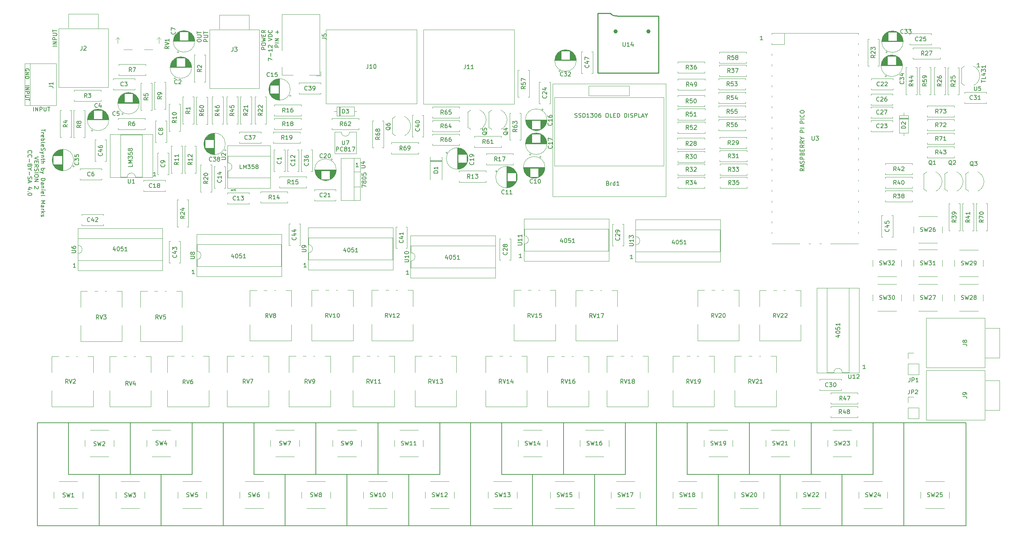
<source format=gbr>
%TF.GenerationSoftware,KiCad,Pcbnew,(6.0.11)*%
%TF.CreationDate,2024-06-08T07:03:48-05:00*%
%TF.ProjectId,TrebleSynth,54726562-6c65-4537-996e-74682e6b6963,rev?*%
%TF.SameCoordinates,Original*%
%TF.FileFunction,Legend,Top*%
%TF.FilePolarity,Positive*%
%FSLAX46Y46*%
G04 Gerber Fmt 4.6, Leading zero omitted, Abs format (unit mm)*
G04 Created by KiCad (PCBNEW (6.0.11)) date 2024-06-08 07:03:48*
%MOMM*%
%LPD*%
G01*
G04 APERTURE LIST*
%ADD10C,0.150000*%
%ADD11C,0.120000*%
%ADD12C,0.100000*%
%ADD13C,0.250000*%
%ADD14C,1.000000*%
G04 APERTURE END LIST*
D10*
X119000000Y-146500000D02*
X111500000Y-146500000D01*
X81500000Y-146500000D02*
X81500000Y-134000000D01*
X119000000Y-159000000D02*
X134000000Y-159000000D01*
X134000000Y-159000000D02*
X134000000Y-134000000D01*
X126500000Y-146500000D02*
X119000000Y-146500000D01*
X104000000Y-146500000D02*
X96500000Y-146500000D01*
X156500000Y-134000000D02*
X171500000Y-134000000D01*
X51500000Y-134000000D02*
X51500000Y-146500000D01*
X224000000Y-159000000D02*
X239000000Y-159000000D01*
X201500000Y-134000000D02*
X216500000Y-134000000D01*
X126500000Y-134000000D02*
X126500000Y-146500000D01*
X89000000Y-146500000D02*
X81500000Y-146500000D01*
X44000000Y-159000000D02*
X29000000Y-159000000D01*
X201500000Y-146500000D02*
X194000000Y-146500000D01*
X231500000Y-134000000D02*
X231500000Y-146500000D01*
X111500000Y-134000000D02*
X111500000Y-146500000D01*
X254000000Y-159000000D02*
X254000000Y-134000000D01*
X224000000Y-159000000D02*
X224000000Y-146500000D01*
X51500000Y-134000000D02*
X66500000Y-134000000D01*
X224000000Y-146500000D02*
X216500000Y-146500000D01*
X81500000Y-134000000D02*
X96500000Y-134000000D01*
X216500000Y-134000000D02*
X216500000Y-146500000D01*
X171500000Y-146500000D02*
X164000000Y-146500000D01*
X194000000Y-159000000D02*
X209000000Y-159000000D01*
X149000000Y-159000000D02*
X164000000Y-159000000D01*
X104000000Y-159000000D02*
X119000000Y-159000000D01*
X36500000Y-134000000D02*
X36500000Y-146500000D01*
X104000000Y-159000000D02*
X104000000Y-146500000D01*
X119000000Y-159000000D02*
X119000000Y-146500000D01*
X66500000Y-134000000D02*
X74000000Y-134000000D01*
X51500000Y-146500000D02*
X44000000Y-146500000D01*
X141500000Y-134000000D02*
X141500000Y-146500000D01*
X134000000Y-134000000D02*
X126500000Y-134000000D01*
X209000000Y-146500000D02*
X201500000Y-146500000D01*
X156500000Y-146500000D02*
X149000000Y-146500000D01*
X96500000Y-134000000D02*
X96500000Y-146500000D01*
X36500000Y-134000000D02*
X51500000Y-134000000D01*
X186500000Y-134000000D02*
X179000000Y-134000000D01*
X96500000Y-146500000D02*
X89000000Y-146500000D01*
X111500000Y-146500000D02*
X104000000Y-146500000D01*
X44000000Y-146500000D02*
X44000000Y-159000000D01*
X81500000Y-134000000D02*
X74000000Y-134000000D01*
X89000000Y-159000000D02*
X104000000Y-159000000D01*
X59000000Y-146500000D02*
X51500000Y-146500000D01*
X164000000Y-159000000D02*
X164000000Y-146500000D01*
X239000000Y-159000000D02*
X254000000Y-159000000D01*
X141500000Y-146500000D02*
X149000000Y-146500000D01*
X44000000Y-159000000D02*
X59000000Y-159000000D01*
X74000000Y-159000000D02*
X89000000Y-159000000D01*
X149000000Y-159000000D02*
X134000000Y-159000000D01*
X231500000Y-146500000D02*
X224000000Y-146500000D01*
X111500000Y-134000000D02*
X126500000Y-134000000D01*
X194000000Y-146500000D02*
X186500000Y-146500000D01*
X149000000Y-146500000D02*
X149000000Y-159000000D01*
X179000000Y-134000000D02*
X179000000Y-159000000D01*
X29000000Y-159000000D02*
X29000000Y-134000000D01*
X66500000Y-146500000D02*
X59000000Y-146500000D01*
X36500000Y-146500000D02*
X44000000Y-146500000D01*
X201500000Y-134000000D02*
X201500000Y-146500000D01*
X186500000Y-146500000D02*
X186500000Y-134000000D01*
X134000000Y-134000000D02*
X141500000Y-134000000D01*
X209000000Y-159000000D02*
X224000000Y-159000000D01*
X96500000Y-134000000D02*
X111500000Y-134000000D01*
X59000000Y-159000000D02*
X59000000Y-146500000D01*
X171500000Y-134000000D02*
X179000000Y-134000000D01*
X171500000Y-134000000D02*
X171500000Y-146500000D01*
X156500000Y-134000000D02*
X156500000Y-146500000D01*
X89000000Y-159000000D02*
X89000000Y-146500000D01*
X239000000Y-159000000D02*
X239000000Y-134000000D01*
X216500000Y-134000000D02*
X231500000Y-134000000D01*
X164000000Y-146500000D02*
X156500000Y-146500000D01*
X179000000Y-159000000D02*
X164000000Y-159000000D01*
X66500000Y-134000000D02*
X66500000Y-146500000D01*
X179000000Y-159000000D02*
X194000000Y-159000000D01*
X209000000Y-159000000D02*
X209000000Y-146500000D01*
X74000000Y-134000000D02*
X74000000Y-159000000D01*
X141500000Y-134000000D02*
X156500000Y-134000000D01*
X74000000Y-159000000D02*
X59000000Y-159000000D01*
X194000000Y-159000000D02*
X194000000Y-146500000D01*
X29000000Y-134000000D02*
X36500000Y-134000000D01*
X216500000Y-146500000D02*
X209000000Y-146500000D01*
X239000000Y-134000000D02*
X231500000Y-134000000D01*
X254000000Y-134000000D02*
X239000000Y-134000000D01*
X186500000Y-134000000D02*
X201500000Y-134000000D01*
X106785714Y-71912380D02*
X106214285Y-71912380D01*
X106500000Y-71912380D02*
X106500000Y-70912380D01*
X106404761Y-71055238D01*
X106309523Y-71150476D01*
X106214285Y-71198095D01*
X204761714Y-41154380D02*
X204190285Y-41154380D01*
X204476000Y-41154380D02*
X204476000Y-40154380D01*
X204380761Y-40297238D01*
X204285523Y-40392476D01*
X204190285Y-40440095D01*
X229653714Y-120910380D02*
X229082285Y-120910380D01*
X229368000Y-120910380D02*
X229368000Y-119910380D01*
X229272761Y-120053238D01*
X229177523Y-120148476D01*
X229082285Y-120196095D01*
X257776380Y-51457047D02*
X257776380Y-50885619D01*
X258776380Y-51171333D02*
X257776380Y-51171333D01*
X258776380Y-50076095D02*
X258776380Y-50552285D01*
X257776380Y-50552285D01*
X258109714Y-49314190D02*
X258776380Y-49314190D01*
X257728761Y-49552285D02*
X258443047Y-49790380D01*
X258443047Y-49171333D01*
X257776380Y-48885619D02*
X257776380Y-48266571D01*
X258157333Y-48599904D01*
X258157333Y-48457047D01*
X258204952Y-48361809D01*
X258252571Y-48314190D01*
X258347809Y-48266571D01*
X258585904Y-48266571D01*
X258681142Y-48314190D01*
X258728761Y-48361809D01*
X258776380Y-48457047D01*
X258776380Y-48742761D01*
X258728761Y-48838000D01*
X258681142Y-48885619D01*
X258776380Y-47314190D02*
X258776380Y-47885619D01*
X258776380Y-47599904D02*
X257776380Y-47599904D01*
X257919238Y-47695142D01*
X258014476Y-47790380D01*
X258062095Y-47885619D01*
X33732380Y-42630571D02*
X32732380Y-42630571D01*
X33732380Y-42154380D02*
X32732380Y-42154380D01*
X33732380Y-41582952D01*
X32732380Y-41582952D01*
X33732380Y-41106761D02*
X32732380Y-41106761D01*
X32732380Y-40725809D01*
X32780000Y-40630571D01*
X32827619Y-40582952D01*
X32922857Y-40535333D01*
X33065714Y-40535333D01*
X33160952Y-40582952D01*
X33208571Y-40630571D01*
X33256190Y-40725809D01*
X33256190Y-41106761D01*
X32732380Y-40106761D02*
X33541904Y-40106761D01*
X33637142Y-40059142D01*
X33684761Y-40011523D01*
X33732380Y-39916285D01*
X33732380Y-39725809D01*
X33684761Y-39630571D01*
X33637142Y-39582952D01*
X33541904Y-39535333D01*
X32732380Y-39535333D01*
X32732380Y-39202000D02*
X32732380Y-38630571D01*
X33732380Y-38916285D02*
X32732380Y-38916285D01*
X84312380Y-43454642D02*
X83312380Y-43454642D01*
X83312380Y-43073690D01*
X83360000Y-42978452D01*
X83407619Y-42930833D01*
X83502857Y-42883214D01*
X83645714Y-42883214D01*
X83740952Y-42930833D01*
X83788571Y-42978452D01*
X83836190Y-43073690D01*
X83836190Y-43454642D01*
X83312380Y-42264166D02*
X83312380Y-42073690D01*
X83360000Y-41978452D01*
X83455238Y-41883214D01*
X83645714Y-41835595D01*
X83979047Y-41835595D01*
X84169523Y-41883214D01*
X84264761Y-41978452D01*
X84312380Y-42073690D01*
X84312380Y-42264166D01*
X84264761Y-42359404D01*
X84169523Y-42454642D01*
X83979047Y-42502261D01*
X83645714Y-42502261D01*
X83455238Y-42454642D01*
X83360000Y-42359404D01*
X83312380Y-42264166D01*
X83312380Y-41502261D02*
X84312380Y-41264166D01*
X83598095Y-41073690D01*
X84312380Y-40883214D01*
X83312380Y-40645119D01*
X83788571Y-40264166D02*
X83788571Y-39930833D01*
X84312380Y-39787976D02*
X84312380Y-40264166D01*
X83312380Y-40264166D01*
X83312380Y-39787976D01*
X84312380Y-38787976D02*
X83836190Y-39121309D01*
X84312380Y-39359404D02*
X83312380Y-39359404D01*
X83312380Y-38978452D01*
X83360000Y-38883214D01*
X83407619Y-38835595D01*
X83502857Y-38787976D01*
X83645714Y-38787976D01*
X83740952Y-38835595D01*
X83788571Y-38883214D01*
X83836190Y-38978452D01*
X83836190Y-39359404D01*
X84922380Y-46168928D02*
X84922380Y-45502261D01*
X85922380Y-45930833D01*
X85541428Y-45121309D02*
X85541428Y-44359404D01*
X85922380Y-43359404D02*
X85922380Y-43930833D01*
X85922380Y-43645119D02*
X84922380Y-43645119D01*
X85065238Y-43740357D01*
X85160476Y-43835595D01*
X85208095Y-43930833D01*
X85017619Y-42978452D02*
X84970000Y-42930833D01*
X84922380Y-42835595D01*
X84922380Y-42597500D01*
X84970000Y-42502261D01*
X85017619Y-42454642D01*
X85112857Y-42407023D01*
X85208095Y-42407023D01*
X85350952Y-42454642D01*
X85922380Y-43026071D01*
X85922380Y-42407023D01*
X84922380Y-41359404D02*
X85922380Y-41026071D01*
X84922380Y-40692738D01*
X85922380Y-40359404D02*
X84922380Y-40359404D01*
X84922380Y-40121309D01*
X84970000Y-39978452D01*
X85065238Y-39883214D01*
X85160476Y-39835595D01*
X85350952Y-39787976D01*
X85493809Y-39787976D01*
X85684285Y-39835595D01*
X85779523Y-39883214D01*
X85874761Y-39978452D01*
X85922380Y-40121309D01*
X85922380Y-40359404D01*
X85827142Y-38787976D02*
X85874761Y-38835595D01*
X85922380Y-38978452D01*
X85922380Y-39073690D01*
X85874761Y-39216547D01*
X85779523Y-39311785D01*
X85684285Y-39359404D01*
X85493809Y-39407023D01*
X85350952Y-39407023D01*
X85160476Y-39359404D01*
X85065238Y-39311785D01*
X84970000Y-39216547D01*
X84922380Y-39073690D01*
X84922380Y-38978452D01*
X84970000Y-38835595D01*
X85017619Y-38787976D01*
X87532380Y-42883214D02*
X86532380Y-42883214D01*
X86532380Y-42502261D01*
X86580000Y-42407023D01*
X86627619Y-42359404D01*
X86722857Y-42311785D01*
X86865714Y-42311785D01*
X86960952Y-42359404D01*
X87008571Y-42407023D01*
X87056190Y-42502261D01*
X87056190Y-42883214D01*
X87532380Y-41883214D02*
X86532380Y-41883214D01*
X87532380Y-41407023D02*
X86532380Y-41407023D01*
X87532380Y-40835595D01*
X86532380Y-40835595D01*
X87151428Y-39597500D02*
X87151428Y-38835595D01*
X87532380Y-39216547D02*
X86770476Y-39216547D01*
X156247904Y-89636714D02*
X156247904Y-90303380D01*
X156009809Y-89255761D02*
X155771714Y-89970047D01*
X156390761Y-89970047D01*
X156962190Y-89303380D02*
X157057428Y-89303380D01*
X157152666Y-89351000D01*
X157200285Y-89398619D01*
X157247904Y-89493857D01*
X157295523Y-89684333D01*
X157295523Y-89922428D01*
X157247904Y-90112904D01*
X157200285Y-90208142D01*
X157152666Y-90255761D01*
X157057428Y-90303380D01*
X156962190Y-90303380D01*
X156866952Y-90255761D01*
X156819333Y-90208142D01*
X156771714Y-90112904D01*
X156724095Y-89922428D01*
X156724095Y-89684333D01*
X156771714Y-89493857D01*
X156819333Y-89398619D01*
X156866952Y-89351000D01*
X156962190Y-89303380D01*
X158200285Y-89303380D02*
X157724095Y-89303380D01*
X157676476Y-89779571D01*
X157724095Y-89731952D01*
X157819333Y-89684333D01*
X158057428Y-89684333D01*
X158152666Y-89731952D01*
X158200285Y-89779571D01*
X158247904Y-89874809D01*
X158247904Y-90112904D01*
X158200285Y-90208142D01*
X158152666Y-90255761D01*
X158057428Y-90303380D01*
X157819333Y-90303380D01*
X157724095Y-90255761D01*
X157676476Y-90208142D01*
X159200285Y-90303380D02*
X158628857Y-90303380D01*
X158914571Y-90303380D02*
X158914571Y-89303380D01*
X158819333Y-89446238D01*
X158724095Y-89541476D01*
X158628857Y-89589095D01*
X67060714Y-97877380D02*
X66489285Y-97877380D01*
X66775000Y-97877380D02*
X66775000Y-96877380D01*
X66679761Y-97020238D01*
X66584523Y-97115476D01*
X66489285Y-97163095D01*
X94160714Y-96252380D02*
X93589285Y-96252380D01*
X93875000Y-96252380D02*
X93875000Y-95252380D01*
X93779761Y-95395238D01*
X93684523Y-95490476D01*
X93589285Y-95538095D01*
X47811904Y-91645714D02*
X47811904Y-92312380D01*
X47573809Y-91264761D02*
X47335714Y-91979047D01*
X47954761Y-91979047D01*
X48526190Y-91312380D02*
X48621428Y-91312380D01*
X48716666Y-91360000D01*
X48764285Y-91407619D01*
X48811904Y-91502857D01*
X48859523Y-91693333D01*
X48859523Y-91931428D01*
X48811904Y-92121904D01*
X48764285Y-92217142D01*
X48716666Y-92264761D01*
X48621428Y-92312380D01*
X48526190Y-92312380D01*
X48430952Y-92264761D01*
X48383333Y-92217142D01*
X48335714Y-92121904D01*
X48288095Y-91931428D01*
X48288095Y-91693333D01*
X48335714Y-91502857D01*
X48383333Y-91407619D01*
X48430952Y-91360000D01*
X48526190Y-91312380D01*
X49764285Y-91312380D02*
X49288095Y-91312380D01*
X49240476Y-91788571D01*
X49288095Y-91740952D01*
X49383333Y-91693333D01*
X49621428Y-91693333D01*
X49716666Y-91740952D01*
X49764285Y-91788571D01*
X49811904Y-91883809D01*
X49811904Y-92121904D01*
X49764285Y-92217142D01*
X49716666Y-92264761D01*
X49621428Y-92312380D01*
X49383333Y-92312380D01*
X49288095Y-92264761D01*
X49240476Y-92217142D01*
X50764285Y-92312380D02*
X50192857Y-92312380D01*
X50478571Y-92312380D02*
X50478571Y-91312380D01*
X50383333Y-91455238D01*
X50288095Y-91550476D01*
X50192857Y-91598095D01*
X57695714Y-74174380D02*
X57124285Y-74174380D01*
X57410000Y-74174380D02*
X57410000Y-73174380D01*
X57314761Y-73317238D01*
X57219523Y-73412476D01*
X57124285Y-73460095D01*
X146341714Y-93986380D02*
X145770285Y-93986380D01*
X146056000Y-93986380D02*
X146056000Y-92986380D01*
X145960761Y-93129238D01*
X145865523Y-93224476D01*
X145770285Y-93272095D01*
X67707380Y-41390000D02*
X67707380Y-41199523D01*
X67755000Y-41104285D01*
X67850238Y-41009047D01*
X68040714Y-40961428D01*
X68374047Y-40961428D01*
X68564523Y-41009047D01*
X68659761Y-41104285D01*
X68707380Y-41199523D01*
X68707380Y-41390000D01*
X68659761Y-41485238D01*
X68564523Y-41580476D01*
X68374047Y-41628095D01*
X68040714Y-41628095D01*
X67850238Y-41580476D01*
X67755000Y-41485238D01*
X67707380Y-41390000D01*
X67707380Y-40532857D02*
X68516904Y-40532857D01*
X68612142Y-40485238D01*
X68659761Y-40437619D01*
X68707380Y-40342380D01*
X68707380Y-40151904D01*
X68659761Y-40056666D01*
X68612142Y-40009047D01*
X68516904Y-39961428D01*
X67707380Y-39961428D01*
X67707380Y-39628095D02*
X67707380Y-39056666D01*
X68707380Y-39342380D02*
X67707380Y-39342380D01*
X70317380Y-41556666D02*
X69317380Y-41556666D01*
X69317380Y-41175714D01*
X69365000Y-41080476D01*
X69412619Y-41032857D01*
X69507857Y-40985238D01*
X69650714Y-40985238D01*
X69745952Y-41032857D01*
X69793571Y-41080476D01*
X69841190Y-41175714D01*
X69841190Y-41556666D01*
X69317380Y-40556666D02*
X70126904Y-40556666D01*
X70222142Y-40509047D01*
X70269761Y-40461428D01*
X70317380Y-40366190D01*
X70317380Y-40175714D01*
X70269761Y-40080476D01*
X70222142Y-40032857D01*
X70126904Y-39985238D01*
X69317380Y-39985238D01*
X69317380Y-39651904D02*
X69317380Y-39080476D01*
X70317380Y-39366190D02*
X69317380Y-39366190D01*
X128361904Y-93665714D02*
X128361904Y-94332380D01*
X128123809Y-93284761D02*
X127885714Y-93999047D01*
X128504761Y-93999047D01*
X129076190Y-93332380D02*
X129171428Y-93332380D01*
X129266666Y-93380000D01*
X129314285Y-93427619D01*
X129361904Y-93522857D01*
X129409523Y-93713333D01*
X129409523Y-93951428D01*
X129361904Y-94141904D01*
X129314285Y-94237142D01*
X129266666Y-94284761D01*
X129171428Y-94332380D01*
X129076190Y-94332380D01*
X128980952Y-94284761D01*
X128933333Y-94237142D01*
X128885714Y-94141904D01*
X128838095Y-93951428D01*
X128838095Y-93713333D01*
X128885714Y-93522857D01*
X128933333Y-93427619D01*
X128980952Y-93380000D01*
X129076190Y-93332380D01*
X130314285Y-93332380D02*
X129838095Y-93332380D01*
X129790476Y-93808571D01*
X129838095Y-93760952D01*
X129933333Y-93713333D01*
X130171428Y-93713333D01*
X130266666Y-93760952D01*
X130314285Y-93808571D01*
X130361904Y-93903809D01*
X130361904Y-94141904D01*
X130314285Y-94237142D01*
X130266666Y-94284761D01*
X130171428Y-94332380D01*
X129933333Y-94332380D01*
X129838095Y-94284761D01*
X129790476Y-94237142D01*
X131314285Y-94332380D02*
X130742857Y-94332380D01*
X131028571Y-94332380D02*
X131028571Y-93332380D01*
X130933333Y-93475238D01*
X130838095Y-93570476D01*
X130742857Y-93618095D01*
X26102857Y-52274285D02*
X27002857Y-52274285D01*
X26102857Y-52702857D02*
X27002857Y-52702857D01*
X26102857Y-53217142D01*
X27002857Y-53217142D01*
X26102857Y-53645714D02*
X27002857Y-53645714D01*
X27002857Y-53988571D01*
X26960000Y-54074285D01*
X26917142Y-54117142D01*
X26831428Y-54160000D01*
X26702857Y-54160000D01*
X26617142Y-54117142D01*
X26574285Y-54074285D01*
X26531428Y-53988571D01*
X26531428Y-53645714D01*
X27002857Y-54545714D02*
X26274285Y-54545714D01*
X26188571Y-54588571D01*
X26145714Y-54631428D01*
X26102857Y-54717142D01*
X26102857Y-54888571D01*
X26145714Y-54974285D01*
X26188571Y-55017142D01*
X26274285Y-55060000D01*
X27002857Y-55060000D01*
X27002857Y-55360000D02*
X27002857Y-55874285D01*
X26102857Y-55617142D02*
X27002857Y-55617142D01*
X222813714Y-112796095D02*
X223480380Y-112796095D01*
X222432761Y-113034190D02*
X223147047Y-113272285D01*
X223147047Y-112653238D01*
X222480380Y-112081809D02*
X222480380Y-111986571D01*
X222528000Y-111891333D01*
X222575619Y-111843714D01*
X222670857Y-111796095D01*
X222861333Y-111748476D01*
X223099428Y-111748476D01*
X223289904Y-111796095D01*
X223385142Y-111843714D01*
X223432761Y-111891333D01*
X223480380Y-111986571D01*
X223480380Y-112081809D01*
X223432761Y-112177047D01*
X223385142Y-112224666D01*
X223289904Y-112272285D01*
X223099428Y-112319904D01*
X222861333Y-112319904D01*
X222670857Y-112272285D01*
X222575619Y-112224666D01*
X222528000Y-112177047D01*
X222480380Y-112081809D01*
X222480380Y-110843714D02*
X222480380Y-111319904D01*
X222956571Y-111367523D01*
X222908952Y-111319904D01*
X222861333Y-111224666D01*
X222861333Y-110986571D01*
X222908952Y-110891333D01*
X222956571Y-110843714D01*
X223051809Y-110796095D01*
X223289904Y-110796095D01*
X223385142Y-110843714D01*
X223432761Y-110891333D01*
X223480380Y-110986571D01*
X223480380Y-111224666D01*
X223432761Y-111319904D01*
X223385142Y-111367523D01*
X223480380Y-109843714D02*
X223480380Y-110415142D01*
X223480380Y-110129428D02*
X222480380Y-110129428D01*
X222623238Y-110224666D01*
X222718476Y-110319904D01*
X222766095Y-110415142D01*
X30882619Y-62758333D02*
X30882619Y-63329761D01*
X29882619Y-63044047D02*
X30882619Y-63044047D01*
X29882619Y-63663095D02*
X30549285Y-63663095D01*
X30358809Y-63663095D02*
X30454047Y-63710714D01*
X30501666Y-63758333D01*
X30549285Y-63853571D01*
X30549285Y-63948809D01*
X29930238Y-64663095D02*
X29882619Y-64567857D01*
X29882619Y-64377380D01*
X29930238Y-64282142D01*
X30025476Y-64234523D01*
X30406428Y-64234523D01*
X30501666Y-64282142D01*
X30549285Y-64377380D01*
X30549285Y-64567857D01*
X30501666Y-64663095D01*
X30406428Y-64710714D01*
X30311190Y-64710714D01*
X30215952Y-64234523D01*
X29882619Y-65139285D02*
X30882619Y-65139285D01*
X30501666Y-65139285D02*
X30549285Y-65234523D01*
X30549285Y-65425000D01*
X30501666Y-65520238D01*
X30454047Y-65567857D01*
X30358809Y-65615476D01*
X30073095Y-65615476D01*
X29977857Y-65567857D01*
X29930238Y-65520238D01*
X29882619Y-65425000D01*
X29882619Y-65234523D01*
X29930238Y-65139285D01*
X29882619Y-66186904D02*
X29930238Y-66091666D01*
X30025476Y-66044047D01*
X30882619Y-66044047D01*
X29930238Y-66948809D02*
X29882619Y-66853571D01*
X29882619Y-66663095D01*
X29930238Y-66567857D01*
X30025476Y-66520238D01*
X30406428Y-66520238D01*
X30501666Y-66567857D01*
X30549285Y-66663095D01*
X30549285Y-66853571D01*
X30501666Y-66948809D01*
X30406428Y-66996428D01*
X30311190Y-66996428D01*
X30215952Y-66520238D01*
X29930238Y-67377380D02*
X29882619Y-67520238D01*
X29882619Y-67758333D01*
X29930238Y-67853571D01*
X29977857Y-67901190D01*
X30073095Y-67948809D01*
X30168333Y-67948809D01*
X30263571Y-67901190D01*
X30311190Y-67853571D01*
X30358809Y-67758333D01*
X30406428Y-67567857D01*
X30454047Y-67472619D01*
X30501666Y-67425000D01*
X30596904Y-67377380D01*
X30692142Y-67377380D01*
X30787380Y-67425000D01*
X30835000Y-67472619D01*
X30882619Y-67567857D01*
X30882619Y-67805952D01*
X30835000Y-67948809D01*
X30549285Y-68282142D02*
X29882619Y-68520238D01*
X30549285Y-68758333D02*
X29882619Y-68520238D01*
X29644523Y-68425000D01*
X29596904Y-68377380D01*
X29549285Y-68282142D01*
X30549285Y-69139285D02*
X29882619Y-69139285D01*
X30454047Y-69139285D02*
X30501666Y-69186904D01*
X30549285Y-69282142D01*
X30549285Y-69425000D01*
X30501666Y-69520238D01*
X30406428Y-69567857D01*
X29882619Y-69567857D01*
X30549285Y-69901190D02*
X30549285Y-70282142D01*
X30882619Y-70044047D02*
X30025476Y-70044047D01*
X29930238Y-70091666D01*
X29882619Y-70186904D01*
X29882619Y-70282142D01*
X29882619Y-70615476D02*
X30882619Y-70615476D01*
X29882619Y-71044047D02*
X30406428Y-71044047D01*
X30501666Y-70996428D01*
X30549285Y-70901190D01*
X30549285Y-70758333D01*
X30501666Y-70663095D01*
X30454047Y-70615476D01*
X29882619Y-72282142D02*
X30882619Y-72282142D01*
X30501666Y-72282142D02*
X30549285Y-72377380D01*
X30549285Y-72567857D01*
X30501666Y-72663095D01*
X30454047Y-72710714D01*
X30358809Y-72758333D01*
X30073095Y-72758333D01*
X29977857Y-72710714D01*
X29930238Y-72663095D01*
X29882619Y-72567857D01*
X29882619Y-72377380D01*
X29930238Y-72282142D01*
X30549285Y-73091666D02*
X29882619Y-73329761D01*
X30549285Y-73567857D02*
X29882619Y-73329761D01*
X29644523Y-73234523D01*
X29596904Y-73186904D01*
X29549285Y-73091666D01*
X29882619Y-74710714D02*
X30882619Y-74710714D01*
X30882619Y-74948809D01*
X30835000Y-75091666D01*
X30739761Y-75186904D01*
X30644523Y-75234523D01*
X30454047Y-75282142D01*
X30311190Y-75282142D01*
X30120714Y-75234523D01*
X30025476Y-75186904D01*
X29930238Y-75091666D01*
X29882619Y-74948809D01*
X29882619Y-74710714D01*
X29882619Y-76139285D02*
X30406428Y-76139285D01*
X30501666Y-76091666D01*
X30549285Y-75996428D01*
X30549285Y-75805952D01*
X30501666Y-75710714D01*
X29930238Y-76139285D02*
X29882619Y-76044047D01*
X29882619Y-75805952D01*
X29930238Y-75710714D01*
X30025476Y-75663095D01*
X30120714Y-75663095D01*
X30215952Y-75710714D01*
X30263571Y-75805952D01*
X30263571Y-76044047D01*
X30311190Y-76139285D01*
X30549285Y-76615476D02*
X29882619Y-76615476D01*
X30454047Y-76615476D02*
X30501666Y-76663095D01*
X30549285Y-76758333D01*
X30549285Y-76901190D01*
X30501666Y-76996428D01*
X30406428Y-77044047D01*
X29882619Y-77044047D01*
X29882619Y-77520238D02*
X30549285Y-77520238D01*
X30882619Y-77520238D02*
X30835000Y-77472619D01*
X30787380Y-77520238D01*
X30835000Y-77567857D01*
X30882619Y-77520238D01*
X30787380Y-77520238D01*
X29930238Y-78377380D02*
X29882619Y-78282142D01*
X29882619Y-78091666D01*
X29930238Y-77996428D01*
X30025476Y-77948809D01*
X30406428Y-77948809D01*
X30501666Y-77996428D01*
X30549285Y-78091666D01*
X30549285Y-78282142D01*
X30501666Y-78377380D01*
X30406428Y-78425000D01*
X30311190Y-78425000D01*
X30215952Y-77948809D01*
X29882619Y-78996428D02*
X29930238Y-78901190D01*
X30025476Y-78853571D01*
X30882619Y-78853571D01*
X29882619Y-80139285D02*
X30882619Y-80139285D01*
X30168333Y-80472619D01*
X30882619Y-80805952D01*
X29882619Y-80805952D01*
X29882619Y-81710714D02*
X30406428Y-81710714D01*
X30501666Y-81663095D01*
X30549285Y-81567857D01*
X30549285Y-81377380D01*
X30501666Y-81282142D01*
X29930238Y-81710714D02*
X29882619Y-81615476D01*
X29882619Y-81377380D01*
X29930238Y-81282142D01*
X30025476Y-81234523D01*
X30120714Y-81234523D01*
X30215952Y-81282142D01*
X30263571Y-81377380D01*
X30263571Y-81615476D01*
X30311190Y-81710714D01*
X29882619Y-82186904D02*
X30549285Y-82186904D01*
X30358809Y-82186904D02*
X30454047Y-82234523D01*
X30501666Y-82282142D01*
X30549285Y-82377380D01*
X30549285Y-82472619D01*
X29882619Y-82805952D02*
X30882619Y-82805952D01*
X30263571Y-82901190D02*
X29882619Y-83186904D01*
X30549285Y-83186904D02*
X30168333Y-82805952D01*
X29930238Y-83567857D02*
X29882619Y-83663095D01*
X29882619Y-83853571D01*
X29930238Y-83948809D01*
X30025476Y-83996428D01*
X30073095Y-83996428D01*
X30168333Y-83948809D01*
X30215952Y-83853571D01*
X30215952Y-83710714D01*
X30263571Y-83615476D01*
X30358809Y-83567857D01*
X30406428Y-83567857D01*
X30501666Y-83615476D01*
X30549285Y-83710714D01*
X30549285Y-83853571D01*
X30501666Y-83948809D01*
X29272619Y-69520238D02*
X28272619Y-69853571D01*
X29272619Y-70186904D01*
X28796428Y-70520238D02*
X28796428Y-70853571D01*
X28272619Y-70996428D02*
X28272619Y-70520238D01*
X29272619Y-70520238D01*
X29272619Y-70996428D01*
X28272619Y-71996428D02*
X28748809Y-71663095D01*
X28272619Y-71425000D02*
X29272619Y-71425000D01*
X29272619Y-71805952D01*
X29225000Y-71901190D01*
X29177380Y-71948809D01*
X29082142Y-71996428D01*
X28939285Y-71996428D01*
X28844047Y-71948809D01*
X28796428Y-71901190D01*
X28748809Y-71805952D01*
X28748809Y-71425000D01*
X28320238Y-72377380D02*
X28272619Y-72520238D01*
X28272619Y-72758333D01*
X28320238Y-72853571D01*
X28367857Y-72901190D01*
X28463095Y-72948809D01*
X28558333Y-72948809D01*
X28653571Y-72901190D01*
X28701190Y-72853571D01*
X28748809Y-72758333D01*
X28796428Y-72567857D01*
X28844047Y-72472619D01*
X28891666Y-72425000D01*
X28986904Y-72377380D01*
X29082142Y-72377380D01*
X29177380Y-72425000D01*
X29225000Y-72472619D01*
X29272619Y-72567857D01*
X29272619Y-72805952D01*
X29225000Y-72948809D01*
X28272619Y-73377380D02*
X29272619Y-73377380D01*
X29272619Y-74044047D02*
X29272619Y-74234523D01*
X29225000Y-74329761D01*
X29129761Y-74425000D01*
X28939285Y-74472619D01*
X28605952Y-74472619D01*
X28415476Y-74425000D01*
X28320238Y-74329761D01*
X28272619Y-74234523D01*
X28272619Y-74044047D01*
X28320238Y-73948809D01*
X28415476Y-73853571D01*
X28605952Y-73805952D01*
X28939285Y-73805952D01*
X29129761Y-73853571D01*
X29225000Y-73948809D01*
X29272619Y-74044047D01*
X28272619Y-74901190D02*
X29272619Y-74901190D01*
X28272619Y-75472619D01*
X29272619Y-75472619D01*
X29177380Y-76663095D02*
X29225000Y-76710714D01*
X29272619Y-76805952D01*
X29272619Y-77044047D01*
X29225000Y-77139285D01*
X29177380Y-77186904D01*
X29082142Y-77234523D01*
X28986904Y-77234523D01*
X28844047Y-77186904D01*
X28272619Y-76615476D01*
X28272619Y-77234523D01*
X26757857Y-68591666D02*
X26710238Y-68544047D01*
X26662619Y-68401190D01*
X26662619Y-68305952D01*
X26710238Y-68163095D01*
X26805476Y-68067857D01*
X26900714Y-68020238D01*
X27091190Y-67972619D01*
X27234047Y-67972619D01*
X27424523Y-68020238D01*
X27519761Y-68067857D01*
X27615000Y-68163095D01*
X27662619Y-68305952D01*
X27662619Y-68401190D01*
X27615000Y-68544047D01*
X27567380Y-68591666D01*
X26757857Y-69591666D02*
X26710238Y-69544047D01*
X26662619Y-69401190D01*
X26662619Y-69305952D01*
X26710238Y-69163095D01*
X26805476Y-69067857D01*
X26900714Y-69020238D01*
X27091190Y-68972619D01*
X27234047Y-68972619D01*
X27424523Y-69020238D01*
X27519761Y-69067857D01*
X27615000Y-69163095D01*
X27662619Y-69305952D01*
X27662619Y-69401190D01*
X27615000Y-69544047D01*
X27567380Y-69591666D01*
X27043571Y-70020238D02*
X27043571Y-70782142D01*
X27186428Y-71591666D02*
X27138809Y-71734523D01*
X27091190Y-71782142D01*
X26995952Y-71829761D01*
X26853095Y-71829761D01*
X26757857Y-71782142D01*
X26710238Y-71734523D01*
X26662619Y-71639285D01*
X26662619Y-71258333D01*
X27662619Y-71258333D01*
X27662619Y-71591666D01*
X27615000Y-71686904D01*
X27567380Y-71734523D01*
X27472142Y-71782142D01*
X27376904Y-71782142D01*
X27281666Y-71734523D01*
X27234047Y-71686904D01*
X27186428Y-71591666D01*
X27186428Y-71258333D01*
X27138809Y-72448809D02*
X26662619Y-72448809D01*
X27662619Y-72115476D02*
X27138809Y-72448809D01*
X27662619Y-72782142D01*
X27043571Y-73115476D02*
X27043571Y-73877380D01*
X26710238Y-74305952D02*
X26662619Y-74448809D01*
X26662619Y-74686904D01*
X26710238Y-74782142D01*
X26757857Y-74829761D01*
X26853095Y-74877380D01*
X26948333Y-74877380D01*
X27043571Y-74829761D01*
X27091190Y-74782142D01*
X27138809Y-74686904D01*
X27186428Y-74496428D01*
X27234047Y-74401190D01*
X27281666Y-74353571D01*
X27376904Y-74305952D01*
X27472142Y-74305952D01*
X27567380Y-74353571D01*
X27615000Y-74401190D01*
X27662619Y-74496428D01*
X27662619Y-74734523D01*
X27615000Y-74877380D01*
X26948333Y-75258333D02*
X26948333Y-75734523D01*
X26662619Y-75163095D02*
X27662619Y-75496428D01*
X26662619Y-75829761D01*
X27329285Y-77353571D02*
X26662619Y-77353571D01*
X27710238Y-77115476D02*
X26995952Y-76877380D01*
X26995952Y-77496428D01*
X26757857Y-77877380D02*
X26710238Y-77925000D01*
X26662619Y-77877380D01*
X26710238Y-77829761D01*
X26757857Y-77877380D01*
X26662619Y-77877380D01*
X27662619Y-78544047D02*
X27662619Y-78639285D01*
X27615000Y-78734523D01*
X27567380Y-78782142D01*
X27472142Y-78829761D01*
X27281666Y-78877380D01*
X27043571Y-78877380D01*
X26853095Y-78829761D01*
X26757857Y-78782142D01*
X26710238Y-78734523D01*
X26662619Y-78639285D01*
X26662619Y-78544047D01*
X26710238Y-78448809D01*
X26757857Y-78401190D01*
X26853095Y-78353571D01*
X27043571Y-78305952D01*
X27281666Y-78305952D01*
X27472142Y-78353571D01*
X27567380Y-78401190D01*
X27615000Y-78448809D01*
X27662619Y-78544047D01*
X52020380Y-71348476D02*
X52020380Y-71824666D01*
X51020380Y-71824666D01*
X52020380Y-71015142D02*
X51020380Y-71015142D01*
X51734666Y-70681809D01*
X51020380Y-70348476D01*
X52020380Y-70348476D01*
X51020380Y-69967523D02*
X51020380Y-69348476D01*
X51401333Y-69681809D01*
X51401333Y-69538952D01*
X51448952Y-69443714D01*
X51496571Y-69396095D01*
X51591809Y-69348476D01*
X51829904Y-69348476D01*
X51925142Y-69396095D01*
X51972761Y-69443714D01*
X52020380Y-69538952D01*
X52020380Y-69824666D01*
X51972761Y-69919904D01*
X51925142Y-69967523D01*
X51020380Y-68443714D02*
X51020380Y-68919904D01*
X51496571Y-68967523D01*
X51448952Y-68919904D01*
X51401333Y-68824666D01*
X51401333Y-68586571D01*
X51448952Y-68491333D01*
X51496571Y-68443714D01*
X51591809Y-68396095D01*
X51829904Y-68396095D01*
X51925142Y-68443714D01*
X51972761Y-68491333D01*
X52020380Y-68586571D01*
X52020380Y-68824666D01*
X51972761Y-68919904D01*
X51925142Y-68967523D01*
X51448952Y-67824666D02*
X51401333Y-67919904D01*
X51353714Y-67967523D01*
X51258476Y-68015142D01*
X51210857Y-68015142D01*
X51115619Y-67967523D01*
X51068000Y-67919904D01*
X51020380Y-67824666D01*
X51020380Y-67634190D01*
X51068000Y-67538952D01*
X51115619Y-67491333D01*
X51210857Y-67443714D01*
X51258476Y-67443714D01*
X51353714Y-67491333D01*
X51401333Y-67538952D01*
X51448952Y-67634190D01*
X51448952Y-67824666D01*
X51496571Y-67919904D01*
X51544190Y-67967523D01*
X51639428Y-68015142D01*
X51829904Y-68015142D01*
X51925142Y-67967523D01*
X51972761Y-67919904D01*
X52020380Y-67824666D01*
X52020380Y-67634190D01*
X51972761Y-67538952D01*
X51925142Y-67491333D01*
X51829904Y-67443714D01*
X51639428Y-67443714D01*
X51544190Y-67491333D01*
X51496571Y-67538952D01*
X51448952Y-67634190D01*
X118985714Y-98052380D02*
X118414285Y-98052380D01*
X118700000Y-98052380D02*
X118700000Y-97052380D01*
X118604761Y-97195238D01*
X118509523Y-97290476D01*
X118414285Y-97338095D01*
X183298904Y-90017714D02*
X183298904Y-90684380D01*
X183060809Y-89636761D02*
X182822714Y-90351047D01*
X183441761Y-90351047D01*
X184013190Y-89684380D02*
X184108428Y-89684380D01*
X184203666Y-89732000D01*
X184251285Y-89779619D01*
X184298904Y-89874857D01*
X184346523Y-90065333D01*
X184346523Y-90303428D01*
X184298904Y-90493904D01*
X184251285Y-90589142D01*
X184203666Y-90636761D01*
X184108428Y-90684380D01*
X184013190Y-90684380D01*
X183917952Y-90636761D01*
X183870333Y-90589142D01*
X183822714Y-90493904D01*
X183775095Y-90303428D01*
X183775095Y-90065333D01*
X183822714Y-89874857D01*
X183870333Y-89779619D01*
X183917952Y-89732000D01*
X184013190Y-89684380D01*
X185251285Y-89684380D02*
X184775095Y-89684380D01*
X184727476Y-90160571D01*
X184775095Y-90112952D01*
X184870333Y-90065333D01*
X185108428Y-90065333D01*
X185203666Y-90112952D01*
X185251285Y-90160571D01*
X185298904Y-90255809D01*
X185298904Y-90493904D01*
X185251285Y-90589142D01*
X185203666Y-90636761D01*
X185108428Y-90684380D01*
X184870333Y-90684380D01*
X184775095Y-90636761D01*
X184727476Y-90589142D01*
X186251285Y-90684380D02*
X185679857Y-90684380D01*
X185965571Y-90684380D02*
X185965571Y-89684380D01*
X185870333Y-89827238D01*
X185775095Y-89922476D01*
X185679857Y-89970095D01*
X76912380Y-77246285D02*
X76912380Y-77817714D01*
X76912380Y-77532000D02*
X75912380Y-77532000D01*
X76055238Y-77627238D01*
X76150476Y-77722476D01*
X76198095Y-77817714D01*
X159239285Y-59904761D02*
X159382142Y-59952380D01*
X159620238Y-59952380D01*
X159715476Y-59904761D01*
X159763095Y-59857142D01*
X159810714Y-59761904D01*
X159810714Y-59666666D01*
X159763095Y-59571428D01*
X159715476Y-59523809D01*
X159620238Y-59476190D01*
X159429761Y-59428571D01*
X159334523Y-59380952D01*
X159286904Y-59333333D01*
X159239285Y-59238095D01*
X159239285Y-59142857D01*
X159286904Y-59047619D01*
X159334523Y-59000000D01*
X159429761Y-58952380D01*
X159667857Y-58952380D01*
X159810714Y-59000000D01*
X160191666Y-59904761D02*
X160334523Y-59952380D01*
X160572619Y-59952380D01*
X160667857Y-59904761D01*
X160715476Y-59857142D01*
X160763095Y-59761904D01*
X160763095Y-59666666D01*
X160715476Y-59571428D01*
X160667857Y-59523809D01*
X160572619Y-59476190D01*
X160382142Y-59428571D01*
X160286904Y-59380952D01*
X160239285Y-59333333D01*
X160191666Y-59238095D01*
X160191666Y-59142857D01*
X160239285Y-59047619D01*
X160286904Y-59000000D01*
X160382142Y-58952380D01*
X160620238Y-58952380D01*
X160763095Y-59000000D01*
X161191666Y-59952380D02*
X161191666Y-58952380D01*
X161429761Y-58952380D01*
X161572619Y-59000000D01*
X161667857Y-59095238D01*
X161715476Y-59190476D01*
X161763095Y-59380952D01*
X161763095Y-59523809D01*
X161715476Y-59714285D01*
X161667857Y-59809523D01*
X161572619Y-59904761D01*
X161429761Y-59952380D01*
X161191666Y-59952380D01*
X162715476Y-59952380D02*
X162144047Y-59952380D01*
X162429761Y-59952380D02*
X162429761Y-58952380D01*
X162334523Y-59095238D01*
X162239285Y-59190476D01*
X162144047Y-59238095D01*
X163048809Y-58952380D02*
X163667857Y-58952380D01*
X163334523Y-59333333D01*
X163477380Y-59333333D01*
X163572619Y-59380952D01*
X163620238Y-59428571D01*
X163667857Y-59523809D01*
X163667857Y-59761904D01*
X163620238Y-59857142D01*
X163572619Y-59904761D01*
X163477380Y-59952380D01*
X163191666Y-59952380D01*
X163096428Y-59904761D01*
X163048809Y-59857142D01*
X164286904Y-58952380D02*
X164382142Y-58952380D01*
X164477380Y-59000000D01*
X164525000Y-59047619D01*
X164572619Y-59142857D01*
X164620238Y-59333333D01*
X164620238Y-59571428D01*
X164572619Y-59761904D01*
X164525000Y-59857142D01*
X164477380Y-59904761D01*
X164382142Y-59952380D01*
X164286904Y-59952380D01*
X164191666Y-59904761D01*
X164144047Y-59857142D01*
X164096428Y-59761904D01*
X164048809Y-59571428D01*
X164048809Y-59333333D01*
X164096428Y-59142857D01*
X164144047Y-59047619D01*
X164191666Y-59000000D01*
X164286904Y-58952380D01*
X165477380Y-58952380D02*
X165286904Y-58952380D01*
X165191666Y-59000000D01*
X165144047Y-59047619D01*
X165048809Y-59190476D01*
X165001190Y-59380952D01*
X165001190Y-59761904D01*
X165048809Y-59857142D01*
X165096428Y-59904761D01*
X165191666Y-59952380D01*
X165382142Y-59952380D01*
X165477380Y-59904761D01*
X165525000Y-59857142D01*
X165572619Y-59761904D01*
X165572619Y-59523809D01*
X165525000Y-59428571D01*
X165477380Y-59380952D01*
X165382142Y-59333333D01*
X165191666Y-59333333D01*
X165096428Y-59380952D01*
X165048809Y-59428571D01*
X165001190Y-59523809D01*
X166953571Y-58952380D02*
X167144047Y-58952380D01*
X167239285Y-59000000D01*
X167334523Y-59095238D01*
X167382142Y-59285714D01*
X167382142Y-59619047D01*
X167334523Y-59809523D01*
X167239285Y-59904761D01*
X167144047Y-59952380D01*
X166953571Y-59952380D01*
X166858333Y-59904761D01*
X166763095Y-59809523D01*
X166715476Y-59619047D01*
X166715476Y-59285714D01*
X166763095Y-59095238D01*
X166858333Y-59000000D01*
X166953571Y-58952380D01*
X168286904Y-59952380D02*
X167810714Y-59952380D01*
X167810714Y-58952380D01*
X168620238Y-59428571D02*
X168953571Y-59428571D01*
X169096428Y-59952380D02*
X168620238Y-59952380D01*
X168620238Y-58952380D01*
X169096428Y-58952380D01*
X169525000Y-59952380D02*
X169525000Y-58952380D01*
X169763095Y-58952380D01*
X169905952Y-59000000D01*
X170001190Y-59095238D01*
X170048809Y-59190476D01*
X170096428Y-59380952D01*
X170096428Y-59523809D01*
X170048809Y-59714285D01*
X170001190Y-59809523D01*
X169905952Y-59904761D01*
X169763095Y-59952380D01*
X169525000Y-59952380D01*
X171286904Y-59952380D02*
X171286904Y-58952380D01*
X171525000Y-58952380D01*
X171667857Y-59000000D01*
X171763095Y-59095238D01*
X171810714Y-59190476D01*
X171858333Y-59380952D01*
X171858333Y-59523809D01*
X171810714Y-59714285D01*
X171763095Y-59809523D01*
X171667857Y-59904761D01*
X171525000Y-59952380D01*
X171286904Y-59952380D01*
X172286904Y-59952380D02*
X172286904Y-58952380D01*
X172715476Y-59904761D02*
X172858333Y-59952380D01*
X173096428Y-59952380D01*
X173191666Y-59904761D01*
X173239285Y-59857142D01*
X173286904Y-59761904D01*
X173286904Y-59666666D01*
X173239285Y-59571428D01*
X173191666Y-59523809D01*
X173096428Y-59476190D01*
X172905952Y-59428571D01*
X172810714Y-59380952D01*
X172763095Y-59333333D01*
X172715476Y-59238095D01*
X172715476Y-59142857D01*
X172763095Y-59047619D01*
X172810714Y-59000000D01*
X172905952Y-58952380D01*
X173144047Y-58952380D01*
X173286904Y-59000000D01*
X173715476Y-59952380D02*
X173715476Y-58952380D01*
X174096428Y-58952380D01*
X174191666Y-59000000D01*
X174239285Y-59047619D01*
X174286904Y-59142857D01*
X174286904Y-59285714D01*
X174239285Y-59380952D01*
X174191666Y-59428571D01*
X174096428Y-59476190D01*
X173715476Y-59476190D01*
X175191666Y-59952380D02*
X174715476Y-59952380D01*
X174715476Y-58952380D01*
X175477380Y-59666666D02*
X175953571Y-59666666D01*
X175382142Y-59952380D02*
X175715476Y-58952380D01*
X176048809Y-59952380D01*
X176572619Y-59476190D02*
X176572619Y-59952380D01*
X176239285Y-58952380D02*
X176572619Y-59476190D01*
X176905952Y-58952380D01*
X214834380Y-72332095D02*
X214358190Y-72665428D01*
X214834380Y-72903523D02*
X213834380Y-72903523D01*
X213834380Y-72522571D01*
X213882000Y-72427333D01*
X213929619Y-72379714D01*
X214024857Y-72332095D01*
X214167714Y-72332095D01*
X214262952Y-72379714D01*
X214310571Y-72427333D01*
X214358190Y-72522571D01*
X214358190Y-72903523D01*
X214548666Y-71951142D02*
X214548666Y-71474952D01*
X214834380Y-72046380D02*
X213834380Y-71713047D01*
X214834380Y-71379714D01*
X214786761Y-71094000D02*
X214834380Y-70951142D01*
X214834380Y-70713047D01*
X214786761Y-70617809D01*
X214739142Y-70570190D01*
X214643904Y-70522571D01*
X214548666Y-70522571D01*
X214453428Y-70570190D01*
X214405809Y-70617809D01*
X214358190Y-70713047D01*
X214310571Y-70903523D01*
X214262952Y-70998761D01*
X214215333Y-71046380D01*
X214120095Y-71094000D01*
X214024857Y-71094000D01*
X213929619Y-71046380D01*
X213882000Y-70998761D01*
X213834380Y-70903523D01*
X213834380Y-70665428D01*
X213882000Y-70522571D01*
X214834380Y-70094000D02*
X213834380Y-70094000D01*
X213834380Y-69713047D01*
X213882000Y-69617809D01*
X213929619Y-69570190D01*
X214024857Y-69522571D01*
X214167714Y-69522571D01*
X214262952Y-69570190D01*
X214310571Y-69617809D01*
X214358190Y-69713047D01*
X214358190Y-70094000D01*
X214310571Y-68760666D02*
X214358190Y-68617809D01*
X214405809Y-68570190D01*
X214501047Y-68522571D01*
X214643904Y-68522571D01*
X214739142Y-68570190D01*
X214786761Y-68617809D01*
X214834380Y-68713047D01*
X214834380Y-69094000D01*
X213834380Y-69094000D01*
X213834380Y-68760666D01*
X213882000Y-68665428D01*
X213929619Y-68617809D01*
X214024857Y-68570190D01*
X214120095Y-68570190D01*
X214215333Y-68617809D01*
X214262952Y-68665428D01*
X214310571Y-68760666D01*
X214310571Y-69094000D01*
X214310571Y-68094000D02*
X214310571Y-67760666D01*
X214834380Y-67617809D02*
X214834380Y-68094000D01*
X213834380Y-68094000D01*
X213834380Y-67617809D01*
X214834380Y-66617809D02*
X214358190Y-66951142D01*
X214834380Y-67189238D02*
X213834380Y-67189238D01*
X213834380Y-66808285D01*
X213882000Y-66713047D01*
X213929619Y-66665428D01*
X214024857Y-66617809D01*
X214167714Y-66617809D01*
X214262952Y-66665428D01*
X214310571Y-66713047D01*
X214358190Y-66808285D01*
X214358190Y-67189238D01*
X214834380Y-65617809D02*
X214358190Y-65951142D01*
X214834380Y-66189238D02*
X213834380Y-66189238D01*
X213834380Y-65808285D01*
X213882000Y-65713047D01*
X213929619Y-65665428D01*
X214024857Y-65617809D01*
X214167714Y-65617809D01*
X214262952Y-65665428D01*
X214310571Y-65713047D01*
X214358190Y-65808285D01*
X214358190Y-66189238D01*
X214358190Y-64998761D02*
X214834380Y-64998761D01*
X213834380Y-65332095D02*
X214358190Y-64998761D01*
X213834380Y-64665428D01*
X214834380Y-63570190D02*
X213834380Y-63570190D01*
X213834380Y-63189238D01*
X213882000Y-63094000D01*
X213929619Y-63046380D01*
X214024857Y-62998761D01*
X214167714Y-62998761D01*
X214262952Y-63046380D01*
X214310571Y-63094000D01*
X214358190Y-63189238D01*
X214358190Y-63570190D01*
X214834380Y-62570190D02*
X213834380Y-62570190D01*
X214834380Y-61332095D02*
X213834380Y-61332095D01*
X213834380Y-60951142D01*
X213882000Y-60855904D01*
X213929619Y-60808285D01*
X214024857Y-60760666D01*
X214167714Y-60760666D01*
X214262952Y-60808285D01*
X214310571Y-60855904D01*
X214358190Y-60951142D01*
X214358190Y-61332095D01*
X214834380Y-60332095D02*
X213834380Y-60332095D01*
X214739142Y-59284476D02*
X214786761Y-59332095D01*
X214834380Y-59474952D01*
X214834380Y-59570190D01*
X214786761Y-59713047D01*
X214691523Y-59808285D01*
X214596285Y-59855904D01*
X214405809Y-59903523D01*
X214262952Y-59903523D01*
X214072476Y-59855904D01*
X213977238Y-59808285D01*
X213882000Y-59713047D01*
X213834380Y-59570190D01*
X213834380Y-59474952D01*
X213882000Y-59332095D01*
X213929619Y-59284476D01*
X213834380Y-58665428D02*
X213834380Y-58474952D01*
X213882000Y-58379714D01*
X213977238Y-58284476D01*
X214167714Y-58236857D01*
X214501047Y-58236857D01*
X214691523Y-58284476D01*
X214786761Y-58379714D01*
X214834380Y-58474952D01*
X214834380Y-58665428D01*
X214786761Y-58760666D01*
X214691523Y-58855904D01*
X214501047Y-58903523D01*
X214167714Y-58903523D01*
X213977238Y-58855904D01*
X213882000Y-58760666D01*
X213834380Y-58665428D01*
X173265714Y-94240380D02*
X172694285Y-94240380D01*
X172980000Y-94240380D02*
X172980000Y-93240380D01*
X172884761Y-93383238D01*
X172789523Y-93478476D01*
X172694285Y-93526095D01*
X38255714Y-96292380D02*
X37684285Y-96292380D01*
X37970000Y-96292380D02*
X37970000Y-95292380D01*
X37874761Y-95435238D01*
X37779523Y-95530476D01*
X37684285Y-95578095D01*
X26950000Y-48644285D02*
X26992857Y-48558571D01*
X26992857Y-48430000D01*
X26950000Y-48301428D01*
X26864285Y-48215714D01*
X26778571Y-48172857D01*
X26607142Y-48130000D01*
X26478571Y-48130000D01*
X26307142Y-48172857D01*
X26221428Y-48215714D01*
X26135714Y-48301428D01*
X26092857Y-48430000D01*
X26092857Y-48515714D01*
X26135714Y-48644285D01*
X26178571Y-48687142D01*
X26478571Y-48687142D01*
X26478571Y-48515714D01*
X26092857Y-49072857D02*
X26992857Y-49072857D01*
X26092857Y-49587142D01*
X26992857Y-49587142D01*
X26092857Y-50015714D02*
X26992857Y-50015714D01*
X26992857Y-50230000D01*
X26950000Y-50358571D01*
X26864285Y-50444285D01*
X26778571Y-50487142D01*
X26607142Y-50530000D01*
X26478571Y-50530000D01*
X26307142Y-50487142D01*
X26221428Y-50444285D01*
X26135714Y-50358571D01*
X26092857Y-50230000D01*
X26092857Y-50015714D01*
X107662380Y-76891904D02*
X107662380Y-76225238D01*
X108662380Y-76653809D01*
X108090952Y-75701428D02*
X108043333Y-75796666D01*
X107995714Y-75844285D01*
X107900476Y-75891904D01*
X107852857Y-75891904D01*
X107757619Y-75844285D01*
X107710000Y-75796666D01*
X107662380Y-75701428D01*
X107662380Y-75510952D01*
X107710000Y-75415714D01*
X107757619Y-75368095D01*
X107852857Y-75320476D01*
X107900476Y-75320476D01*
X107995714Y-75368095D01*
X108043333Y-75415714D01*
X108090952Y-75510952D01*
X108090952Y-75701428D01*
X108138571Y-75796666D01*
X108186190Y-75844285D01*
X108281428Y-75891904D01*
X108471904Y-75891904D01*
X108567142Y-75844285D01*
X108614761Y-75796666D01*
X108662380Y-75701428D01*
X108662380Y-75510952D01*
X108614761Y-75415714D01*
X108567142Y-75368095D01*
X108471904Y-75320476D01*
X108281428Y-75320476D01*
X108186190Y-75368095D01*
X108138571Y-75415714D01*
X108090952Y-75510952D01*
X107662380Y-74701428D02*
X107662380Y-74606190D01*
X107710000Y-74510952D01*
X107757619Y-74463333D01*
X107852857Y-74415714D01*
X108043333Y-74368095D01*
X108281428Y-74368095D01*
X108471904Y-74415714D01*
X108567142Y-74463333D01*
X108614761Y-74510952D01*
X108662380Y-74606190D01*
X108662380Y-74701428D01*
X108614761Y-74796666D01*
X108567142Y-74844285D01*
X108471904Y-74891904D01*
X108281428Y-74939523D01*
X108043333Y-74939523D01*
X107852857Y-74891904D01*
X107757619Y-74844285D01*
X107710000Y-74796666D01*
X107662380Y-74701428D01*
X107662380Y-73463333D02*
X107662380Y-73939523D01*
X108138571Y-73987142D01*
X108090952Y-73939523D01*
X108043333Y-73844285D01*
X108043333Y-73606190D01*
X108090952Y-73510952D01*
X108138571Y-73463333D01*
X108233809Y-73415714D01*
X108471904Y-73415714D01*
X108567142Y-73463333D01*
X108614761Y-73510952D01*
X108662380Y-73606190D01*
X108662380Y-73844285D01*
X108614761Y-73939523D01*
X108567142Y-73987142D01*
X257339714Y-47758380D02*
X256768285Y-47758380D01*
X257054000Y-47758380D02*
X257054000Y-46758380D01*
X256958761Y-46901238D01*
X256863523Y-46996476D01*
X256768285Y-47044095D01*
X78579523Y-72396380D02*
X78103333Y-72396380D01*
X78103333Y-71396380D01*
X78912857Y-72396380D02*
X78912857Y-71396380D01*
X79246190Y-72110666D01*
X79579523Y-71396380D01*
X79579523Y-72396380D01*
X79960476Y-71396380D02*
X80579523Y-71396380D01*
X80246190Y-71777333D01*
X80389047Y-71777333D01*
X80484285Y-71824952D01*
X80531904Y-71872571D01*
X80579523Y-71967809D01*
X80579523Y-72205904D01*
X80531904Y-72301142D01*
X80484285Y-72348761D01*
X80389047Y-72396380D01*
X80103333Y-72396380D01*
X80008095Y-72348761D01*
X79960476Y-72301142D01*
X81484285Y-71396380D02*
X81008095Y-71396380D01*
X80960476Y-71872571D01*
X81008095Y-71824952D01*
X81103333Y-71777333D01*
X81341428Y-71777333D01*
X81436666Y-71824952D01*
X81484285Y-71872571D01*
X81531904Y-71967809D01*
X81531904Y-72205904D01*
X81484285Y-72301142D01*
X81436666Y-72348761D01*
X81341428Y-72396380D01*
X81103333Y-72396380D01*
X81008095Y-72348761D01*
X80960476Y-72301142D01*
X82103333Y-71824952D02*
X82008095Y-71777333D01*
X81960476Y-71729714D01*
X81912857Y-71634476D01*
X81912857Y-71586857D01*
X81960476Y-71491619D01*
X82008095Y-71444000D01*
X82103333Y-71396380D01*
X82293809Y-71396380D01*
X82389047Y-71444000D01*
X82436666Y-71491619D01*
X82484285Y-71586857D01*
X82484285Y-71634476D01*
X82436666Y-71729714D01*
X82389047Y-71777333D01*
X82293809Y-71824952D01*
X82103333Y-71824952D01*
X82008095Y-71872571D01*
X81960476Y-71920190D01*
X81912857Y-72015428D01*
X81912857Y-72205904D01*
X81960476Y-72301142D01*
X82008095Y-72348761D01*
X82103333Y-72396380D01*
X82293809Y-72396380D01*
X82389047Y-72348761D01*
X82436666Y-72301142D01*
X82484285Y-72205904D01*
X82484285Y-72015428D01*
X82436666Y-71920190D01*
X82389047Y-71872571D01*
X82293809Y-71824952D01*
X76511904Y-93385714D02*
X76511904Y-94052380D01*
X76273809Y-93004761D02*
X76035714Y-93719047D01*
X76654761Y-93719047D01*
X77226190Y-93052380D02*
X77321428Y-93052380D01*
X77416666Y-93100000D01*
X77464285Y-93147619D01*
X77511904Y-93242857D01*
X77559523Y-93433333D01*
X77559523Y-93671428D01*
X77511904Y-93861904D01*
X77464285Y-93957142D01*
X77416666Y-94004761D01*
X77321428Y-94052380D01*
X77226190Y-94052380D01*
X77130952Y-94004761D01*
X77083333Y-93957142D01*
X77035714Y-93861904D01*
X76988095Y-93671428D01*
X76988095Y-93433333D01*
X77035714Y-93242857D01*
X77083333Y-93147619D01*
X77130952Y-93100000D01*
X77226190Y-93052380D01*
X78464285Y-93052380D02*
X77988095Y-93052380D01*
X77940476Y-93528571D01*
X77988095Y-93480952D01*
X78083333Y-93433333D01*
X78321428Y-93433333D01*
X78416666Y-93480952D01*
X78464285Y-93528571D01*
X78511904Y-93623809D01*
X78511904Y-93861904D01*
X78464285Y-93957142D01*
X78416666Y-94004761D01*
X78321428Y-94052380D01*
X78083333Y-94052380D01*
X77988095Y-94004761D01*
X77940476Y-93957142D01*
X79464285Y-94052380D02*
X78892857Y-94052380D01*
X79178571Y-94052380D02*
X79178571Y-93052380D01*
X79083333Y-93195238D01*
X78988095Y-93290476D01*
X78892857Y-93338095D01*
X101439523Y-68122380D02*
X101439523Y-67122380D01*
X101820476Y-67122380D01*
X101915714Y-67170000D01*
X101963333Y-67217619D01*
X102010952Y-67312857D01*
X102010952Y-67455714D01*
X101963333Y-67550952D01*
X101915714Y-67598571D01*
X101820476Y-67646190D01*
X101439523Y-67646190D01*
X103010952Y-68027142D02*
X102963333Y-68074761D01*
X102820476Y-68122380D01*
X102725238Y-68122380D01*
X102582380Y-68074761D01*
X102487142Y-67979523D01*
X102439523Y-67884285D01*
X102391904Y-67693809D01*
X102391904Y-67550952D01*
X102439523Y-67360476D01*
X102487142Y-67265238D01*
X102582380Y-67170000D01*
X102725238Y-67122380D01*
X102820476Y-67122380D01*
X102963333Y-67170000D01*
X103010952Y-67217619D01*
X103582380Y-67550952D02*
X103487142Y-67503333D01*
X103439523Y-67455714D01*
X103391904Y-67360476D01*
X103391904Y-67312857D01*
X103439523Y-67217619D01*
X103487142Y-67170000D01*
X103582380Y-67122380D01*
X103772857Y-67122380D01*
X103868095Y-67170000D01*
X103915714Y-67217619D01*
X103963333Y-67312857D01*
X103963333Y-67360476D01*
X103915714Y-67455714D01*
X103868095Y-67503333D01*
X103772857Y-67550952D01*
X103582380Y-67550952D01*
X103487142Y-67598571D01*
X103439523Y-67646190D01*
X103391904Y-67741428D01*
X103391904Y-67931904D01*
X103439523Y-68027142D01*
X103487142Y-68074761D01*
X103582380Y-68122380D01*
X103772857Y-68122380D01*
X103868095Y-68074761D01*
X103915714Y-68027142D01*
X103963333Y-67931904D01*
X103963333Y-67741428D01*
X103915714Y-67646190D01*
X103868095Y-67598571D01*
X103772857Y-67550952D01*
X104915714Y-68122380D02*
X104344285Y-68122380D01*
X104630000Y-68122380D02*
X104630000Y-67122380D01*
X104534761Y-67265238D01*
X104439523Y-67360476D01*
X104344285Y-67408095D01*
X105249047Y-67122380D02*
X105915714Y-67122380D01*
X105487142Y-68122380D01*
X103691904Y-91925714D02*
X103691904Y-92592380D01*
X103453809Y-91544761D02*
X103215714Y-92259047D01*
X103834761Y-92259047D01*
X104406190Y-91592380D02*
X104501428Y-91592380D01*
X104596666Y-91640000D01*
X104644285Y-91687619D01*
X104691904Y-91782857D01*
X104739523Y-91973333D01*
X104739523Y-92211428D01*
X104691904Y-92401904D01*
X104644285Y-92497142D01*
X104596666Y-92544761D01*
X104501428Y-92592380D01*
X104406190Y-92592380D01*
X104310952Y-92544761D01*
X104263333Y-92497142D01*
X104215714Y-92401904D01*
X104168095Y-92211428D01*
X104168095Y-91973333D01*
X104215714Y-91782857D01*
X104263333Y-91687619D01*
X104310952Y-91640000D01*
X104406190Y-91592380D01*
X105644285Y-91592380D02*
X105168095Y-91592380D01*
X105120476Y-92068571D01*
X105168095Y-92020952D01*
X105263333Y-91973333D01*
X105501428Y-91973333D01*
X105596666Y-92020952D01*
X105644285Y-92068571D01*
X105691904Y-92163809D01*
X105691904Y-92401904D01*
X105644285Y-92497142D01*
X105596666Y-92544761D01*
X105501428Y-92592380D01*
X105263333Y-92592380D01*
X105168095Y-92544761D01*
X105120476Y-92497142D01*
X106644285Y-92592380D02*
X106072857Y-92592380D01*
X106358571Y-92592380D02*
X106358571Y-91592380D01*
X106263333Y-91735238D01*
X106168095Y-91830476D01*
X106072857Y-91878095D01*
X28049428Y-58426380D02*
X28049428Y-57426380D01*
X28525619Y-58426380D02*
X28525619Y-57426380D01*
X29097047Y-58426380D01*
X29097047Y-57426380D01*
X29573238Y-58426380D02*
X29573238Y-57426380D01*
X29954190Y-57426380D01*
X30049428Y-57474000D01*
X30097047Y-57521619D01*
X30144666Y-57616857D01*
X30144666Y-57759714D01*
X30097047Y-57854952D01*
X30049428Y-57902571D01*
X29954190Y-57950190D01*
X29573238Y-57950190D01*
X30573238Y-57426380D02*
X30573238Y-58235904D01*
X30620857Y-58331142D01*
X30668476Y-58378761D01*
X30763714Y-58426380D01*
X30954190Y-58426380D01*
X31049428Y-58378761D01*
X31097047Y-58331142D01*
X31144666Y-58235904D01*
X31144666Y-57426380D01*
X31478000Y-57426380D02*
X32049428Y-57426380D01*
X31763714Y-58426380D02*
X31763714Y-57426380D01*
%TO.C,SW23*%
X222190476Y-139404761D02*
X222333333Y-139452380D01*
X222571428Y-139452380D01*
X222666666Y-139404761D01*
X222714285Y-139357142D01*
X222761904Y-139261904D01*
X222761904Y-139166666D01*
X222714285Y-139071428D01*
X222666666Y-139023809D01*
X222571428Y-138976190D01*
X222380952Y-138928571D01*
X222285714Y-138880952D01*
X222238095Y-138833333D01*
X222190476Y-138738095D01*
X222190476Y-138642857D01*
X222238095Y-138547619D01*
X222285714Y-138500000D01*
X222380952Y-138452380D01*
X222619047Y-138452380D01*
X222761904Y-138500000D01*
X223095238Y-138452380D02*
X223333333Y-139452380D01*
X223523809Y-138738095D01*
X223714285Y-139452380D01*
X223952380Y-138452380D01*
X224285714Y-138547619D02*
X224333333Y-138500000D01*
X224428571Y-138452380D01*
X224666666Y-138452380D01*
X224761904Y-138500000D01*
X224809523Y-138547619D01*
X224857142Y-138642857D01*
X224857142Y-138738095D01*
X224809523Y-138880952D01*
X224238095Y-139452380D01*
X224857142Y-139452380D01*
X225190476Y-138452380D02*
X225809523Y-138452380D01*
X225476190Y-138833333D01*
X225619047Y-138833333D01*
X225714285Y-138880952D01*
X225761904Y-138928571D01*
X225809523Y-139023809D01*
X225809523Y-139261904D01*
X225761904Y-139357142D01*
X225714285Y-139404761D01*
X225619047Y-139452380D01*
X225333333Y-139452380D01*
X225238095Y-139404761D01*
X225190476Y-139357142D01*
%TO.C,C22*%
X233083142Y-52235142D02*
X233035523Y-52282761D01*
X232892666Y-52330380D01*
X232797428Y-52330380D01*
X232654571Y-52282761D01*
X232559333Y-52187523D01*
X232511714Y-52092285D01*
X232464095Y-51901809D01*
X232464095Y-51758952D01*
X232511714Y-51568476D01*
X232559333Y-51473238D01*
X232654571Y-51378000D01*
X232797428Y-51330380D01*
X232892666Y-51330380D01*
X233035523Y-51378000D01*
X233083142Y-51425619D01*
X233464095Y-51425619D02*
X233511714Y-51378000D01*
X233606952Y-51330380D01*
X233845047Y-51330380D01*
X233940285Y-51378000D01*
X233987904Y-51425619D01*
X234035523Y-51520857D01*
X234035523Y-51616095D01*
X233987904Y-51758952D01*
X233416476Y-52330380D01*
X234035523Y-52330380D01*
X234416476Y-51425619D02*
X234464095Y-51378000D01*
X234559333Y-51330380D01*
X234797428Y-51330380D01*
X234892666Y-51378000D01*
X234940285Y-51425619D01*
X234987904Y-51520857D01*
X234987904Y-51616095D01*
X234940285Y-51758952D01*
X234368857Y-52330380D01*
X234987904Y-52330380D01*
%TO.C,C15*%
X85252142Y-49949142D02*
X85204523Y-49996761D01*
X85061666Y-50044380D01*
X84966428Y-50044380D01*
X84823571Y-49996761D01*
X84728333Y-49901523D01*
X84680714Y-49806285D01*
X84633095Y-49615809D01*
X84633095Y-49472952D01*
X84680714Y-49282476D01*
X84728333Y-49187238D01*
X84823571Y-49092000D01*
X84966428Y-49044380D01*
X85061666Y-49044380D01*
X85204523Y-49092000D01*
X85252142Y-49139619D01*
X86204523Y-50044380D02*
X85633095Y-50044380D01*
X85918809Y-50044380D02*
X85918809Y-49044380D01*
X85823571Y-49187238D01*
X85728333Y-49282476D01*
X85633095Y-49330095D01*
X87109285Y-49044380D02*
X86633095Y-49044380D01*
X86585476Y-49520571D01*
X86633095Y-49472952D01*
X86728333Y-49425333D01*
X86966428Y-49425333D01*
X87061666Y-49472952D01*
X87109285Y-49520571D01*
X87156904Y-49615809D01*
X87156904Y-49853904D01*
X87109285Y-49949142D01*
X87061666Y-49996761D01*
X86966428Y-50044380D01*
X86728333Y-50044380D01*
X86633095Y-49996761D01*
X86585476Y-49949142D01*
%TO.C,Q3*%
X255798761Y-71729619D02*
X255703523Y-71682000D01*
X255608285Y-71586761D01*
X255465428Y-71443904D01*
X255370190Y-71396285D01*
X255274952Y-71396285D01*
X255322571Y-71634380D02*
X255227333Y-71586761D01*
X255132095Y-71491523D01*
X255084476Y-71301047D01*
X255084476Y-70967714D01*
X255132095Y-70777238D01*
X255227333Y-70682000D01*
X255322571Y-70634380D01*
X255513047Y-70634380D01*
X255608285Y-70682000D01*
X255703523Y-70777238D01*
X255751142Y-70967714D01*
X255751142Y-71301047D01*
X255703523Y-71491523D01*
X255608285Y-71586761D01*
X255513047Y-71634380D01*
X255322571Y-71634380D01*
X256084476Y-70634380D02*
X256703523Y-70634380D01*
X256370190Y-71015333D01*
X256513047Y-71015333D01*
X256608285Y-71062952D01*
X256655904Y-71110571D01*
X256703523Y-71205809D01*
X256703523Y-71443904D01*
X256655904Y-71539142D01*
X256608285Y-71586761D01*
X256513047Y-71634380D01*
X256227333Y-71634380D01*
X256132095Y-71586761D01*
X256084476Y-71539142D01*
%TO.C,J8*%
X253230380Y-114949333D02*
X253944666Y-114949333D01*
X254087523Y-114996952D01*
X254182761Y-115092190D01*
X254230380Y-115235047D01*
X254230380Y-115330285D01*
X253658952Y-114330285D02*
X253611333Y-114425523D01*
X253563714Y-114473142D01*
X253468476Y-114520761D01*
X253420857Y-114520761D01*
X253325619Y-114473142D01*
X253278000Y-114425523D01*
X253230380Y-114330285D01*
X253230380Y-114139809D01*
X253278000Y-114044571D01*
X253325619Y-113996952D01*
X253420857Y-113949333D01*
X253468476Y-113949333D01*
X253563714Y-113996952D01*
X253611333Y-114044571D01*
X253658952Y-114139809D01*
X253658952Y-114330285D01*
X253706571Y-114425523D01*
X253754190Y-114473142D01*
X253849428Y-114520761D01*
X254039904Y-114520761D01*
X254135142Y-114473142D01*
X254182761Y-114425523D01*
X254230380Y-114330285D01*
X254230380Y-114139809D01*
X254182761Y-114044571D01*
X254135142Y-113996952D01*
X254039904Y-113949333D01*
X253849428Y-113949333D01*
X253754190Y-113996952D01*
X253706571Y-114044571D01*
X253658952Y-114139809D01*
%TO.C,R46*%
X73072380Y-58950857D02*
X72596190Y-59284190D01*
X73072380Y-59522285D02*
X72072380Y-59522285D01*
X72072380Y-59141333D01*
X72120000Y-59046095D01*
X72167619Y-58998476D01*
X72262857Y-58950857D01*
X72405714Y-58950857D01*
X72500952Y-58998476D01*
X72548571Y-59046095D01*
X72596190Y-59141333D01*
X72596190Y-59522285D01*
X72405714Y-58093714D02*
X73072380Y-58093714D01*
X72024761Y-58331809D02*
X72739047Y-58569904D01*
X72739047Y-57950857D01*
X72072380Y-57141333D02*
X72072380Y-57331809D01*
X72120000Y-57427047D01*
X72167619Y-57474666D01*
X72310476Y-57569904D01*
X72500952Y-57617523D01*
X72881904Y-57617523D01*
X72977142Y-57569904D01*
X73024761Y-57522285D01*
X73072380Y-57427047D01*
X73072380Y-57236571D01*
X73024761Y-57141333D01*
X72977142Y-57093714D01*
X72881904Y-57046095D01*
X72643809Y-57046095D01*
X72548571Y-57093714D01*
X72500952Y-57141333D01*
X72453333Y-57236571D01*
X72453333Y-57427047D01*
X72500952Y-57522285D01*
X72548571Y-57569904D01*
X72643809Y-57617523D01*
%TO.C,R9*%
X59132380Y-54838666D02*
X58656190Y-55172000D01*
X59132380Y-55410095D02*
X58132380Y-55410095D01*
X58132380Y-55029142D01*
X58180000Y-54933904D01*
X58227619Y-54886285D01*
X58322857Y-54838666D01*
X58465714Y-54838666D01*
X58560952Y-54886285D01*
X58608571Y-54933904D01*
X58656190Y-55029142D01*
X58656190Y-55410095D01*
X59132380Y-54362476D02*
X59132380Y-54172000D01*
X59084761Y-54076761D01*
X59037142Y-54029142D01*
X58894285Y-53933904D01*
X58703809Y-53886285D01*
X58322857Y-53886285D01*
X58227619Y-53933904D01*
X58180000Y-53981523D01*
X58132380Y-54076761D01*
X58132380Y-54267238D01*
X58180000Y-54362476D01*
X58227619Y-54410095D01*
X58322857Y-54457714D01*
X58560952Y-54457714D01*
X58656190Y-54410095D01*
X58703809Y-54362476D01*
X58751428Y-54267238D01*
X58751428Y-54076761D01*
X58703809Y-53981523D01*
X58656190Y-53933904D01*
X58560952Y-53886285D01*
%TO.C,D1*%
X126052380Y-73423095D02*
X125052380Y-73423095D01*
X125052380Y-73185000D01*
X125100000Y-73042142D01*
X125195238Y-72946904D01*
X125290476Y-72899285D01*
X125480952Y-72851666D01*
X125623809Y-72851666D01*
X125814285Y-72899285D01*
X125909523Y-72946904D01*
X126004761Y-73042142D01*
X126052380Y-73185000D01*
X126052380Y-73423095D01*
X126052380Y-71899285D02*
X126052380Y-72470714D01*
X126052380Y-72185000D02*
X125052380Y-72185000D01*
X125195238Y-72280238D01*
X125290476Y-72375476D01*
X125338095Y-72470714D01*
%TO.C,R56*%
X196721142Y-62166380D02*
X196387809Y-61690190D01*
X196149714Y-62166380D02*
X196149714Y-61166380D01*
X196530666Y-61166380D01*
X196625904Y-61214000D01*
X196673523Y-61261619D01*
X196721142Y-61356857D01*
X196721142Y-61499714D01*
X196673523Y-61594952D01*
X196625904Y-61642571D01*
X196530666Y-61690190D01*
X196149714Y-61690190D01*
X197625904Y-61166380D02*
X197149714Y-61166380D01*
X197102095Y-61642571D01*
X197149714Y-61594952D01*
X197244952Y-61547333D01*
X197483047Y-61547333D01*
X197578285Y-61594952D01*
X197625904Y-61642571D01*
X197673523Y-61737809D01*
X197673523Y-61975904D01*
X197625904Y-62071142D01*
X197578285Y-62118761D01*
X197483047Y-62166380D01*
X197244952Y-62166380D01*
X197149714Y-62118761D01*
X197102095Y-62071142D01*
X198530666Y-61166380D02*
X198340190Y-61166380D01*
X198244952Y-61214000D01*
X198197333Y-61261619D01*
X198102095Y-61404476D01*
X198054476Y-61594952D01*
X198054476Y-61975904D01*
X198102095Y-62071142D01*
X198149714Y-62118761D01*
X198244952Y-62166380D01*
X198435428Y-62166380D01*
X198530666Y-62118761D01*
X198578285Y-62071142D01*
X198625904Y-61975904D01*
X198625904Y-61737809D01*
X198578285Y-61642571D01*
X198530666Y-61594952D01*
X198435428Y-61547333D01*
X198244952Y-61547333D01*
X198149714Y-61594952D01*
X198102095Y-61642571D01*
X198054476Y-61737809D01*
%TO.C,RV19*%
X186928571Y-124452380D02*
X186595238Y-123976190D01*
X186357142Y-124452380D02*
X186357142Y-123452380D01*
X186738095Y-123452380D01*
X186833333Y-123500000D01*
X186880952Y-123547619D01*
X186928571Y-123642857D01*
X186928571Y-123785714D01*
X186880952Y-123880952D01*
X186833333Y-123928571D01*
X186738095Y-123976190D01*
X186357142Y-123976190D01*
X187214285Y-123452380D02*
X187547619Y-124452380D01*
X187880952Y-123452380D01*
X188738095Y-124452380D02*
X188166666Y-124452380D01*
X188452380Y-124452380D02*
X188452380Y-123452380D01*
X188357142Y-123595238D01*
X188261904Y-123690476D01*
X188166666Y-123738095D01*
X189214285Y-124452380D02*
X189404761Y-124452380D01*
X189500000Y-124404761D01*
X189547619Y-124357142D01*
X189642857Y-124214285D01*
X189690476Y-124023809D01*
X189690476Y-123642857D01*
X189642857Y-123547619D01*
X189595238Y-123500000D01*
X189500000Y-123452380D01*
X189309523Y-123452380D01*
X189214285Y-123500000D01*
X189166666Y-123547619D01*
X189119047Y-123642857D01*
X189119047Y-123880952D01*
X189166666Y-123976190D01*
X189214285Y-124023809D01*
X189309523Y-124071428D01*
X189500000Y-124071428D01*
X189595238Y-124023809D01*
X189642857Y-123976190D01*
X189690476Y-123880952D01*
%TO.C,C46*%
X44647142Y-68632857D02*
X44694761Y-68680476D01*
X44742380Y-68823333D01*
X44742380Y-68918571D01*
X44694761Y-69061428D01*
X44599523Y-69156666D01*
X44504285Y-69204285D01*
X44313809Y-69251904D01*
X44170952Y-69251904D01*
X43980476Y-69204285D01*
X43885238Y-69156666D01*
X43790000Y-69061428D01*
X43742380Y-68918571D01*
X43742380Y-68823333D01*
X43790000Y-68680476D01*
X43837619Y-68632857D01*
X44075714Y-67775714D02*
X44742380Y-67775714D01*
X43694761Y-68013809D02*
X44409047Y-68251904D01*
X44409047Y-67632857D01*
X43742380Y-66823333D02*
X43742380Y-67013809D01*
X43790000Y-67109047D01*
X43837619Y-67156666D01*
X43980476Y-67251904D01*
X44170952Y-67299523D01*
X44551904Y-67299523D01*
X44647142Y-67251904D01*
X44694761Y-67204285D01*
X44742380Y-67109047D01*
X44742380Y-66918571D01*
X44694761Y-66823333D01*
X44647142Y-66775714D01*
X44551904Y-66728095D01*
X44313809Y-66728095D01*
X44218571Y-66775714D01*
X44170952Y-66823333D01*
X44123333Y-66918571D01*
X44123333Y-67109047D01*
X44170952Y-67204285D01*
X44218571Y-67251904D01*
X44313809Y-67299523D01*
%TO.C,Q5*%
X137967619Y-63403238D02*
X137920000Y-63498476D01*
X137824761Y-63593714D01*
X137681904Y-63736571D01*
X137634285Y-63831809D01*
X137634285Y-63927047D01*
X137872380Y-63879428D02*
X137824761Y-63974666D01*
X137729523Y-64069904D01*
X137539047Y-64117523D01*
X137205714Y-64117523D01*
X137015238Y-64069904D01*
X136920000Y-63974666D01*
X136872380Y-63879428D01*
X136872380Y-63688952D01*
X136920000Y-63593714D01*
X137015238Y-63498476D01*
X137205714Y-63450857D01*
X137539047Y-63450857D01*
X137729523Y-63498476D01*
X137824761Y-63593714D01*
X137872380Y-63688952D01*
X137872380Y-63879428D01*
X136872380Y-62546095D02*
X136872380Y-63022285D01*
X137348571Y-63069904D01*
X137300952Y-63022285D01*
X137253333Y-62927047D01*
X137253333Y-62688952D01*
X137300952Y-62593714D01*
X137348571Y-62546095D01*
X137443809Y-62498476D01*
X137681904Y-62498476D01*
X137777142Y-62546095D01*
X137824761Y-62593714D01*
X137872380Y-62688952D01*
X137872380Y-62927047D01*
X137824761Y-63022285D01*
X137777142Y-63069904D01*
%TO.C,RV10*%
X99428571Y-108452380D02*
X99095238Y-107976190D01*
X98857142Y-108452380D02*
X98857142Y-107452380D01*
X99238095Y-107452380D01*
X99333333Y-107500000D01*
X99380952Y-107547619D01*
X99428571Y-107642857D01*
X99428571Y-107785714D01*
X99380952Y-107880952D01*
X99333333Y-107928571D01*
X99238095Y-107976190D01*
X98857142Y-107976190D01*
X99714285Y-107452380D02*
X100047619Y-108452380D01*
X100380952Y-107452380D01*
X101238095Y-108452380D02*
X100666666Y-108452380D01*
X100952380Y-108452380D02*
X100952380Y-107452380D01*
X100857142Y-107595238D01*
X100761904Y-107690476D01*
X100666666Y-107738095D01*
X101857142Y-107452380D02*
X101952380Y-107452380D01*
X102047619Y-107500000D01*
X102095238Y-107547619D01*
X102142857Y-107642857D01*
X102190476Y-107833333D01*
X102190476Y-108071428D01*
X102142857Y-108261904D01*
X102095238Y-108357142D01*
X102047619Y-108404761D01*
X101952380Y-108452380D01*
X101857142Y-108452380D01*
X101761904Y-108404761D01*
X101714285Y-108357142D01*
X101666666Y-108261904D01*
X101619047Y-108071428D01*
X101619047Y-107833333D01*
X101666666Y-107642857D01*
X101714285Y-107547619D01*
X101761904Y-107500000D01*
X101857142Y-107452380D01*
%TO.C,R19*%
X88771142Y-65284380D02*
X88437809Y-64808190D01*
X88199714Y-65284380D02*
X88199714Y-64284380D01*
X88580666Y-64284380D01*
X88675904Y-64332000D01*
X88723523Y-64379619D01*
X88771142Y-64474857D01*
X88771142Y-64617714D01*
X88723523Y-64712952D01*
X88675904Y-64760571D01*
X88580666Y-64808190D01*
X88199714Y-64808190D01*
X89723523Y-65284380D02*
X89152095Y-65284380D01*
X89437809Y-65284380D02*
X89437809Y-64284380D01*
X89342571Y-64427238D01*
X89247333Y-64522476D01*
X89152095Y-64570095D01*
X90199714Y-65284380D02*
X90390190Y-65284380D01*
X90485428Y-65236761D01*
X90533047Y-65189142D01*
X90628285Y-65046285D01*
X90675904Y-64855809D01*
X90675904Y-64474857D01*
X90628285Y-64379619D01*
X90580666Y-64332000D01*
X90485428Y-64284380D01*
X90294952Y-64284380D01*
X90199714Y-64332000D01*
X90152095Y-64379619D01*
X90104476Y-64474857D01*
X90104476Y-64712952D01*
X90152095Y-64808190D01*
X90199714Y-64855809D01*
X90294952Y-64903428D01*
X90485428Y-64903428D01*
X90580666Y-64855809D01*
X90628285Y-64808190D01*
X90675904Y-64712952D01*
%TO.C,U4*%
X107442380Y-72187904D02*
X108251904Y-72187904D01*
X108347142Y-72140285D01*
X108394761Y-72092666D01*
X108442380Y-71997428D01*
X108442380Y-71806952D01*
X108394761Y-71711714D01*
X108347142Y-71664095D01*
X108251904Y-71616476D01*
X107442380Y-71616476D01*
X107775714Y-70711714D02*
X108442380Y-70711714D01*
X107394761Y-70949809D02*
X108109047Y-71187904D01*
X108109047Y-70568857D01*
%TO.C,J3*%
X76380666Y-42922380D02*
X76380666Y-43636666D01*
X76333047Y-43779523D01*
X76237809Y-43874761D01*
X76094952Y-43922380D01*
X75999714Y-43922380D01*
X76761619Y-42922380D02*
X77380666Y-42922380D01*
X77047333Y-43303333D01*
X77190190Y-43303333D01*
X77285428Y-43350952D01*
X77333047Y-43398571D01*
X77380666Y-43493809D01*
X77380666Y-43731904D01*
X77333047Y-43827142D01*
X77285428Y-43874761D01*
X77190190Y-43922380D01*
X76904476Y-43922380D01*
X76809238Y-43874761D01*
X76761619Y-43827142D01*
%TO.C,JP2*%
X240322666Y-126006380D02*
X240322666Y-126720666D01*
X240275047Y-126863523D01*
X240179809Y-126958761D01*
X240036952Y-127006380D01*
X239941714Y-127006380D01*
X240798857Y-127006380D02*
X240798857Y-126006380D01*
X241179809Y-126006380D01*
X241275047Y-126054000D01*
X241322666Y-126101619D01*
X241370285Y-126196857D01*
X241370285Y-126339714D01*
X241322666Y-126434952D01*
X241275047Y-126482571D01*
X241179809Y-126530190D01*
X240798857Y-126530190D01*
X241751238Y-126101619D02*
X241798857Y-126054000D01*
X241894095Y-126006380D01*
X242132190Y-126006380D01*
X242227428Y-126054000D01*
X242275047Y-126101619D01*
X242322666Y-126196857D01*
X242322666Y-126292095D01*
X242275047Y-126434952D01*
X241703619Y-127006380D01*
X242322666Y-127006380D01*
%TO.C,R64*%
X127379142Y-62490380D02*
X127045809Y-62014190D01*
X126807714Y-62490380D02*
X126807714Y-61490380D01*
X127188666Y-61490380D01*
X127283904Y-61538000D01*
X127331523Y-61585619D01*
X127379142Y-61680857D01*
X127379142Y-61823714D01*
X127331523Y-61918952D01*
X127283904Y-61966571D01*
X127188666Y-62014190D01*
X126807714Y-62014190D01*
X128236285Y-61490380D02*
X128045809Y-61490380D01*
X127950571Y-61538000D01*
X127902952Y-61585619D01*
X127807714Y-61728476D01*
X127760095Y-61918952D01*
X127760095Y-62299904D01*
X127807714Y-62395142D01*
X127855333Y-62442761D01*
X127950571Y-62490380D01*
X128141047Y-62490380D01*
X128236285Y-62442761D01*
X128283904Y-62395142D01*
X128331523Y-62299904D01*
X128331523Y-62061809D01*
X128283904Y-61966571D01*
X128236285Y-61918952D01*
X128141047Y-61871333D01*
X127950571Y-61871333D01*
X127855333Y-61918952D01*
X127807714Y-61966571D01*
X127760095Y-62061809D01*
X129188666Y-61823714D02*
X129188666Y-62490380D01*
X128950571Y-61442761D02*
X128712476Y-62157047D01*
X129331523Y-62157047D01*
%TO.C,C11*%
X142127255Y-78417142D02*
X142079636Y-78464761D01*
X141936779Y-78512380D01*
X141841541Y-78512380D01*
X141698684Y-78464761D01*
X141603446Y-78369523D01*
X141555827Y-78274285D01*
X141508208Y-78083809D01*
X141508208Y-77940952D01*
X141555827Y-77750476D01*
X141603446Y-77655238D01*
X141698684Y-77560000D01*
X141841541Y-77512380D01*
X141936779Y-77512380D01*
X142079636Y-77560000D01*
X142127255Y-77607619D01*
X143079636Y-78512380D02*
X142508208Y-78512380D01*
X142793922Y-78512380D02*
X142793922Y-77512380D01*
X142698684Y-77655238D01*
X142603446Y-77750476D01*
X142508208Y-77798095D01*
X144032017Y-78512380D02*
X143460589Y-78512380D01*
X143746303Y-78512380D02*
X143746303Y-77512380D01*
X143651065Y-77655238D01*
X143555827Y-77750476D01*
X143460589Y-77798095D01*
%TO.C,C41*%
X117577142Y-89722857D02*
X117624761Y-89770476D01*
X117672380Y-89913333D01*
X117672380Y-90008571D01*
X117624761Y-90151428D01*
X117529523Y-90246666D01*
X117434285Y-90294285D01*
X117243809Y-90341904D01*
X117100952Y-90341904D01*
X116910476Y-90294285D01*
X116815238Y-90246666D01*
X116720000Y-90151428D01*
X116672380Y-90008571D01*
X116672380Y-89913333D01*
X116720000Y-89770476D01*
X116767619Y-89722857D01*
X117005714Y-88865714D02*
X117672380Y-88865714D01*
X116624761Y-89103809D02*
X117339047Y-89341904D01*
X117339047Y-88722857D01*
X117672380Y-87818095D02*
X117672380Y-88389523D01*
X117672380Y-88103809D02*
X116672380Y-88103809D01*
X116815238Y-88199047D01*
X116910476Y-88294285D01*
X116958095Y-88389523D01*
%TO.C,SW32*%
X233094476Y-95680761D02*
X233237333Y-95728380D01*
X233475428Y-95728380D01*
X233570666Y-95680761D01*
X233618285Y-95633142D01*
X233665904Y-95537904D01*
X233665904Y-95442666D01*
X233618285Y-95347428D01*
X233570666Y-95299809D01*
X233475428Y-95252190D01*
X233284952Y-95204571D01*
X233189714Y-95156952D01*
X233142095Y-95109333D01*
X233094476Y-95014095D01*
X233094476Y-94918857D01*
X233142095Y-94823619D01*
X233189714Y-94776000D01*
X233284952Y-94728380D01*
X233523047Y-94728380D01*
X233665904Y-94776000D01*
X233999238Y-94728380D02*
X234237333Y-95728380D01*
X234427809Y-95014095D01*
X234618285Y-95728380D01*
X234856380Y-94728380D01*
X235142095Y-94728380D02*
X235761142Y-94728380D01*
X235427809Y-95109333D01*
X235570666Y-95109333D01*
X235665904Y-95156952D01*
X235713523Y-95204571D01*
X235761142Y-95299809D01*
X235761142Y-95537904D01*
X235713523Y-95633142D01*
X235665904Y-95680761D01*
X235570666Y-95728380D01*
X235284952Y-95728380D01*
X235189714Y-95680761D01*
X235142095Y-95633142D01*
X236142095Y-94823619D02*
X236189714Y-94776000D01*
X236284952Y-94728380D01*
X236523047Y-94728380D01*
X236618285Y-94776000D01*
X236665904Y-94823619D01*
X236713523Y-94918857D01*
X236713523Y-95014095D01*
X236665904Y-95156952D01*
X236094476Y-95728380D01*
X236713523Y-95728380D01*
%TO.C,SW14*%
X147190476Y-139404761D02*
X147333333Y-139452380D01*
X147571428Y-139452380D01*
X147666666Y-139404761D01*
X147714285Y-139357142D01*
X147761904Y-139261904D01*
X147761904Y-139166666D01*
X147714285Y-139071428D01*
X147666666Y-139023809D01*
X147571428Y-138976190D01*
X147380952Y-138928571D01*
X147285714Y-138880952D01*
X147238095Y-138833333D01*
X147190476Y-138738095D01*
X147190476Y-138642857D01*
X147238095Y-138547619D01*
X147285714Y-138500000D01*
X147380952Y-138452380D01*
X147619047Y-138452380D01*
X147761904Y-138500000D01*
X148095238Y-138452380D02*
X148333333Y-139452380D01*
X148523809Y-138738095D01*
X148714285Y-139452380D01*
X148952380Y-138452380D01*
X149857142Y-139452380D02*
X149285714Y-139452380D01*
X149571428Y-139452380D02*
X149571428Y-138452380D01*
X149476190Y-138595238D01*
X149380952Y-138690476D01*
X149285714Y-138738095D01*
X150714285Y-138785714D02*
X150714285Y-139452380D01*
X150476190Y-138404761D02*
X150238095Y-139119047D01*
X150857142Y-139119047D01*
%TO.C,R21*%
X79960380Y-58870857D02*
X79484190Y-59204190D01*
X79960380Y-59442285D02*
X78960380Y-59442285D01*
X78960380Y-59061333D01*
X79008000Y-58966095D01*
X79055619Y-58918476D01*
X79150857Y-58870857D01*
X79293714Y-58870857D01*
X79388952Y-58918476D01*
X79436571Y-58966095D01*
X79484190Y-59061333D01*
X79484190Y-59442285D01*
X79055619Y-58489904D02*
X79008000Y-58442285D01*
X78960380Y-58347047D01*
X78960380Y-58108952D01*
X79008000Y-58013714D01*
X79055619Y-57966095D01*
X79150857Y-57918476D01*
X79246095Y-57918476D01*
X79388952Y-57966095D01*
X79960380Y-58537523D01*
X79960380Y-57918476D01*
X79960380Y-56966095D02*
X79960380Y-57537523D01*
X79960380Y-57251809D02*
X78960380Y-57251809D01*
X79103238Y-57347047D01*
X79198476Y-57442285D01*
X79246095Y-57537523D01*
%TO.C,C4*%
X43527333Y-57424918D02*
X43479714Y-57472537D01*
X43336857Y-57520156D01*
X43241619Y-57520156D01*
X43098761Y-57472537D01*
X43003523Y-57377299D01*
X42955904Y-57282061D01*
X42908285Y-57091585D01*
X42908285Y-56948728D01*
X42955904Y-56758252D01*
X43003523Y-56663014D01*
X43098761Y-56567776D01*
X43241619Y-56520156D01*
X43336857Y-56520156D01*
X43479714Y-56567776D01*
X43527333Y-56615395D01*
X44384476Y-56853490D02*
X44384476Y-57520156D01*
X44146380Y-56472537D02*
X43908285Y-57186823D01*
X44527333Y-57186823D01*
%TO.C,R23*%
X232032380Y-44832857D02*
X231556190Y-45166190D01*
X232032380Y-45404285D02*
X231032380Y-45404285D01*
X231032380Y-45023333D01*
X231080000Y-44928095D01*
X231127619Y-44880476D01*
X231222857Y-44832857D01*
X231365714Y-44832857D01*
X231460952Y-44880476D01*
X231508571Y-44928095D01*
X231556190Y-45023333D01*
X231556190Y-45404285D01*
X231127619Y-44451904D02*
X231080000Y-44404285D01*
X231032380Y-44309047D01*
X231032380Y-44070952D01*
X231080000Y-43975714D01*
X231127619Y-43928095D01*
X231222857Y-43880476D01*
X231318095Y-43880476D01*
X231460952Y-43928095D01*
X232032380Y-44499523D01*
X232032380Y-43880476D01*
X231032380Y-43547142D02*
X231032380Y-42928095D01*
X231413333Y-43261428D01*
X231413333Y-43118571D01*
X231460952Y-43023333D01*
X231508571Y-42975714D01*
X231603809Y-42928095D01*
X231841904Y-42928095D01*
X231937142Y-42975714D01*
X231984761Y-43023333D01*
X232032380Y-43118571D01*
X232032380Y-43404285D01*
X231984761Y-43499523D01*
X231937142Y-43547142D01*
%TO.C,J9*%
X253230380Y-127649333D02*
X253944666Y-127649333D01*
X254087523Y-127696952D01*
X254182761Y-127792190D01*
X254230380Y-127935047D01*
X254230380Y-128030285D01*
X254230380Y-127125523D02*
X254230380Y-126935047D01*
X254182761Y-126839809D01*
X254135142Y-126792190D01*
X253992285Y-126696952D01*
X253801809Y-126649333D01*
X253420857Y-126649333D01*
X253325619Y-126696952D01*
X253278000Y-126744571D01*
X253230380Y-126839809D01*
X253230380Y-127030285D01*
X253278000Y-127125523D01*
X253325619Y-127173142D01*
X253420857Y-127220761D01*
X253658952Y-127220761D01*
X253754190Y-127173142D01*
X253801809Y-127125523D01*
X253849428Y-127030285D01*
X253849428Y-126839809D01*
X253801809Y-126744571D01*
X253754190Y-126696952D01*
X253658952Y-126649333D01*
%TO.C,R68*%
X111982380Y-64652857D02*
X111506190Y-64986190D01*
X111982380Y-65224285D02*
X110982380Y-65224285D01*
X110982380Y-64843333D01*
X111030000Y-64748095D01*
X111077619Y-64700476D01*
X111172857Y-64652857D01*
X111315714Y-64652857D01*
X111410952Y-64700476D01*
X111458571Y-64748095D01*
X111506190Y-64843333D01*
X111506190Y-65224285D01*
X110982380Y-63795714D02*
X110982380Y-63986190D01*
X111030000Y-64081428D01*
X111077619Y-64129047D01*
X111220476Y-64224285D01*
X111410952Y-64271904D01*
X111791904Y-64271904D01*
X111887142Y-64224285D01*
X111934761Y-64176666D01*
X111982380Y-64081428D01*
X111982380Y-63890952D01*
X111934761Y-63795714D01*
X111887142Y-63748095D01*
X111791904Y-63700476D01*
X111553809Y-63700476D01*
X111458571Y-63748095D01*
X111410952Y-63795714D01*
X111363333Y-63890952D01*
X111363333Y-64081428D01*
X111410952Y-64176666D01*
X111458571Y-64224285D01*
X111553809Y-64271904D01*
X111410952Y-63129047D02*
X111363333Y-63224285D01*
X111315714Y-63271904D01*
X111220476Y-63319523D01*
X111172857Y-63319523D01*
X111077619Y-63271904D01*
X111030000Y-63224285D01*
X110982380Y-63129047D01*
X110982380Y-62938571D01*
X111030000Y-62843333D01*
X111077619Y-62795714D01*
X111172857Y-62748095D01*
X111220476Y-62748095D01*
X111315714Y-62795714D01*
X111363333Y-62843333D01*
X111410952Y-62938571D01*
X111410952Y-63129047D01*
X111458571Y-63224285D01*
X111506190Y-63271904D01*
X111601428Y-63319523D01*
X111791904Y-63319523D01*
X111887142Y-63271904D01*
X111934761Y-63224285D01*
X111982380Y-63129047D01*
X111982380Y-62938571D01*
X111934761Y-62843333D01*
X111887142Y-62795714D01*
X111791904Y-62748095D01*
X111601428Y-62748095D01*
X111506190Y-62795714D01*
X111458571Y-62843333D01*
X111410952Y-62938571D01*
%TO.C,R10*%
X62688380Y-60648857D02*
X62212190Y-60982190D01*
X62688380Y-61220285D02*
X61688380Y-61220285D01*
X61688380Y-60839333D01*
X61736000Y-60744095D01*
X61783619Y-60696476D01*
X61878857Y-60648857D01*
X62021714Y-60648857D01*
X62116952Y-60696476D01*
X62164571Y-60744095D01*
X62212190Y-60839333D01*
X62212190Y-61220285D01*
X62688380Y-59696476D02*
X62688380Y-60267904D01*
X62688380Y-59982190D02*
X61688380Y-59982190D01*
X61831238Y-60077428D01*
X61926476Y-60172666D01*
X61974095Y-60267904D01*
X61688380Y-59077428D02*
X61688380Y-58982190D01*
X61736000Y-58886952D01*
X61783619Y-58839333D01*
X61878857Y-58791714D01*
X62069333Y-58744095D01*
X62307428Y-58744095D01*
X62497904Y-58791714D01*
X62593142Y-58839333D01*
X62640761Y-58886952D01*
X62688380Y-58982190D01*
X62688380Y-59077428D01*
X62640761Y-59172666D01*
X62593142Y-59220285D01*
X62497904Y-59267904D01*
X62307428Y-59315523D01*
X62069333Y-59315523D01*
X61878857Y-59267904D01*
X61783619Y-59220285D01*
X61736000Y-59172666D01*
X61688380Y-59077428D01*
%TO.C,R70*%
X258268380Y-84778857D02*
X257792190Y-85112190D01*
X258268380Y-85350285D02*
X257268380Y-85350285D01*
X257268380Y-84969333D01*
X257316000Y-84874095D01*
X257363619Y-84826476D01*
X257458857Y-84778857D01*
X257601714Y-84778857D01*
X257696952Y-84826476D01*
X257744571Y-84874095D01*
X257792190Y-84969333D01*
X257792190Y-85350285D01*
X257268380Y-84445523D02*
X257268380Y-83778857D01*
X258268380Y-84207428D01*
X257268380Y-83207428D02*
X257268380Y-83112190D01*
X257316000Y-83016952D01*
X257363619Y-82969333D01*
X257458857Y-82921714D01*
X257649333Y-82874095D01*
X257887428Y-82874095D01*
X258077904Y-82921714D01*
X258173142Y-82969333D01*
X258220761Y-83016952D01*
X258268380Y-83112190D01*
X258268380Y-83207428D01*
X258220761Y-83302666D01*
X258173142Y-83350285D01*
X258077904Y-83397904D01*
X257887428Y-83445523D01*
X257649333Y-83445523D01*
X257458857Y-83397904D01*
X257363619Y-83350285D01*
X257316000Y-83302666D01*
X257268380Y-83207428D01*
%TO.C,C10*%
X149007142Y-75807142D02*
X148959523Y-75854761D01*
X148816666Y-75902380D01*
X148721428Y-75902380D01*
X148578571Y-75854761D01*
X148483333Y-75759523D01*
X148435714Y-75664285D01*
X148388095Y-75473809D01*
X148388095Y-75330952D01*
X148435714Y-75140476D01*
X148483333Y-75045238D01*
X148578571Y-74950000D01*
X148721428Y-74902380D01*
X148816666Y-74902380D01*
X148959523Y-74950000D01*
X149007142Y-74997619D01*
X149959523Y-75902380D02*
X149388095Y-75902380D01*
X149673809Y-75902380D02*
X149673809Y-74902380D01*
X149578571Y-75045238D01*
X149483333Y-75140476D01*
X149388095Y-75188095D01*
X150578571Y-74902380D02*
X150673809Y-74902380D01*
X150769047Y-74950000D01*
X150816666Y-74997619D01*
X150864285Y-75092857D01*
X150911904Y-75283333D01*
X150911904Y-75521428D01*
X150864285Y-75711904D01*
X150816666Y-75807142D01*
X150769047Y-75854761D01*
X150673809Y-75902380D01*
X150578571Y-75902380D01*
X150483333Y-75854761D01*
X150435714Y-75807142D01*
X150388095Y-75711904D01*
X150340476Y-75521428D01*
X150340476Y-75283333D01*
X150388095Y-75092857D01*
X150435714Y-74997619D01*
X150483333Y-74950000D01*
X150578571Y-74902380D01*
%TO.C,RV7*%
X79404761Y-124452380D02*
X79071428Y-123976190D01*
X78833333Y-124452380D02*
X78833333Y-123452380D01*
X79214285Y-123452380D01*
X79309523Y-123500000D01*
X79357142Y-123547619D01*
X79404761Y-123642857D01*
X79404761Y-123785714D01*
X79357142Y-123880952D01*
X79309523Y-123928571D01*
X79214285Y-123976190D01*
X78833333Y-123976190D01*
X79690476Y-123452380D02*
X80023809Y-124452380D01*
X80357142Y-123452380D01*
X80595238Y-123452380D02*
X81261904Y-123452380D01*
X80833333Y-124452380D01*
%TO.C,JP1*%
X240472666Y-123103380D02*
X240472666Y-123817666D01*
X240425047Y-123960523D01*
X240329809Y-124055761D01*
X240186952Y-124103380D01*
X240091714Y-124103380D01*
X240948857Y-124103380D02*
X240948857Y-123103380D01*
X241329809Y-123103380D01*
X241425047Y-123151000D01*
X241472666Y-123198619D01*
X241520285Y-123293857D01*
X241520285Y-123436714D01*
X241472666Y-123531952D01*
X241425047Y-123579571D01*
X241329809Y-123627190D01*
X240948857Y-123627190D01*
X242472666Y-124103380D02*
X241901238Y-124103380D01*
X242186952Y-124103380D02*
X242186952Y-123103380D01*
X242091714Y-123246238D01*
X241996476Y-123341476D01*
X241901238Y-123389095D01*
%TO.C,U6*%
X37282380Y-92721904D02*
X38091904Y-92721904D01*
X38187142Y-92674285D01*
X38234761Y-92626666D01*
X38282380Y-92531428D01*
X38282380Y-92340952D01*
X38234761Y-92245714D01*
X38187142Y-92198095D01*
X38091904Y-92150476D01*
X37282380Y-92150476D01*
X37282380Y-91245714D02*
X37282380Y-91436190D01*
X37330000Y-91531428D01*
X37377619Y-91579047D01*
X37520476Y-91674285D01*
X37710952Y-91721904D01*
X38091904Y-91721904D01*
X38187142Y-91674285D01*
X38234761Y-91626666D01*
X38282380Y-91531428D01*
X38282380Y-91340952D01*
X38234761Y-91245714D01*
X38187142Y-91198095D01*
X38091904Y-91150476D01*
X37853809Y-91150476D01*
X37758571Y-91198095D01*
X37710952Y-91245714D01*
X37663333Y-91340952D01*
X37663333Y-91531428D01*
X37710952Y-91626666D01*
X37758571Y-91674285D01*
X37853809Y-91721904D01*
%TO.C,C36*%
X94597142Y-71022857D02*
X94644761Y-71070476D01*
X94692380Y-71213333D01*
X94692380Y-71308571D01*
X94644761Y-71451428D01*
X94549523Y-71546666D01*
X94454285Y-71594285D01*
X94263809Y-71641904D01*
X94120952Y-71641904D01*
X93930476Y-71594285D01*
X93835238Y-71546666D01*
X93740000Y-71451428D01*
X93692380Y-71308571D01*
X93692380Y-71213333D01*
X93740000Y-71070476D01*
X93787619Y-71022857D01*
X93692380Y-70689523D02*
X93692380Y-70070476D01*
X94073333Y-70403809D01*
X94073333Y-70260952D01*
X94120952Y-70165714D01*
X94168571Y-70118095D01*
X94263809Y-70070476D01*
X94501904Y-70070476D01*
X94597142Y-70118095D01*
X94644761Y-70165714D01*
X94692380Y-70260952D01*
X94692380Y-70546666D01*
X94644761Y-70641904D01*
X94597142Y-70689523D01*
X93692380Y-69213333D02*
X93692380Y-69403809D01*
X93740000Y-69499047D01*
X93787619Y-69546666D01*
X93930476Y-69641904D01*
X94120952Y-69689523D01*
X94501904Y-69689523D01*
X94597142Y-69641904D01*
X94644761Y-69594285D01*
X94692380Y-69499047D01*
X94692380Y-69308571D01*
X94644761Y-69213333D01*
X94597142Y-69165714D01*
X94501904Y-69118095D01*
X94263809Y-69118095D01*
X94168571Y-69165714D01*
X94120952Y-69213333D01*
X94073333Y-69308571D01*
X94073333Y-69499047D01*
X94120952Y-69594285D01*
X94168571Y-69641904D01*
X94263809Y-69689523D01*
%TO.C,C24*%
X152307142Y-54642857D02*
X152354761Y-54690476D01*
X152402380Y-54833333D01*
X152402380Y-54928571D01*
X152354761Y-55071428D01*
X152259523Y-55166666D01*
X152164285Y-55214285D01*
X151973809Y-55261904D01*
X151830952Y-55261904D01*
X151640476Y-55214285D01*
X151545238Y-55166666D01*
X151450000Y-55071428D01*
X151402380Y-54928571D01*
X151402380Y-54833333D01*
X151450000Y-54690476D01*
X151497619Y-54642857D01*
X151497619Y-54261904D02*
X151450000Y-54214285D01*
X151402380Y-54119047D01*
X151402380Y-53880952D01*
X151450000Y-53785714D01*
X151497619Y-53738095D01*
X151592857Y-53690476D01*
X151688095Y-53690476D01*
X151830952Y-53738095D01*
X152402380Y-54309523D01*
X152402380Y-53690476D01*
X151735714Y-52833333D02*
X152402380Y-52833333D01*
X151354761Y-53071428D02*
X152069047Y-53309523D01*
X152069047Y-52690476D01*
%TO.C,R28*%
X186755142Y-66736380D02*
X186421809Y-66260190D01*
X186183714Y-66736380D02*
X186183714Y-65736380D01*
X186564666Y-65736380D01*
X186659904Y-65784000D01*
X186707523Y-65831619D01*
X186755142Y-65926857D01*
X186755142Y-66069714D01*
X186707523Y-66164952D01*
X186659904Y-66212571D01*
X186564666Y-66260190D01*
X186183714Y-66260190D01*
X187136095Y-65831619D02*
X187183714Y-65784000D01*
X187278952Y-65736380D01*
X187517047Y-65736380D01*
X187612285Y-65784000D01*
X187659904Y-65831619D01*
X187707523Y-65926857D01*
X187707523Y-66022095D01*
X187659904Y-66164952D01*
X187088476Y-66736380D01*
X187707523Y-66736380D01*
X188278952Y-66164952D02*
X188183714Y-66117333D01*
X188136095Y-66069714D01*
X188088476Y-65974476D01*
X188088476Y-65926857D01*
X188136095Y-65831619D01*
X188183714Y-65784000D01*
X188278952Y-65736380D01*
X188469428Y-65736380D01*
X188564666Y-65784000D01*
X188612285Y-65831619D01*
X188659904Y-65926857D01*
X188659904Y-65974476D01*
X188612285Y-66069714D01*
X188564666Y-66117333D01*
X188469428Y-66164952D01*
X188278952Y-66164952D01*
X188183714Y-66212571D01*
X188136095Y-66260190D01*
X188088476Y-66355428D01*
X188088476Y-66545904D01*
X188136095Y-66641142D01*
X188183714Y-66688761D01*
X188278952Y-66736380D01*
X188469428Y-66736380D01*
X188564666Y-66688761D01*
X188612285Y-66641142D01*
X188659904Y-66545904D01*
X188659904Y-66355428D01*
X188612285Y-66260190D01*
X188564666Y-66212571D01*
X188469428Y-66164952D01*
%TO.C,R2*%
X68784380Y-48234666D02*
X68308190Y-48568000D01*
X68784380Y-48806095D02*
X67784380Y-48806095D01*
X67784380Y-48425142D01*
X67832000Y-48329904D01*
X67879619Y-48282285D01*
X67974857Y-48234666D01*
X68117714Y-48234666D01*
X68212952Y-48282285D01*
X68260571Y-48329904D01*
X68308190Y-48425142D01*
X68308190Y-48806095D01*
X67879619Y-47853714D02*
X67832000Y-47806095D01*
X67784380Y-47710857D01*
X67784380Y-47472761D01*
X67832000Y-47377523D01*
X67879619Y-47329904D01*
X67974857Y-47282285D01*
X68070095Y-47282285D01*
X68212952Y-47329904D01*
X68784380Y-47901333D01*
X68784380Y-47282285D01*
%TO.C,SW17*%
X169690476Y-151904761D02*
X169833333Y-151952380D01*
X170071428Y-151952380D01*
X170166666Y-151904761D01*
X170214285Y-151857142D01*
X170261904Y-151761904D01*
X170261904Y-151666666D01*
X170214285Y-151571428D01*
X170166666Y-151523809D01*
X170071428Y-151476190D01*
X169880952Y-151428571D01*
X169785714Y-151380952D01*
X169738095Y-151333333D01*
X169690476Y-151238095D01*
X169690476Y-151142857D01*
X169738095Y-151047619D01*
X169785714Y-151000000D01*
X169880952Y-150952380D01*
X170119047Y-150952380D01*
X170261904Y-151000000D01*
X170595238Y-150952380D02*
X170833333Y-151952380D01*
X171023809Y-151238095D01*
X171214285Y-151952380D01*
X171452380Y-150952380D01*
X172357142Y-151952380D02*
X171785714Y-151952380D01*
X172071428Y-151952380D02*
X172071428Y-150952380D01*
X171976190Y-151095238D01*
X171880952Y-151190476D01*
X171785714Y-151238095D01*
X172690476Y-150952380D02*
X173357142Y-150952380D01*
X172928571Y-151952380D01*
%TO.C,Q2*%
X250608761Y-71475619D02*
X250513523Y-71428000D01*
X250418285Y-71332761D01*
X250275428Y-71189904D01*
X250180190Y-71142285D01*
X250084952Y-71142285D01*
X250132571Y-71380380D02*
X250037333Y-71332761D01*
X249942095Y-71237523D01*
X249894476Y-71047047D01*
X249894476Y-70713714D01*
X249942095Y-70523238D01*
X250037333Y-70428000D01*
X250132571Y-70380380D01*
X250323047Y-70380380D01*
X250418285Y-70428000D01*
X250513523Y-70523238D01*
X250561142Y-70713714D01*
X250561142Y-71047047D01*
X250513523Y-71237523D01*
X250418285Y-71332761D01*
X250323047Y-71380380D01*
X250132571Y-71380380D01*
X250942095Y-70475619D02*
X250989714Y-70428000D01*
X251084952Y-70380380D01*
X251323047Y-70380380D01*
X251418285Y-70428000D01*
X251465904Y-70475619D01*
X251513523Y-70570857D01*
X251513523Y-70666095D01*
X251465904Y-70808952D01*
X250894476Y-71380380D01*
X251513523Y-71380380D01*
%TO.C,R14*%
X85723142Y-79762380D02*
X85389809Y-79286190D01*
X85151714Y-79762380D02*
X85151714Y-78762380D01*
X85532666Y-78762380D01*
X85627904Y-78810000D01*
X85675523Y-78857619D01*
X85723142Y-78952857D01*
X85723142Y-79095714D01*
X85675523Y-79190952D01*
X85627904Y-79238571D01*
X85532666Y-79286190D01*
X85151714Y-79286190D01*
X86675523Y-79762380D02*
X86104095Y-79762380D01*
X86389809Y-79762380D02*
X86389809Y-78762380D01*
X86294571Y-78905238D01*
X86199333Y-79000476D01*
X86104095Y-79048095D01*
X87532666Y-79095714D02*
X87532666Y-79762380D01*
X87294571Y-78714761D02*
X87056476Y-79429047D01*
X87675523Y-79429047D01*
%TO.C,RV12*%
X113928571Y-108452380D02*
X113595238Y-107976190D01*
X113357142Y-108452380D02*
X113357142Y-107452380D01*
X113738095Y-107452380D01*
X113833333Y-107500000D01*
X113880952Y-107547619D01*
X113928571Y-107642857D01*
X113928571Y-107785714D01*
X113880952Y-107880952D01*
X113833333Y-107928571D01*
X113738095Y-107976190D01*
X113357142Y-107976190D01*
X114214285Y-107452380D02*
X114547619Y-108452380D01*
X114880952Y-107452380D01*
X115738095Y-108452380D02*
X115166666Y-108452380D01*
X115452380Y-108452380D02*
X115452380Y-107452380D01*
X115357142Y-107595238D01*
X115261904Y-107690476D01*
X115166666Y-107738095D01*
X116119047Y-107547619D02*
X116166666Y-107500000D01*
X116261904Y-107452380D01*
X116500000Y-107452380D01*
X116595238Y-107500000D01*
X116642857Y-107547619D01*
X116690476Y-107642857D01*
X116690476Y-107738095D01*
X116642857Y-107880952D01*
X116071428Y-108452380D01*
X116690476Y-108452380D01*
%TO.C,R47*%
X223999142Y-128530380D02*
X223665809Y-128054190D01*
X223427714Y-128530380D02*
X223427714Y-127530380D01*
X223808666Y-127530380D01*
X223903904Y-127578000D01*
X223951523Y-127625619D01*
X223999142Y-127720857D01*
X223999142Y-127863714D01*
X223951523Y-127958952D01*
X223903904Y-128006571D01*
X223808666Y-128054190D01*
X223427714Y-128054190D01*
X224856285Y-127863714D02*
X224856285Y-128530380D01*
X224618190Y-127482761D02*
X224380095Y-128197047D01*
X224999142Y-128197047D01*
X225284857Y-127530380D02*
X225951523Y-127530380D01*
X225522952Y-128530380D01*
%TO.C,RV13*%
X124428571Y-124452380D02*
X124095238Y-123976190D01*
X123857142Y-124452380D02*
X123857142Y-123452380D01*
X124238095Y-123452380D01*
X124333333Y-123500000D01*
X124380952Y-123547619D01*
X124428571Y-123642857D01*
X124428571Y-123785714D01*
X124380952Y-123880952D01*
X124333333Y-123928571D01*
X124238095Y-123976190D01*
X123857142Y-123976190D01*
X124714285Y-123452380D02*
X125047619Y-124452380D01*
X125380952Y-123452380D01*
X126238095Y-124452380D02*
X125666666Y-124452380D01*
X125952380Y-124452380D02*
X125952380Y-123452380D01*
X125857142Y-123595238D01*
X125761904Y-123690476D01*
X125666666Y-123738095D01*
X126571428Y-123452380D02*
X127190476Y-123452380D01*
X126857142Y-123833333D01*
X127000000Y-123833333D01*
X127095238Y-123880952D01*
X127142857Y-123928571D01*
X127190476Y-124023809D01*
X127190476Y-124261904D01*
X127142857Y-124357142D01*
X127095238Y-124404761D01*
X127000000Y-124452380D01*
X126714285Y-124452380D01*
X126619047Y-124404761D01*
X126571428Y-124357142D01*
%TO.C,C12*%
X91295142Y-71022857D02*
X91342761Y-71070476D01*
X91390380Y-71213333D01*
X91390380Y-71308571D01*
X91342761Y-71451428D01*
X91247523Y-71546666D01*
X91152285Y-71594285D01*
X90961809Y-71641904D01*
X90818952Y-71641904D01*
X90628476Y-71594285D01*
X90533238Y-71546666D01*
X90438000Y-71451428D01*
X90390380Y-71308571D01*
X90390380Y-71213333D01*
X90438000Y-71070476D01*
X90485619Y-71022857D01*
X91390380Y-70070476D02*
X91390380Y-70641904D01*
X91390380Y-70356190D02*
X90390380Y-70356190D01*
X90533238Y-70451428D01*
X90628476Y-70546666D01*
X90676095Y-70641904D01*
X90485619Y-69689523D02*
X90438000Y-69641904D01*
X90390380Y-69546666D01*
X90390380Y-69308571D01*
X90438000Y-69213333D01*
X90485619Y-69165714D01*
X90580857Y-69118095D01*
X90676095Y-69118095D01*
X90818952Y-69165714D01*
X91390380Y-69737142D01*
X91390380Y-69118095D01*
%TO.C,R65*%
X127377142Y-59172380D02*
X127043809Y-58696190D01*
X126805714Y-59172380D02*
X126805714Y-58172380D01*
X127186666Y-58172380D01*
X127281904Y-58220000D01*
X127329523Y-58267619D01*
X127377142Y-58362857D01*
X127377142Y-58505714D01*
X127329523Y-58600952D01*
X127281904Y-58648571D01*
X127186666Y-58696190D01*
X126805714Y-58696190D01*
X128234285Y-58172380D02*
X128043809Y-58172380D01*
X127948571Y-58220000D01*
X127900952Y-58267619D01*
X127805714Y-58410476D01*
X127758095Y-58600952D01*
X127758095Y-58981904D01*
X127805714Y-59077142D01*
X127853333Y-59124761D01*
X127948571Y-59172380D01*
X128139047Y-59172380D01*
X128234285Y-59124761D01*
X128281904Y-59077142D01*
X128329523Y-58981904D01*
X128329523Y-58743809D01*
X128281904Y-58648571D01*
X128234285Y-58600952D01*
X128139047Y-58553333D01*
X127948571Y-58553333D01*
X127853333Y-58600952D01*
X127805714Y-58648571D01*
X127758095Y-58743809D01*
X129234285Y-58172380D02*
X128758095Y-58172380D01*
X128710476Y-58648571D01*
X128758095Y-58600952D01*
X128853333Y-58553333D01*
X129091428Y-58553333D01*
X129186666Y-58600952D01*
X129234285Y-58648571D01*
X129281904Y-58743809D01*
X129281904Y-58981904D01*
X129234285Y-59077142D01*
X129186666Y-59124761D01*
X129091428Y-59172380D01*
X128853333Y-59172380D01*
X128758095Y-59124761D01*
X128710476Y-59077142D01*
%TO.C,R16*%
X89025142Y-58680380D02*
X88691809Y-58204190D01*
X88453714Y-58680380D02*
X88453714Y-57680380D01*
X88834666Y-57680380D01*
X88929904Y-57728000D01*
X88977523Y-57775619D01*
X89025142Y-57870857D01*
X89025142Y-58013714D01*
X88977523Y-58108952D01*
X88929904Y-58156571D01*
X88834666Y-58204190D01*
X88453714Y-58204190D01*
X89977523Y-58680380D02*
X89406095Y-58680380D01*
X89691809Y-58680380D02*
X89691809Y-57680380D01*
X89596571Y-57823238D01*
X89501333Y-57918476D01*
X89406095Y-57966095D01*
X90834666Y-57680380D02*
X90644190Y-57680380D01*
X90548952Y-57728000D01*
X90501333Y-57775619D01*
X90406095Y-57918476D01*
X90358476Y-58108952D01*
X90358476Y-58489904D01*
X90406095Y-58585142D01*
X90453714Y-58632761D01*
X90548952Y-58680380D01*
X90739428Y-58680380D01*
X90834666Y-58632761D01*
X90882285Y-58585142D01*
X90929904Y-58489904D01*
X90929904Y-58251809D01*
X90882285Y-58156571D01*
X90834666Y-58108952D01*
X90739428Y-58061333D01*
X90548952Y-58061333D01*
X90453714Y-58108952D01*
X90406095Y-58156571D01*
X90358476Y-58251809D01*
%TO.C,C26*%
X232973142Y-55927142D02*
X232925523Y-55974761D01*
X232782666Y-56022380D01*
X232687428Y-56022380D01*
X232544571Y-55974761D01*
X232449333Y-55879523D01*
X232401714Y-55784285D01*
X232354095Y-55593809D01*
X232354095Y-55450952D01*
X232401714Y-55260476D01*
X232449333Y-55165238D01*
X232544571Y-55070000D01*
X232687428Y-55022380D01*
X232782666Y-55022380D01*
X232925523Y-55070000D01*
X232973142Y-55117619D01*
X233354095Y-55117619D02*
X233401714Y-55070000D01*
X233496952Y-55022380D01*
X233735047Y-55022380D01*
X233830285Y-55070000D01*
X233877904Y-55117619D01*
X233925523Y-55212857D01*
X233925523Y-55308095D01*
X233877904Y-55450952D01*
X233306476Y-56022380D01*
X233925523Y-56022380D01*
X234782666Y-55022380D02*
X234592190Y-55022380D01*
X234496952Y-55070000D01*
X234449333Y-55117619D01*
X234354095Y-55260476D01*
X234306476Y-55450952D01*
X234306476Y-55831904D01*
X234354095Y-55927142D01*
X234401714Y-55974761D01*
X234496952Y-56022380D01*
X234687428Y-56022380D01*
X234782666Y-55974761D01*
X234830285Y-55927142D01*
X234877904Y-55831904D01*
X234877904Y-55593809D01*
X234830285Y-55498571D01*
X234782666Y-55450952D01*
X234687428Y-55403333D01*
X234496952Y-55403333D01*
X234401714Y-55450952D01*
X234354095Y-55498571D01*
X234306476Y-55593809D01*
%TO.C,SW22*%
X214690476Y-151904761D02*
X214833333Y-151952380D01*
X215071428Y-151952380D01*
X215166666Y-151904761D01*
X215214285Y-151857142D01*
X215261904Y-151761904D01*
X215261904Y-151666666D01*
X215214285Y-151571428D01*
X215166666Y-151523809D01*
X215071428Y-151476190D01*
X214880952Y-151428571D01*
X214785714Y-151380952D01*
X214738095Y-151333333D01*
X214690476Y-151238095D01*
X214690476Y-151142857D01*
X214738095Y-151047619D01*
X214785714Y-151000000D01*
X214880952Y-150952380D01*
X215119047Y-150952380D01*
X215261904Y-151000000D01*
X215595238Y-150952380D02*
X215833333Y-151952380D01*
X216023809Y-151238095D01*
X216214285Y-151952380D01*
X216452380Y-150952380D01*
X216785714Y-151047619D02*
X216833333Y-151000000D01*
X216928571Y-150952380D01*
X217166666Y-150952380D01*
X217261904Y-151000000D01*
X217309523Y-151047619D01*
X217357142Y-151142857D01*
X217357142Y-151238095D01*
X217309523Y-151380952D01*
X216738095Y-151952380D01*
X217357142Y-151952380D01*
X217738095Y-151047619D02*
X217785714Y-151000000D01*
X217880952Y-150952380D01*
X218119047Y-150952380D01*
X218214285Y-151000000D01*
X218261904Y-151047619D01*
X218309523Y-151142857D01*
X218309523Y-151238095D01*
X218261904Y-151380952D01*
X217690476Y-151952380D01*
X218309523Y-151952380D01*
%TO.C,U7*%
X102876095Y-65554380D02*
X102876095Y-66363904D01*
X102923714Y-66459142D01*
X102971333Y-66506761D01*
X103066571Y-66554380D01*
X103257047Y-66554380D01*
X103352285Y-66506761D01*
X103399904Y-66459142D01*
X103447523Y-66363904D01*
X103447523Y-65554380D01*
X103828476Y-65554380D02*
X104495142Y-65554380D01*
X104066571Y-66554380D01*
%TO.C,J11*%
X132720476Y-47142380D02*
X132720476Y-47856666D01*
X132672857Y-47999523D01*
X132577619Y-48094761D01*
X132434761Y-48142380D01*
X132339523Y-48142380D01*
X133720476Y-48142380D02*
X133149047Y-48142380D01*
X133434761Y-48142380D02*
X133434761Y-47142380D01*
X133339523Y-47285238D01*
X133244285Y-47380476D01*
X133149047Y-47428095D01*
X134672857Y-48142380D02*
X134101428Y-48142380D01*
X134387142Y-48142380D02*
X134387142Y-47142380D01*
X134291904Y-47285238D01*
X134196666Y-47380476D01*
X134101428Y-47428095D01*
%TO.C,J5*%
X97994380Y-40691333D02*
X98708666Y-40691333D01*
X98851523Y-40738952D01*
X98946761Y-40834190D01*
X98994380Y-40977047D01*
X98994380Y-41072285D01*
X97994380Y-39738952D02*
X97994380Y-40215142D01*
X98470571Y-40262761D01*
X98422952Y-40215142D01*
X98375333Y-40119904D01*
X98375333Y-39881809D01*
X98422952Y-39786571D01*
X98470571Y-39738952D01*
X98565809Y-39691333D01*
X98803904Y-39691333D01*
X98899142Y-39738952D01*
X98946761Y-39786571D01*
X98994380Y-39881809D01*
X98994380Y-40119904D01*
X98946761Y-40215142D01*
X98899142Y-40262761D01*
%TO.C,U12*%
X225611904Y-122272380D02*
X225611904Y-123081904D01*
X225659523Y-123177142D01*
X225707142Y-123224761D01*
X225802380Y-123272380D01*
X225992857Y-123272380D01*
X226088095Y-123224761D01*
X226135714Y-123177142D01*
X226183333Y-123081904D01*
X226183333Y-122272380D01*
X227183333Y-123272380D02*
X226611904Y-123272380D01*
X226897619Y-123272380D02*
X226897619Y-122272380D01*
X226802380Y-122415238D01*
X226707142Y-122510476D01*
X226611904Y-122558095D01*
X227564285Y-122367619D02*
X227611904Y-122320000D01*
X227707142Y-122272380D01*
X227945238Y-122272380D01*
X228040476Y-122320000D01*
X228088095Y-122367619D01*
X228135714Y-122462857D01*
X228135714Y-122558095D01*
X228088095Y-122700952D01*
X227516666Y-123272380D01*
X228135714Y-123272380D01*
%TO.C,R36*%
X186815142Y-48266380D02*
X186481809Y-47790190D01*
X186243714Y-48266380D02*
X186243714Y-47266380D01*
X186624666Y-47266380D01*
X186719904Y-47314000D01*
X186767523Y-47361619D01*
X186815142Y-47456857D01*
X186815142Y-47599714D01*
X186767523Y-47694952D01*
X186719904Y-47742571D01*
X186624666Y-47790190D01*
X186243714Y-47790190D01*
X187148476Y-47266380D02*
X187767523Y-47266380D01*
X187434190Y-47647333D01*
X187577047Y-47647333D01*
X187672285Y-47694952D01*
X187719904Y-47742571D01*
X187767523Y-47837809D01*
X187767523Y-48075904D01*
X187719904Y-48171142D01*
X187672285Y-48218761D01*
X187577047Y-48266380D01*
X187291333Y-48266380D01*
X187196095Y-48218761D01*
X187148476Y-48171142D01*
X188624666Y-47266380D02*
X188434190Y-47266380D01*
X188338952Y-47314000D01*
X188291333Y-47361619D01*
X188196095Y-47504476D01*
X188148476Y-47694952D01*
X188148476Y-48075904D01*
X188196095Y-48171142D01*
X188243714Y-48218761D01*
X188338952Y-48266380D01*
X188529428Y-48266380D01*
X188624666Y-48218761D01*
X188672285Y-48171142D01*
X188719904Y-48075904D01*
X188719904Y-47837809D01*
X188672285Y-47742571D01*
X188624666Y-47694952D01*
X188529428Y-47647333D01*
X188338952Y-47647333D01*
X188243714Y-47694952D01*
X188196095Y-47742571D01*
X188148476Y-47837809D01*
%TO.C,C1*%
X87993142Y-70546666D02*
X88040761Y-70594285D01*
X88088380Y-70737142D01*
X88088380Y-70832380D01*
X88040761Y-70975238D01*
X87945523Y-71070476D01*
X87850285Y-71118095D01*
X87659809Y-71165714D01*
X87516952Y-71165714D01*
X87326476Y-71118095D01*
X87231238Y-71070476D01*
X87136000Y-70975238D01*
X87088380Y-70832380D01*
X87088380Y-70737142D01*
X87136000Y-70594285D01*
X87183619Y-70546666D01*
X88088380Y-69594285D02*
X88088380Y-70165714D01*
X88088380Y-69880000D02*
X87088380Y-69880000D01*
X87231238Y-69975238D01*
X87326476Y-70070476D01*
X87374095Y-70165714D01*
%TO.C,SW31*%
X243000476Y-95680761D02*
X243143333Y-95728380D01*
X243381428Y-95728380D01*
X243476666Y-95680761D01*
X243524285Y-95633142D01*
X243571904Y-95537904D01*
X243571904Y-95442666D01*
X243524285Y-95347428D01*
X243476666Y-95299809D01*
X243381428Y-95252190D01*
X243190952Y-95204571D01*
X243095714Y-95156952D01*
X243048095Y-95109333D01*
X243000476Y-95014095D01*
X243000476Y-94918857D01*
X243048095Y-94823619D01*
X243095714Y-94776000D01*
X243190952Y-94728380D01*
X243429047Y-94728380D01*
X243571904Y-94776000D01*
X243905238Y-94728380D02*
X244143333Y-95728380D01*
X244333809Y-95014095D01*
X244524285Y-95728380D01*
X244762380Y-94728380D01*
X245048095Y-94728380D02*
X245667142Y-94728380D01*
X245333809Y-95109333D01*
X245476666Y-95109333D01*
X245571904Y-95156952D01*
X245619523Y-95204571D01*
X245667142Y-95299809D01*
X245667142Y-95537904D01*
X245619523Y-95633142D01*
X245571904Y-95680761D01*
X245476666Y-95728380D01*
X245190952Y-95728380D01*
X245095714Y-95680761D01*
X245048095Y-95633142D01*
X246619523Y-95728380D02*
X246048095Y-95728380D01*
X246333809Y-95728380D02*
X246333809Y-94728380D01*
X246238571Y-94871238D01*
X246143333Y-94966476D01*
X246048095Y-95014095D01*
%TO.C,C8*%
X59291142Y-63514666D02*
X59338761Y-63562285D01*
X59386380Y-63705142D01*
X59386380Y-63800380D01*
X59338761Y-63943238D01*
X59243523Y-64038476D01*
X59148285Y-64086095D01*
X58957809Y-64133714D01*
X58814952Y-64133714D01*
X58624476Y-64086095D01*
X58529238Y-64038476D01*
X58434000Y-63943238D01*
X58386380Y-63800380D01*
X58386380Y-63705142D01*
X58434000Y-63562285D01*
X58481619Y-63514666D01*
X58814952Y-62943238D02*
X58767333Y-63038476D01*
X58719714Y-63086095D01*
X58624476Y-63133714D01*
X58576857Y-63133714D01*
X58481619Y-63086095D01*
X58434000Y-63038476D01*
X58386380Y-62943238D01*
X58386380Y-62752761D01*
X58434000Y-62657523D01*
X58481619Y-62609904D01*
X58576857Y-62562285D01*
X58624476Y-62562285D01*
X58719714Y-62609904D01*
X58767333Y-62657523D01*
X58814952Y-62752761D01*
X58814952Y-62943238D01*
X58862571Y-63038476D01*
X58910190Y-63086095D01*
X59005428Y-63133714D01*
X59195904Y-63133714D01*
X59291142Y-63086095D01*
X59338761Y-63038476D01*
X59386380Y-62943238D01*
X59386380Y-62752761D01*
X59338761Y-62657523D01*
X59291142Y-62609904D01*
X59195904Y-62562285D01*
X59005428Y-62562285D01*
X58910190Y-62609904D01*
X58862571Y-62657523D01*
X58814952Y-62752761D01*
%TO.C,RV17*%
X163428571Y-108502380D02*
X163095238Y-108026190D01*
X162857142Y-108502380D02*
X162857142Y-107502380D01*
X163238095Y-107502380D01*
X163333333Y-107550000D01*
X163380952Y-107597619D01*
X163428571Y-107692857D01*
X163428571Y-107835714D01*
X163380952Y-107930952D01*
X163333333Y-107978571D01*
X163238095Y-108026190D01*
X162857142Y-108026190D01*
X163714285Y-107502380D02*
X164047619Y-108502380D01*
X164380952Y-107502380D01*
X165238095Y-108502380D02*
X164666666Y-108502380D01*
X164952380Y-108502380D02*
X164952380Y-107502380D01*
X164857142Y-107645238D01*
X164761904Y-107740476D01*
X164666666Y-107788095D01*
X165571428Y-107502380D02*
X166238095Y-107502380D01*
X165809523Y-108502380D01*
%TO.C,C39*%
X94399142Y-53251142D02*
X94351523Y-53298761D01*
X94208666Y-53346380D01*
X94113428Y-53346380D01*
X93970571Y-53298761D01*
X93875333Y-53203523D01*
X93827714Y-53108285D01*
X93780095Y-52917809D01*
X93780095Y-52774952D01*
X93827714Y-52584476D01*
X93875333Y-52489238D01*
X93970571Y-52394000D01*
X94113428Y-52346380D01*
X94208666Y-52346380D01*
X94351523Y-52394000D01*
X94399142Y-52441619D01*
X94732476Y-52346380D02*
X95351523Y-52346380D01*
X95018190Y-52727333D01*
X95161047Y-52727333D01*
X95256285Y-52774952D01*
X95303904Y-52822571D01*
X95351523Y-52917809D01*
X95351523Y-53155904D01*
X95303904Y-53251142D01*
X95256285Y-53298761D01*
X95161047Y-53346380D01*
X94875333Y-53346380D01*
X94780095Y-53298761D01*
X94732476Y-53251142D01*
X95827714Y-53346380D02*
X96018190Y-53346380D01*
X96113428Y-53298761D01*
X96161047Y-53251142D01*
X96256285Y-53108285D01*
X96303904Y-52917809D01*
X96303904Y-52536857D01*
X96256285Y-52441619D01*
X96208666Y-52394000D01*
X96113428Y-52346380D01*
X95922952Y-52346380D01*
X95827714Y-52394000D01*
X95780095Y-52441619D01*
X95732476Y-52536857D01*
X95732476Y-52774952D01*
X95780095Y-52870190D01*
X95827714Y-52917809D01*
X95922952Y-52965428D01*
X96113428Y-52965428D01*
X96208666Y-52917809D01*
X96256285Y-52870190D01*
X96303904Y-52774952D01*
%TO.C,C29*%
X169995142Y-89136857D02*
X170042761Y-89184476D01*
X170090380Y-89327333D01*
X170090380Y-89422571D01*
X170042761Y-89565428D01*
X169947523Y-89660666D01*
X169852285Y-89708285D01*
X169661809Y-89755904D01*
X169518952Y-89755904D01*
X169328476Y-89708285D01*
X169233238Y-89660666D01*
X169138000Y-89565428D01*
X169090380Y-89422571D01*
X169090380Y-89327333D01*
X169138000Y-89184476D01*
X169185619Y-89136857D01*
X169185619Y-88755904D02*
X169138000Y-88708285D01*
X169090380Y-88613047D01*
X169090380Y-88374952D01*
X169138000Y-88279714D01*
X169185619Y-88232095D01*
X169280857Y-88184476D01*
X169376095Y-88184476D01*
X169518952Y-88232095D01*
X170090380Y-88803523D01*
X170090380Y-88184476D01*
X170090380Y-87708285D02*
X170090380Y-87517809D01*
X170042761Y-87422571D01*
X169995142Y-87374952D01*
X169852285Y-87279714D01*
X169661809Y-87232095D01*
X169280857Y-87232095D01*
X169185619Y-87279714D01*
X169138000Y-87327333D01*
X169090380Y-87422571D01*
X169090380Y-87613047D01*
X169138000Y-87708285D01*
X169185619Y-87755904D01*
X169280857Y-87803523D01*
X169518952Y-87803523D01*
X169614190Y-87755904D01*
X169661809Y-87708285D01*
X169709428Y-87613047D01*
X169709428Y-87422571D01*
X169661809Y-87327333D01*
X169614190Y-87279714D01*
X169518952Y-87232095D01*
%TO.C,R66*%
X127379142Y-65792380D02*
X127045809Y-65316190D01*
X126807714Y-65792380D02*
X126807714Y-64792380D01*
X127188666Y-64792380D01*
X127283904Y-64840000D01*
X127331523Y-64887619D01*
X127379142Y-64982857D01*
X127379142Y-65125714D01*
X127331523Y-65220952D01*
X127283904Y-65268571D01*
X127188666Y-65316190D01*
X126807714Y-65316190D01*
X128236285Y-64792380D02*
X128045809Y-64792380D01*
X127950571Y-64840000D01*
X127902952Y-64887619D01*
X127807714Y-65030476D01*
X127760095Y-65220952D01*
X127760095Y-65601904D01*
X127807714Y-65697142D01*
X127855333Y-65744761D01*
X127950571Y-65792380D01*
X128141047Y-65792380D01*
X128236285Y-65744761D01*
X128283904Y-65697142D01*
X128331523Y-65601904D01*
X128331523Y-65363809D01*
X128283904Y-65268571D01*
X128236285Y-65220952D01*
X128141047Y-65173333D01*
X127950571Y-65173333D01*
X127855333Y-65220952D01*
X127807714Y-65268571D01*
X127760095Y-65363809D01*
X129188666Y-64792380D02*
X128998190Y-64792380D01*
X128902952Y-64840000D01*
X128855333Y-64887619D01*
X128760095Y-65030476D01*
X128712476Y-65220952D01*
X128712476Y-65601904D01*
X128760095Y-65697142D01*
X128807714Y-65744761D01*
X128902952Y-65792380D01*
X129093428Y-65792380D01*
X129188666Y-65744761D01*
X129236285Y-65697142D01*
X129283904Y-65601904D01*
X129283904Y-65363809D01*
X129236285Y-65268571D01*
X129188666Y-65220952D01*
X129093428Y-65173333D01*
X128902952Y-65173333D01*
X128807714Y-65220952D01*
X128760095Y-65268571D01*
X128712476Y-65363809D01*
%TO.C,RV20*%
X192928571Y-108452380D02*
X192595238Y-107976190D01*
X192357142Y-108452380D02*
X192357142Y-107452380D01*
X192738095Y-107452380D01*
X192833333Y-107500000D01*
X192880952Y-107547619D01*
X192928571Y-107642857D01*
X192928571Y-107785714D01*
X192880952Y-107880952D01*
X192833333Y-107928571D01*
X192738095Y-107976190D01*
X192357142Y-107976190D01*
X193214285Y-107452380D02*
X193547619Y-108452380D01*
X193880952Y-107452380D01*
X194166666Y-107547619D02*
X194214285Y-107500000D01*
X194309523Y-107452380D01*
X194547619Y-107452380D01*
X194642857Y-107500000D01*
X194690476Y-107547619D01*
X194738095Y-107642857D01*
X194738095Y-107738095D01*
X194690476Y-107880952D01*
X194119047Y-108452380D01*
X194738095Y-108452380D01*
X195357142Y-107452380D02*
X195452380Y-107452380D01*
X195547619Y-107500000D01*
X195595238Y-107547619D01*
X195642857Y-107642857D01*
X195690476Y-107833333D01*
X195690476Y-108071428D01*
X195642857Y-108261904D01*
X195595238Y-108357142D01*
X195547619Y-108404761D01*
X195452380Y-108452380D01*
X195357142Y-108452380D01*
X195261904Y-108404761D01*
X195214285Y-108357142D01*
X195166666Y-108261904D01*
X195119047Y-108071428D01*
X195119047Y-107833333D01*
X195166666Y-107642857D01*
X195214285Y-107547619D01*
X195261904Y-107500000D01*
X195357142Y-107452380D01*
%TO.C,SW12*%
X124690476Y-151904761D02*
X124833333Y-151952380D01*
X125071428Y-151952380D01*
X125166666Y-151904761D01*
X125214285Y-151857142D01*
X125261904Y-151761904D01*
X125261904Y-151666666D01*
X125214285Y-151571428D01*
X125166666Y-151523809D01*
X125071428Y-151476190D01*
X124880952Y-151428571D01*
X124785714Y-151380952D01*
X124738095Y-151333333D01*
X124690476Y-151238095D01*
X124690476Y-151142857D01*
X124738095Y-151047619D01*
X124785714Y-151000000D01*
X124880952Y-150952380D01*
X125119047Y-150952380D01*
X125261904Y-151000000D01*
X125595238Y-150952380D02*
X125833333Y-151952380D01*
X126023809Y-151238095D01*
X126214285Y-151952380D01*
X126452380Y-150952380D01*
X127357142Y-151952380D02*
X126785714Y-151952380D01*
X127071428Y-151952380D02*
X127071428Y-150952380D01*
X126976190Y-151095238D01*
X126880952Y-151190476D01*
X126785714Y-151238095D01*
X127738095Y-151047619D02*
X127785714Y-151000000D01*
X127880952Y-150952380D01*
X128119047Y-150952380D01*
X128214285Y-151000000D01*
X128261904Y-151047619D01*
X128309523Y-151142857D01*
X128309523Y-151238095D01*
X128261904Y-151380952D01*
X127690476Y-151952380D01*
X128309523Y-151952380D01*
%TO.C,RV6*%
X64839761Y-124544380D02*
X64506428Y-124068190D01*
X64268333Y-124544380D02*
X64268333Y-123544380D01*
X64649285Y-123544380D01*
X64744523Y-123592000D01*
X64792142Y-123639619D01*
X64839761Y-123734857D01*
X64839761Y-123877714D01*
X64792142Y-123972952D01*
X64744523Y-124020571D01*
X64649285Y-124068190D01*
X64268333Y-124068190D01*
X65125476Y-123544380D02*
X65458809Y-124544380D01*
X65792142Y-123544380D01*
X66554047Y-123544380D02*
X66363571Y-123544380D01*
X66268333Y-123592000D01*
X66220714Y-123639619D01*
X66125476Y-123782476D01*
X66077857Y-123972952D01*
X66077857Y-124353904D01*
X66125476Y-124449142D01*
X66173095Y-124496761D01*
X66268333Y-124544380D01*
X66458809Y-124544380D01*
X66554047Y-124496761D01*
X66601666Y-124449142D01*
X66649285Y-124353904D01*
X66649285Y-124115809D01*
X66601666Y-124020571D01*
X66554047Y-123972952D01*
X66458809Y-123925333D01*
X66268333Y-123925333D01*
X66173095Y-123972952D01*
X66125476Y-124020571D01*
X66077857Y-124115809D01*
%TO.C,R52*%
X186827142Y-62852380D02*
X186493809Y-62376190D01*
X186255714Y-62852380D02*
X186255714Y-61852380D01*
X186636666Y-61852380D01*
X186731904Y-61900000D01*
X186779523Y-61947619D01*
X186827142Y-62042857D01*
X186827142Y-62185714D01*
X186779523Y-62280952D01*
X186731904Y-62328571D01*
X186636666Y-62376190D01*
X186255714Y-62376190D01*
X187731904Y-61852380D02*
X187255714Y-61852380D01*
X187208095Y-62328571D01*
X187255714Y-62280952D01*
X187350952Y-62233333D01*
X187589047Y-62233333D01*
X187684285Y-62280952D01*
X187731904Y-62328571D01*
X187779523Y-62423809D01*
X187779523Y-62661904D01*
X187731904Y-62757142D01*
X187684285Y-62804761D01*
X187589047Y-62852380D01*
X187350952Y-62852380D01*
X187255714Y-62804761D01*
X187208095Y-62757142D01*
X188160476Y-61947619D02*
X188208095Y-61900000D01*
X188303333Y-61852380D01*
X188541428Y-61852380D01*
X188636666Y-61900000D01*
X188684285Y-61947619D01*
X188731904Y-62042857D01*
X188731904Y-62138095D01*
X188684285Y-62280952D01*
X188112857Y-62852380D01*
X188731904Y-62852380D01*
%TO.C,C7*%
X62339142Y-39130666D02*
X62386761Y-39178285D01*
X62434380Y-39321142D01*
X62434380Y-39416380D01*
X62386761Y-39559238D01*
X62291523Y-39654476D01*
X62196285Y-39702095D01*
X62005809Y-39749714D01*
X61862952Y-39749714D01*
X61672476Y-39702095D01*
X61577238Y-39654476D01*
X61482000Y-39559238D01*
X61434380Y-39416380D01*
X61434380Y-39321142D01*
X61482000Y-39178285D01*
X61529619Y-39130666D01*
X61434380Y-38797333D02*
X61434380Y-38130666D01*
X62434380Y-38559238D01*
%TO.C,R62*%
X102995142Y-61982380D02*
X102661809Y-61506190D01*
X102423714Y-61982380D02*
X102423714Y-60982380D01*
X102804666Y-60982380D01*
X102899904Y-61030000D01*
X102947523Y-61077619D01*
X102995142Y-61172857D01*
X102995142Y-61315714D01*
X102947523Y-61410952D01*
X102899904Y-61458571D01*
X102804666Y-61506190D01*
X102423714Y-61506190D01*
X103852285Y-60982380D02*
X103661809Y-60982380D01*
X103566571Y-61030000D01*
X103518952Y-61077619D01*
X103423714Y-61220476D01*
X103376095Y-61410952D01*
X103376095Y-61791904D01*
X103423714Y-61887142D01*
X103471333Y-61934761D01*
X103566571Y-61982380D01*
X103757047Y-61982380D01*
X103852285Y-61934761D01*
X103899904Y-61887142D01*
X103947523Y-61791904D01*
X103947523Y-61553809D01*
X103899904Y-61458571D01*
X103852285Y-61410952D01*
X103757047Y-61363333D01*
X103566571Y-61363333D01*
X103471333Y-61410952D01*
X103423714Y-61458571D01*
X103376095Y-61553809D01*
X104328476Y-61077619D02*
X104376095Y-61030000D01*
X104471333Y-60982380D01*
X104709428Y-60982380D01*
X104804666Y-61030000D01*
X104852285Y-61077619D01*
X104899904Y-61172857D01*
X104899904Y-61268095D01*
X104852285Y-61410952D01*
X104280857Y-61982380D01*
X104899904Y-61982380D01*
%TO.C,R11*%
X63196380Y-70808857D02*
X62720190Y-71142190D01*
X63196380Y-71380285D02*
X62196380Y-71380285D01*
X62196380Y-70999333D01*
X62244000Y-70904095D01*
X62291619Y-70856476D01*
X62386857Y-70808857D01*
X62529714Y-70808857D01*
X62624952Y-70856476D01*
X62672571Y-70904095D01*
X62720190Y-70999333D01*
X62720190Y-71380285D01*
X63196380Y-69856476D02*
X63196380Y-70427904D01*
X63196380Y-70142190D02*
X62196380Y-70142190D01*
X62339238Y-70237428D01*
X62434476Y-70332666D01*
X62482095Y-70427904D01*
X63196380Y-68904095D02*
X63196380Y-69475523D01*
X63196380Y-69189809D02*
X62196380Y-69189809D01*
X62339238Y-69285047D01*
X62434476Y-69380285D01*
X62482095Y-69475523D01*
%TO.C,R72*%
X247267142Y-62236380D02*
X246933809Y-61760190D01*
X246695714Y-62236380D02*
X246695714Y-61236380D01*
X247076666Y-61236380D01*
X247171904Y-61284000D01*
X247219523Y-61331619D01*
X247267142Y-61426857D01*
X247267142Y-61569714D01*
X247219523Y-61664952D01*
X247171904Y-61712571D01*
X247076666Y-61760190D01*
X246695714Y-61760190D01*
X247600476Y-61236380D02*
X248267142Y-61236380D01*
X247838571Y-62236380D01*
X248600476Y-61331619D02*
X248648095Y-61284000D01*
X248743333Y-61236380D01*
X248981428Y-61236380D01*
X249076666Y-61284000D01*
X249124285Y-61331619D01*
X249171904Y-61426857D01*
X249171904Y-61522095D01*
X249124285Y-61664952D01*
X248552857Y-62236380D01*
X249171904Y-62236380D01*
%TO.C,C14*%
X73515142Y-75086857D02*
X73562761Y-75134476D01*
X73610380Y-75277333D01*
X73610380Y-75372571D01*
X73562761Y-75515428D01*
X73467523Y-75610666D01*
X73372285Y-75658285D01*
X73181809Y-75705904D01*
X73038952Y-75705904D01*
X72848476Y-75658285D01*
X72753238Y-75610666D01*
X72658000Y-75515428D01*
X72610380Y-75372571D01*
X72610380Y-75277333D01*
X72658000Y-75134476D01*
X72705619Y-75086857D01*
X73610380Y-74134476D02*
X73610380Y-74705904D01*
X73610380Y-74420190D02*
X72610380Y-74420190D01*
X72753238Y-74515428D01*
X72848476Y-74610666D01*
X72896095Y-74705904D01*
X72943714Y-73277333D02*
X73610380Y-73277333D01*
X72562761Y-73515428D02*
X73277047Y-73753523D01*
X73277047Y-73134476D01*
%TO.C,SW11*%
X117190476Y-139404761D02*
X117333333Y-139452380D01*
X117571428Y-139452380D01*
X117666666Y-139404761D01*
X117714285Y-139357142D01*
X117761904Y-139261904D01*
X117761904Y-139166666D01*
X117714285Y-139071428D01*
X117666666Y-139023809D01*
X117571428Y-138976190D01*
X117380952Y-138928571D01*
X117285714Y-138880952D01*
X117238095Y-138833333D01*
X117190476Y-138738095D01*
X117190476Y-138642857D01*
X117238095Y-138547619D01*
X117285714Y-138500000D01*
X117380952Y-138452380D01*
X117619047Y-138452380D01*
X117761904Y-138500000D01*
X118095238Y-138452380D02*
X118333333Y-139452380D01*
X118523809Y-138738095D01*
X118714285Y-139452380D01*
X118952380Y-138452380D01*
X119857142Y-139452380D02*
X119285714Y-139452380D01*
X119571428Y-139452380D02*
X119571428Y-138452380D01*
X119476190Y-138595238D01*
X119380952Y-138690476D01*
X119285714Y-138738095D01*
X120809523Y-139452380D02*
X120238095Y-139452380D01*
X120523809Y-139452380D02*
X120523809Y-138452380D01*
X120428571Y-138595238D01*
X120333333Y-138690476D01*
X120238095Y-138738095D01*
%TO.C,C34*%
X238897142Y-51172857D02*
X238944761Y-51220476D01*
X238992380Y-51363333D01*
X238992380Y-51458571D01*
X238944761Y-51601428D01*
X238849523Y-51696666D01*
X238754285Y-51744285D01*
X238563809Y-51791904D01*
X238420952Y-51791904D01*
X238230476Y-51744285D01*
X238135238Y-51696666D01*
X238040000Y-51601428D01*
X237992380Y-51458571D01*
X237992380Y-51363333D01*
X238040000Y-51220476D01*
X238087619Y-51172857D01*
X237992380Y-50839523D02*
X237992380Y-50220476D01*
X238373333Y-50553809D01*
X238373333Y-50410952D01*
X238420952Y-50315714D01*
X238468571Y-50268095D01*
X238563809Y-50220476D01*
X238801904Y-50220476D01*
X238897142Y-50268095D01*
X238944761Y-50315714D01*
X238992380Y-50410952D01*
X238992380Y-50696666D01*
X238944761Y-50791904D01*
X238897142Y-50839523D01*
X238325714Y-49363333D02*
X238992380Y-49363333D01*
X237944761Y-49601428D02*
X238659047Y-49839523D01*
X238659047Y-49220476D01*
%TO.C,R22*%
X83516380Y-58870857D02*
X83040190Y-59204190D01*
X83516380Y-59442285D02*
X82516380Y-59442285D01*
X82516380Y-59061333D01*
X82564000Y-58966095D01*
X82611619Y-58918476D01*
X82706857Y-58870857D01*
X82849714Y-58870857D01*
X82944952Y-58918476D01*
X82992571Y-58966095D01*
X83040190Y-59061333D01*
X83040190Y-59442285D01*
X82611619Y-58489904D02*
X82564000Y-58442285D01*
X82516380Y-58347047D01*
X82516380Y-58108952D01*
X82564000Y-58013714D01*
X82611619Y-57966095D01*
X82706857Y-57918476D01*
X82802095Y-57918476D01*
X82944952Y-57966095D01*
X83516380Y-58537523D01*
X83516380Y-57918476D01*
X82611619Y-57537523D02*
X82564000Y-57489904D01*
X82516380Y-57394666D01*
X82516380Y-57156571D01*
X82564000Y-57061333D01*
X82611619Y-57013714D01*
X82706857Y-56966095D01*
X82802095Y-56966095D01*
X82944952Y-57013714D01*
X83516380Y-57585142D01*
X83516380Y-56966095D01*
%TO.C,J1*%
X31762380Y-52413333D02*
X32476666Y-52413333D01*
X32619523Y-52460952D01*
X32714761Y-52556190D01*
X32762380Y-52699047D01*
X32762380Y-52794285D01*
X32762380Y-51413333D02*
X32762380Y-51984761D01*
X32762380Y-51699047D02*
X31762380Y-51699047D01*
X31905238Y-51794285D01*
X32000476Y-51889523D01*
X32048095Y-51984761D01*
%TO.C,C23*%
X233003142Y-62395142D02*
X232955523Y-62442761D01*
X232812666Y-62490380D01*
X232717428Y-62490380D01*
X232574571Y-62442761D01*
X232479333Y-62347523D01*
X232431714Y-62252285D01*
X232384095Y-62061809D01*
X232384095Y-61918952D01*
X232431714Y-61728476D01*
X232479333Y-61633238D01*
X232574571Y-61538000D01*
X232717428Y-61490380D01*
X232812666Y-61490380D01*
X232955523Y-61538000D01*
X233003142Y-61585619D01*
X233384095Y-61585619D02*
X233431714Y-61538000D01*
X233526952Y-61490380D01*
X233765047Y-61490380D01*
X233860285Y-61538000D01*
X233907904Y-61585619D01*
X233955523Y-61680857D01*
X233955523Y-61776095D01*
X233907904Y-61918952D01*
X233336476Y-62490380D01*
X233955523Y-62490380D01*
X234288857Y-61490380D02*
X234907904Y-61490380D01*
X234574571Y-61871333D01*
X234717428Y-61871333D01*
X234812666Y-61918952D01*
X234860285Y-61966571D01*
X234907904Y-62061809D01*
X234907904Y-62299904D01*
X234860285Y-62395142D01*
X234812666Y-62442761D01*
X234717428Y-62490380D01*
X234431714Y-62490380D01*
X234336476Y-62442761D01*
X234288857Y-62395142D01*
%TO.C,C2*%
X62871333Y-51713142D02*
X62823714Y-51760761D01*
X62680857Y-51808380D01*
X62585619Y-51808380D01*
X62442761Y-51760761D01*
X62347523Y-51665523D01*
X62299904Y-51570285D01*
X62252285Y-51379809D01*
X62252285Y-51236952D01*
X62299904Y-51046476D01*
X62347523Y-50951238D01*
X62442761Y-50856000D01*
X62585619Y-50808380D01*
X62680857Y-50808380D01*
X62823714Y-50856000D01*
X62871333Y-50903619D01*
X63252285Y-50903619D02*
X63299904Y-50856000D01*
X63395142Y-50808380D01*
X63633238Y-50808380D01*
X63728476Y-50856000D01*
X63776095Y-50903619D01*
X63823714Y-50998857D01*
X63823714Y-51094095D01*
X63776095Y-51236952D01*
X63204666Y-51808380D01*
X63823714Y-51808380D01*
%TO.C,R60*%
X69292380Y-58946857D02*
X68816190Y-59280190D01*
X69292380Y-59518285D02*
X68292380Y-59518285D01*
X68292380Y-59137333D01*
X68340000Y-59042095D01*
X68387619Y-58994476D01*
X68482857Y-58946857D01*
X68625714Y-58946857D01*
X68720952Y-58994476D01*
X68768571Y-59042095D01*
X68816190Y-59137333D01*
X68816190Y-59518285D01*
X68292380Y-58089714D02*
X68292380Y-58280190D01*
X68340000Y-58375428D01*
X68387619Y-58423047D01*
X68530476Y-58518285D01*
X68720952Y-58565904D01*
X69101904Y-58565904D01*
X69197142Y-58518285D01*
X69244761Y-58470666D01*
X69292380Y-58375428D01*
X69292380Y-58184952D01*
X69244761Y-58089714D01*
X69197142Y-58042095D01*
X69101904Y-57994476D01*
X68863809Y-57994476D01*
X68768571Y-58042095D01*
X68720952Y-58089714D01*
X68673333Y-58184952D01*
X68673333Y-58375428D01*
X68720952Y-58470666D01*
X68768571Y-58518285D01*
X68863809Y-58565904D01*
X68292380Y-57375428D02*
X68292380Y-57280190D01*
X68340000Y-57184952D01*
X68387619Y-57137333D01*
X68482857Y-57089714D01*
X68673333Y-57042095D01*
X68911428Y-57042095D01*
X69101904Y-57089714D01*
X69197142Y-57137333D01*
X69244761Y-57184952D01*
X69292380Y-57280190D01*
X69292380Y-57375428D01*
X69244761Y-57470666D01*
X69197142Y-57518285D01*
X69101904Y-57565904D01*
X68911428Y-57613523D01*
X68673333Y-57613523D01*
X68482857Y-57565904D01*
X68387619Y-57518285D01*
X68340000Y-57470666D01*
X68292380Y-57375428D01*
%TO.C,U8*%
X66092380Y-94161904D02*
X66901904Y-94161904D01*
X66997142Y-94114285D01*
X67044761Y-94066666D01*
X67092380Y-93971428D01*
X67092380Y-93780952D01*
X67044761Y-93685714D01*
X66997142Y-93638095D01*
X66901904Y-93590476D01*
X66092380Y-93590476D01*
X66520952Y-92971428D02*
X66473333Y-93066666D01*
X66425714Y-93114285D01*
X66330476Y-93161904D01*
X66282857Y-93161904D01*
X66187619Y-93114285D01*
X66140000Y-93066666D01*
X66092380Y-92971428D01*
X66092380Y-92780952D01*
X66140000Y-92685714D01*
X66187619Y-92638095D01*
X66282857Y-92590476D01*
X66330476Y-92590476D01*
X66425714Y-92638095D01*
X66473333Y-92685714D01*
X66520952Y-92780952D01*
X66520952Y-92971428D01*
X66568571Y-93066666D01*
X66616190Y-93114285D01*
X66711428Y-93161904D01*
X66901904Y-93161904D01*
X66997142Y-93114285D01*
X67044761Y-93066666D01*
X67092380Y-92971428D01*
X67092380Y-92780952D01*
X67044761Y-92685714D01*
X66997142Y-92638095D01*
X66901904Y-92590476D01*
X66711428Y-92590476D01*
X66616190Y-92638095D01*
X66568571Y-92685714D01*
X66520952Y-92780952D01*
%TO.C,R25*%
X251410380Y-51772857D02*
X250934190Y-52106190D01*
X251410380Y-52344285D02*
X250410380Y-52344285D01*
X250410380Y-51963333D01*
X250458000Y-51868095D01*
X250505619Y-51820476D01*
X250600857Y-51772857D01*
X250743714Y-51772857D01*
X250838952Y-51820476D01*
X250886571Y-51868095D01*
X250934190Y-51963333D01*
X250934190Y-52344285D01*
X250505619Y-51391904D02*
X250458000Y-51344285D01*
X250410380Y-51249047D01*
X250410380Y-51010952D01*
X250458000Y-50915714D01*
X250505619Y-50868095D01*
X250600857Y-50820476D01*
X250696095Y-50820476D01*
X250838952Y-50868095D01*
X251410380Y-51439523D01*
X251410380Y-50820476D01*
X250410380Y-49915714D02*
X250410380Y-50391904D01*
X250886571Y-50439523D01*
X250838952Y-50391904D01*
X250791333Y-50296666D01*
X250791333Y-50058571D01*
X250838952Y-49963333D01*
X250886571Y-49915714D01*
X250981809Y-49868095D01*
X251219904Y-49868095D01*
X251315142Y-49915714D01*
X251362761Y-49963333D01*
X251410380Y-50058571D01*
X251410380Y-50296666D01*
X251362761Y-50391904D01*
X251315142Y-50439523D01*
%TO.C,C18*%
X56727142Y-76873142D02*
X56679523Y-76920761D01*
X56536666Y-76968380D01*
X56441428Y-76968380D01*
X56298571Y-76920761D01*
X56203333Y-76825523D01*
X56155714Y-76730285D01*
X56108095Y-76539809D01*
X56108095Y-76396952D01*
X56155714Y-76206476D01*
X56203333Y-76111238D01*
X56298571Y-76016000D01*
X56441428Y-75968380D01*
X56536666Y-75968380D01*
X56679523Y-76016000D01*
X56727142Y-76063619D01*
X57679523Y-76968380D02*
X57108095Y-76968380D01*
X57393809Y-76968380D02*
X57393809Y-75968380D01*
X57298571Y-76111238D01*
X57203333Y-76206476D01*
X57108095Y-76254095D01*
X58250952Y-76396952D02*
X58155714Y-76349333D01*
X58108095Y-76301714D01*
X58060476Y-76206476D01*
X58060476Y-76158857D01*
X58108095Y-76063619D01*
X58155714Y-76016000D01*
X58250952Y-75968380D01*
X58441428Y-75968380D01*
X58536666Y-76016000D01*
X58584285Y-76063619D01*
X58631904Y-76158857D01*
X58631904Y-76206476D01*
X58584285Y-76301714D01*
X58536666Y-76349333D01*
X58441428Y-76396952D01*
X58250952Y-76396952D01*
X58155714Y-76444571D01*
X58108095Y-76492190D01*
X58060476Y-76587428D01*
X58060476Y-76777904D01*
X58108095Y-76873142D01*
X58155714Y-76920761D01*
X58250952Y-76968380D01*
X58441428Y-76968380D01*
X58536666Y-76920761D01*
X58584285Y-76873142D01*
X58631904Y-76777904D01*
X58631904Y-76587428D01*
X58584285Y-76492190D01*
X58536666Y-76444571D01*
X58441428Y-76396952D01*
%TO.C,R39*%
X251664380Y-84778857D02*
X251188190Y-85112190D01*
X251664380Y-85350285D02*
X250664380Y-85350285D01*
X250664380Y-84969333D01*
X250712000Y-84874095D01*
X250759619Y-84826476D01*
X250854857Y-84778857D01*
X250997714Y-84778857D01*
X251092952Y-84826476D01*
X251140571Y-84874095D01*
X251188190Y-84969333D01*
X251188190Y-85350285D01*
X250664380Y-84445523D02*
X250664380Y-83826476D01*
X251045333Y-84159809D01*
X251045333Y-84016952D01*
X251092952Y-83921714D01*
X251140571Y-83874095D01*
X251235809Y-83826476D01*
X251473904Y-83826476D01*
X251569142Y-83874095D01*
X251616761Y-83921714D01*
X251664380Y-84016952D01*
X251664380Y-84302666D01*
X251616761Y-84397904D01*
X251569142Y-84445523D01*
X251664380Y-83350285D02*
X251664380Y-83159809D01*
X251616761Y-83064571D01*
X251569142Y-83016952D01*
X251426285Y-82921714D01*
X251235809Y-82874095D01*
X250854857Y-82874095D01*
X250759619Y-82921714D01*
X250712000Y-82969333D01*
X250664380Y-83064571D01*
X250664380Y-83255047D01*
X250712000Y-83350285D01*
X250759619Y-83397904D01*
X250854857Y-83445523D01*
X251092952Y-83445523D01*
X251188190Y-83397904D01*
X251235809Y-83350285D01*
X251283428Y-83255047D01*
X251283428Y-83064571D01*
X251235809Y-82969333D01*
X251188190Y-82921714D01*
X251092952Y-82874095D01*
%TO.C,R55*%
X196691142Y-58974380D02*
X196357809Y-58498190D01*
X196119714Y-58974380D02*
X196119714Y-57974380D01*
X196500666Y-57974380D01*
X196595904Y-58022000D01*
X196643523Y-58069619D01*
X196691142Y-58164857D01*
X196691142Y-58307714D01*
X196643523Y-58402952D01*
X196595904Y-58450571D01*
X196500666Y-58498190D01*
X196119714Y-58498190D01*
X197595904Y-57974380D02*
X197119714Y-57974380D01*
X197072095Y-58450571D01*
X197119714Y-58402952D01*
X197214952Y-58355333D01*
X197453047Y-58355333D01*
X197548285Y-58402952D01*
X197595904Y-58450571D01*
X197643523Y-58545809D01*
X197643523Y-58783904D01*
X197595904Y-58879142D01*
X197548285Y-58926761D01*
X197453047Y-58974380D01*
X197214952Y-58974380D01*
X197119714Y-58926761D01*
X197072095Y-58879142D01*
X198548285Y-57974380D02*
X198072095Y-57974380D01*
X198024476Y-58450571D01*
X198072095Y-58402952D01*
X198167333Y-58355333D01*
X198405428Y-58355333D01*
X198500666Y-58402952D01*
X198548285Y-58450571D01*
X198595904Y-58545809D01*
X198595904Y-58783904D01*
X198548285Y-58879142D01*
X198500666Y-58926761D01*
X198405428Y-58974380D01*
X198167333Y-58974380D01*
X198072095Y-58926761D01*
X198024476Y-58879142D01*
%TO.C,RV14*%
X141528571Y-124452380D02*
X141195238Y-123976190D01*
X140957142Y-124452380D02*
X140957142Y-123452380D01*
X141338095Y-123452380D01*
X141433333Y-123500000D01*
X141480952Y-123547619D01*
X141528571Y-123642857D01*
X141528571Y-123785714D01*
X141480952Y-123880952D01*
X141433333Y-123928571D01*
X141338095Y-123976190D01*
X140957142Y-123976190D01*
X141814285Y-123452380D02*
X142147619Y-124452380D01*
X142480952Y-123452380D01*
X143338095Y-124452380D02*
X142766666Y-124452380D01*
X143052380Y-124452380D02*
X143052380Y-123452380D01*
X142957142Y-123595238D01*
X142861904Y-123690476D01*
X142766666Y-123738095D01*
X144195238Y-123785714D02*
X144195238Y-124452380D01*
X143957142Y-123404761D02*
X143719047Y-124119047D01*
X144338095Y-124119047D01*
%TO.C,C13*%
X77047142Y-79921142D02*
X76999523Y-79968761D01*
X76856666Y-80016380D01*
X76761428Y-80016380D01*
X76618571Y-79968761D01*
X76523333Y-79873523D01*
X76475714Y-79778285D01*
X76428095Y-79587809D01*
X76428095Y-79444952D01*
X76475714Y-79254476D01*
X76523333Y-79159238D01*
X76618571Y-79064000D01*
X76761428Y-79016380D01*
X76856666Y-79016380D01*
X76999523Y-79064000D01*
X77047142Y-79111619D01*
X77999523Y-80016380D02*
X77428095Y-80016380D01*
X77713809Y-80016380D02*
X77713809Y-79016380D01*
X77618571Y-79159238D01*
X77523333Y-79254476D01*
X77428095Y-79302095D01*
X78332857Y-79016380D02*
X78951904Y-79016380D01*
X78618571Y-79397333D01*
X78761428Y-79397333D01*
X78856666Y-79444952D01*
X78904285Y-79492571D01*
X78951904Y-79587809D01*
X78951904Y-79825904D01*
X78904285Y-79921142D01*
X78856666Y-79968761D01*
X78761428Y-80016380D01*
X78475714Y-80016380D01*
X78380476Y-79968761D01*
X78332857Y-79921142D01*
%TO.C,R73*%
X247267142Y-58934380D02*
X246933809Y-58458190D01*
X246695714Y-58934380D02*
X246695714Y-57934380D01*
X247076666Y-57934380D01*
X247171904Y-57982000D01*
X247219523Y-58029619D01*
X247267142Y-58124857D01*
X247267142Y-58267714D01*
X247219523Y-58362952D01*
X247171904Y-58410571D01*
X247076666Y-58458190D01*
X246695714Y-58458190D01*
X247600476Y-57934380D02*
X248267142Y-57934380D01*
X247838571Y-58934380D01*
X248552857Y-57934380D02*
X249171904Y-57934380D01*
X248838571Y-58315333D01*
X248981428Y-58315333D01*
X249076666Y-58362952D01*
X249124285Y-58410571D01*
X249171904Y-58505809D01*
X249171904Y-58743904D01*
X249124285Y-58839142D01*
X249076666Y-58886761D01*
X248981428Y-58934380D01*
X248695714Y-58934380D01*
X248600476Y-58886761D01*
X248552857Y-58839142D01*
%TO.C,U14*%
X170911904Y-41712380D02*
X170911904Y-42521904D01*
X170959523Y-42617142D01*
X171007142Y-42664761D01*
X171102380Y-42712380D01*
X171292857Y-42712380D01*
X171388095Y-42664761D01*
X171435714Y-42617142D01*
X171483333Y-42521904D01*
X171483333Y-41712380D01*
X172483333Y-42712380D02*
X171911904Y-42712380D01*
X172197619Y-42712380D02*
X172197619Y-41712380D01*
X172102380Y-41855238D01*
X172007142Y-41950476D01*
X171911904Y-41998095D01*
X173340476Y-42045714D02*
X173340476Y-42712380D01*
X173102380Y-41664761D02*
X172864285Y-42379047D01*
X173483333Y-42379047D01*
%TO.C,C30*%
X220597142Y-125173142D02*
X220549523Y-125220761D01*
X220406666Y-125268380D01*
X220311428Y-125268380D01*
X220168571Y-125220761D01*
X220073333Y-125125523D01*
X220025714Y-125030285D01*
X219978095Y-124839809D01*
X219978095Y-124696952D01*
X220025714Y-124506476D01*
X220073333Y-124411238D01*
X220168571Y-124316000D01*
X220311428Y-124268380D01*
X220406666Y-124268380D01*
X220549523Y-124316000D01*
X220597142Y-124363619D01*
X220930476Y-124268380D02*
X221549523Y-124268380D01*
X221216190Y-124649333D01*
X221359047Y-124649333D01*
X221454285Y-124696952D01*
X221501904Y-124744571D01*
X221549523Y-124839809D01*
X221549523Y-125077904D01*
X221501904Y-125173142D01*
X221454285Y-125220761D01*
X221359047Y-125268380D01*
X221073333Y-125268380D01*
X220978095Y-125220761D01*
X220930476Y-125173142D01*
X222168571Y-124268380D02*
X222263809Y-124268380D01*
X222359047Y-124316000D01*
X222406666Y-124363619D01*
X222454285Y-124458857D01*
X222501904Y-124649333D01*
X222501904Y-124887428D01*
X222454285Y-125077904D01*
X222406666Y-125173142D01*
X222359047Y-125220761D01*
X222263809Y-125268380D01*
X222168571Y-125268380D01*
X222073333Y-125220761D01*
X222025714Y-125173142D01*
X221978095Y-125077904D01*
X221930476Y-124887428D01*
X221930476Y-124649333D01*
X221978095Y-124458857D01*
X222025714Y-124363619D01*
X222073333Y-124316000D01*
X222168571Y-124268380D01*
%TO.C,RV1*%
X60912380Y-42700238D02*
X60436190Y-43033571D01*
X60912380Y-43271666D02*
X59912380Y-43271666D01*
X59912380Y-42890714D01*
X59960000Y-42795476D01*
X60007619Y-42747857D01*
X60102857Y-42700238D01*
X60245714Y-42700238D01*
X60340952Y-42747857D01*
X60388571Y-42795476D01*
X60436190Y-42890714D01*
X60436190Y-43271666D01*
X59912380Y-42414523D02*
X60912380Y-42081190D01*
X59912380Y-41747857D01*
X60912380Y-40890714D02*
X60912380Y-41462142D01*
X60912380Y-41176428D02*
X59912380Y-41176428D01*
X60055238Y-41271666D01*
X60150476Y-41366904D01*
X60198095Y-41462142D01*
%TO.C,R12*%
X66498380Y-70808857D02*
X66022190Y-71142190D01*
X66498380Y-71380285D02*
X65498380Y-71380285D01*
X65498380Y-70999333D01*
X65546000Y-70904095D01*
X65593619Y-70856476D01*
X65688857Y-70808857D01*
X65831714Y-70808857D01*
X65926952Y-70856476D01*
X65974571Y-70904095D01*
X66022190Y-70999333D01*
X66022190Y-71380285D01*
X66498380Y-69856476D02*
X66498380Y-70427904D01*
X66498380Y-70142190D02*
X65498380Y-70142190D01*
X65641238Y-70237428D01*
X65736476Y-70332666D01*
X65784095Y-70427904D01*
X65593619Y-69475523D02*
X65546000Y-69427904D01*
X65498380Y-69332666D01*
X65498380Y-69094571D01*
X65546000Y-68999333D01*
X65593619Y-68951714D01*
X65688857Y-68904095D01*
X65784095Y-68904095D01*
X65926952Y-68951714D01*
X66498380Y-69523142D01*
X66498380Y-68904095D01*
%TO.C,R18*%
X89025142Y-61982380D02*
X88691809Y-61506190D01*
X88453714Y-61982380D02*
X88453714Y-60982380D01*
X88834666Y-60982380D01*
X88929904Y-61030000D01*
X88977523Y-61077619D01*
X89025142Y-61172857D01*
X89025142Y-61315714D01*
X88977523Y-61410952D01*
X88929904Y-61458571D01*
X88834666Y-61506190D01*
X88453714Y-61506190D01*
X89977523Y-61982380D02*
X89406095Y-61982380D01*
X89691809Y-61982380D02*
X89691809Y-60982380D01*
X89596571Y-61125238D01*
X89501333Y-61220476D01*
X89406095Y-61268095D01*
X90548952Y-61410952D02*
X90453714Y-61363333D01*
X90406095Y-61315714D01*
X90358476Y-61220476D01*
X90358476Y-61172857D01*
X90406095Y-61077619D01*
X90453714Y-61030000D01*
X90548952Y-60982380D01*
X90739428Y-60982380D01*
X90834666Y-61030000D01*
X90882285Y-61077619D01*
X90929904Y-61172857D01*
X90929904Y-61220476D01*
X90882285Y-61315714D01*
X90834666Y-61363333D01*
X90739428Y-61410952D01*
X90548952Y-61410952D01*
X90453714Y-61458571D01*
X90406095Y-61506190D01*
X90358476Y-61601428D01*
X90358476Y-61791904D01*
X90406095Y-61887142D01*
X90453714Y-61934761D01*
X90548952Y-61982380D01*
X90739428Y-61982380D01*
X90834666Y-61934761D01*
X90882285Y-61887142D01*
X90929904Y-61791904D01*
X90929904Y-61601428D01*
X90882285Y-61506190D01*
X90834666Y-61458571D01*
X90739428Y-61410952D01*
%TO.C,R40*%
X237107142Y-76206380D02*
X236773809Y-75730190D01*
X236535714Y-76206380D02*
X236535714Y-75206380D01*
X236916666Y-75206380D01*
X237011904Y-75254000D01*
X237059523Y-75301619D01*
X237107142Y-75396857D01*
X237107142Y-75539714D01*
X237059523Y-75634952D01*
X237011904Y-75682571D01*
X236916666Y-75730190D01*
X236535714Y-75730190D01*
X237964285Y-75539714D02*
X237964285Y-76206380D01*
X237726190Y-75158761D02*
X237488095Y-75873047D01*
X238107142Y-75873047D01*
X238678571Y-75206380D02*
X238773809Y-75206380D01*
X238869047Y-75254000D01*
X238916666Y-75301619D01*
X238964285Y-75396857D01*
X239011904Y-75587333D01*
X239011904Y-75825428D01*
X238964285Y-76015904D01*
X238916666Y-76111142D01*
X238869047Y-76158761D01*
X238773809Y-76206380D01*
X238678571Y-76206380D01*
X238583333Y-76158761D01*
X238535714Y-76111142D01*
X238488095Y-76015904D01*
X238440476Y-75825428D01*
X238440476Y-75587333D01*
X238488095Y-75396857D01*
X238535714Y-75301619D01*
X238583333Y-75254000D01*
X238678571Y-75206380D01*
%TO.C,U3*%
X216698095Y-64492380D02*
X216698095Y-65301904D01*
X216745714Y-65397142D01*
X216793333Y-65444761D01*
X216888571Y-65492380D01*
X217079047Y-65492380D01*
X217174285Y-65444761D01*
X217221904Y-65397142D01*
X217269523Y-65301904D01*
X217269523Y-64492380D01*
X217650476Y-64492380D02*
X218269523Y-64492380D01*
X217936190Y-64873333D01*
X218079047Y-64873333D01*
X218174285Y-64920952D01*
X218221904Y-64968571D01*
X218269523Y-65063809D01*
X218269523Y-65301904D01*
X218221904Y-65397142D01*
X218174285Y-65444761D01*
X218079047Y-65492380D01*
X217793333Y-65492380D01*
X217698095Y-65444761D01*
X217650476Y-65397142D01*
%TO.C,RV9*%
X94404761Y-124452380D02*
X94071428Y-123976190D01*
X93833333Y-124452380D02*
X93833333Y-123452380D01*
X94214285Y-123452380D01*
X94309523Y-123500000D01*
X94357142Y-123547619D01*
X94404761Y-123642857D01*
X94404761Y-123785714D01*
X94357142Y-123880952D01*
X94309523Y-123928571D01*
X94214285Y-123976190D01*
X93833333Y-123976190D01*
X94690476Y-123452380D02*
X95023809Y-124452380D01*
X95357142Y-123452380D01*
X95738095Y-124452380D02*
X95928571Y-124452380D01*
X96023809Y-124404761D01*
X96071428Y-124357142D01*
X96166666Y-124214285D01*
X96214285Y-124023809D01*
X96214285Y-123642857D01*
X96166666Y-123547619D01*
X96119047Y-123500000D01*
X96023809Y-123452380D01*
X95833333Y-123452380D01*
X95738095Y-123500000D01*
X95690476Y-123547619D01*
X95642857Y-123642857D01*
X95642857Y-123880952D01*
X95690476Y-123976190D01*
X95738095Y-124023809D01*
X95833333Y-124071428D01*
X96023809Y-124071428D01*
X96119047Y-124023809D01*
X96166666Y-123976190D01*
X96214285Y-123880952D01*
%TO.C,SW20*%
X199690476Y-151904761D02*
X199833333Y-151952380D01*
X200071428Y-151952380D01*
X200166666Y-151904761D01*
X200214285Y-151857142D01*
X200261904Y-151761904D01*
X200261904Y-151666666D01*
X200214285Y-151571428D01*
X200166666Y-151523809D01*
X200071428Y-151476190D01*
X199880952Y-151428571D01*
X199785714Y-151380952D01*
X199738095Y-151333333D01*
X199690476Y-151238095D01*
X199690476Y-151142857D01*
X199738095Y-151047619D01*
X199785714Y-151000000D01*
X199880952Y-150952380D01*
X200119047Y-150952380D01*
X200261904Y-151000000D01*
X200595238Y-150952380D02*
X200833333Y-151952380D01*
X201023809Y-151238095D01*
X201214285Y-151952380D01*
X201452380Y-150952380D01*
X201785714Y-151047619D02*
X201833333Y-151000000D01*
X201928571Y-150952380D01*
X202166666Y-150952380D01*
X202261904Y-151000000D01*
X202309523Y-151047619D01*
X202357142Y-151142857D01*
X202357142Y-151238095D01*
X202309523Y-151380952D01*
X201738095Y-151952380D01*
X202357142Y-151952380D01*
X202976190Y-150952380D02*
X203071428Y-150952380D01*
X203166666Y-151000000D01*
X203214285Y-151047619D01*
X203261904Y-151142857D01*
X203309523Y-151333333D01*
X203309523Y-151571428D01*
X203261904Y-151761904D01*
X203214285Y-151857142D01*
X203166666Y-151904761D01*
X203071428Y-151952380D01*
X202976190Y-151952380D01*
X202880952Y-151904761D01*
X202833333Y-151857142D01*
X202785714Y-151761904D01*
X202738095Y-151571428D01*
X202738095Y-151333333D01*
X202785714Y-151142857D01*
X202833333Y-151047619D01*
X202880952Y-151000000D01*
X202976190Y-150952380D01*
%TO.C,RV11*%
X109428571Y-124452380D02*
X109095238Y-123976190D01*
X108857142Y-124452380D02*
X108857142Y-123452380D01*
X109238095Y-123452380D01*
X109333333Y-123500000D01*
X109380952Y-123547619D01*
X109428571Y-123642857D01*
X109428571Y-123785714D01*
X109380952Y-123880952D01*
X109333333Y-123928571D01*
X109238095Y-123976190D01*
X108857142Y-123976190D01*
X109714285Y-123452380D02*
X110047619Y-124452380D01*
X110380952Y-123452380D01*
X111238095Y-124452380D02*
X110666666Y-124452380D01*
X110952380Y-124452380D02*
X110952380Y-123452380D01*
X110857142Y-123595238D01*
X110761904Y-123690476D01*
X110666666Y-123738095D01*
X112190476Y-124452380D02*
X111619047Y-124452380D01*
X111904761Y-124452380D02*
X111904761Y-123452380D01*
X111809523Y-123595238D01*
X111714285Y-123690476D01*
X111619047Y-123738095D01*
%TO.C,C20*%
X98097142Y-69657142D02*
X98049523Y-69704761D01*
X97906666Y-69752380D01*
X97811428Y-69752380D01*
X97668571Y-69704761D01*
X97573333Y-69609523D01*
X97525714Y-69514285D01*
X97478095Y-69323809D01*
X97478095Y-69180952D01*
X97525714Y-68990476D01*
X97573333Y-68895238D01*
X97668571Y-68800000D01*
X97811428Y-68752380D01*
X97906666Y-68752380D01*
X98049523Y-68800000D01*
X98097142Y-68847619D01*
X98478095Y-68847619D02*
X98525714Y-68800000D01*
X98620952Y-68752380D01*
X98859047Y-68752380D01*
X98954285Y-68800000D01*
X99001904Y-68847619D01*
X99049523Y-68942857D01*
X99049523Y-69038095D01*
X99001904Y-69180952D01*
X98430476Y-69752380D01*
X99049523Y-69752380D01*
X99668571Y-68752380D02*
X99763809Y-68752380D01*
X99859047Y-68800000D01*
X99906666Y-68847619D01*
X99954285Y-68942857D01*
X100001904Y-69133333D01*
X100001904Y-69371428D01*
X99954285Y-69561904D01*
X99906666Y-69657142D01*
X99859047Y-69704761D01*
X99763809Y-69752380D01*
X99668571Y-69752380D01*
X99573333Y-69704761D01*
X99525714Y-69657142D01*
X99478095Y-69561904D01*
X99430476Y-69371428D01*
X99430476Y-69133333D01*
X99478095Y-68942857D01*
X99525714Y-68847619D01*
X99573333Y-68800000D01*
X99668571Y-68752380D01*
%TO.C,R57*%
X147252380Y-52392857D02*
X146776190Y-52726190D01*
X147252380Y-52964285D02*
X146252380Y-52964285D01*
X146252380Y-52583333D01*
X146300000Y-52488095D01*
X146347619Y-52440476D01*
X146442857Y-52392857D01*
X146585714Y-52392857D01*
X146680952Y-52440476D01*
X146728571Y-52488095D01*
X146776190Y-52583333D01*
X146776190Y-52964285D01*
X146252380Y-51488095D02*
X146252380Y-51964285D01*
X146728571Y-52011904D01*
X146680952Y-51964285D01*
X146633333Y-51869047D01*
X146633333Y-51630952D01*
X146680952Y-51535714D01*
X146728571Y-51488095D01*
X146823809Y-51440476D01*
X147061904Y-51440476D01*
X147157142Y-51488095D01*
X147204761Y-51535714D01*
X147252380Y-51630952D01*
X147252380Y-51869047D01*
X147204761Y-51964285D01*
X147157142Y-52011904D01*
X146252380Y-51107142D02*
X146252380Y-50440476D01*
X147252380Y-50869047D01*
%TO.C,C31*%
X255609142Y-55517142D02*
X255561523Y-55564761D01*
X255418666Y-55612380D01*
X255323428Y-55612380D01*
X255180571Y-55564761D01*
X255085333Y-55469523D01*
X255037714Y-55374285D01*
X254990095Y-55183809D01*
X254990095Y-55040952D01*
X255037714Y-54850476D01*
X255085333Y-54755238D01*
X255180571Y-54660000D01*
X255323428Y-54612380D01*
X255418666Y-54612380D01*
X255561523Y-54660000D01*
X255609142Y-54707619D01*
X255942476Y-54612380D02*
X256561523Y-54612380D01*
X256228190Y-54993333D01*
X256371047Y-54993333D01*
X256466285Y-55040952D01*
X256513904Y-55088571D01*
X256561523Y-55183809D01*
X256561523Y-55421904D01*
X256513904Y-55517142D01*
X256466285Y-55564761D01*
X256371047Y-55612380D01*
X256085333Y-55612380D01*
X255990095Y-55564761D01*
X255942476Y-55517142D01*
X257513904Y-55612380D02*
X256942476Y-55612380D01*
X257228190Y-55612380D02*
X257228190Y-54612380D01*
X257132952Y-54755238D01*
X257037714Y-54850476D01*
X256942476Y-54898095D01*
%TO.C,R8*%
X39564380Y-61816666D02*
X39088190Y-62150000D01*
X39564380Y-62388095D02*
X38564380Y-62388095D01*
X38564380Y-62007142D01*
X38612000Y-61911904D01*
X38659619Y-61864285D01*
X38754857Y-61816666D01*
X38897714Y-61816666D01*
X38992952Y-61864285D01*
X39040571Y-61911904D01*
X39088190Y-62007142D01*
X39088190Y-62388095D01*
X38992952Y-61245238D02*
X38945333Y-61340476D01*
X38897714Y-61388095D01*
X38802476Y-61435714D01*
X38754857Y-61435714D01*
X38659619Y-61388095D01*
X38612000Y-61340476D01*
X38564380Y-61245238D01*
X38564380Y-61054761D01*
X38612000Y-60959523D01*
X38659619Y-60911904D01*
X38754857Y-60864285D01*
X38802476Y-60864285D01*
X38897714Y-60911904D01*
X38945333Y-60959523D01*
X38992952Y-61054761D01*
X38992952Y-61245238D01*
X39040571Y-61340476D01*
X39088190Y-61388095D01*
X39183428Y-61435714D01*
X39373904Y-61435714D01*
X39469142Y-61388095D01*
X39516761Y-61340476D01*
X39564380Y-61245238D01*
X39564380Y-61054761D01*
X39516761Y-60959523D01*
X39469142Y-60911904D01*
X39373904Y-60864285D01*
X39183428Y-60864285D01*
X39088190Y-60911904D01*
X39040571Y-60959523D01*
X38992952Y-61054761D01*
%TO.C,SW10*%
X109690476Y-151904761D02*
X109833333Y-151952380D01*
X110071428Y-151952380D01*
X110166666Y-151904761D01*
X110214285Y-151857142D01*
X110261904Y-151761904D01*
X110261904Y-151666666D01*
X110214285Y-151571428D01*
X110166666Y-151523809D01*
X110071428Y-151476190D01*
X109880952Y-151428571D01*
X109785714Y-151380952D01*
X109738095Y-151333333D01*
X109690476Y-151238095D01*
X109690476Y-151142857D01*
X109738095Y-151047619D01*
X109785714Y-151000000D01*
X109880952Y-150952380D01*
X110119047Y-150952380D01*
X110261904Y-151000000D01*
X110595238Y-150952380D02*
X110833333Y-151952380D01*
X111023809Y-151238095D01*
X111214285Y-151952380D01*
X111452380Y-150952380D01*
X112357142Y-151952380D02*
X111785714Y-151952380D01*
X112071428Y-151952380D02*
X112071428Y-150952380D01*
X111976190Y-151095238D01*
X111880952Y-151190476D01*
X111785714Y-151238095D01*
X112976190Y-150952380D02*
X113071428Y-150952380D01*
X113166666Y-151000000D01*
X113214285Y-151047619D01*
X113261904Y-151142857D01*
X113309523Y-151333333D01*
X113309523Y-151571428D01*
X113261904Y-151761904D01*
X113214285Y-151857142D01*
X113166666Y-151904761D01*
X113071428Y-151952380D01*
X112976190Y-151952380D01*
X112880952Y-151904761D01*
X112833333Y-151857142D01*
X112785714Y-151761904D01*
X112738095Y-151571428D01*
X112738095Y-151333333D01*
X112785714Y-151142857D01*
X112833333Y-151047619D01*
X112880952Y-151000000D01*
X112976190Y-150952380D01*
%TO.C,J10*%
X109110476Y-47082380D02*
X109110476Y-47796666D01*
X109062857Y-47939523D01*
X108967619Y-48034761D01*
X108824761Y-48082380D01*
X108729523Y-48082380D01*
X110110476Y-48082380D02*
X109539047Y-48082380D01*
X109824761Y-48082380D02*
X109824761Y-47082380D01*
X109729523Y-47225238D01*
X109634285Y-47320476D01*
X109539047Y-47368095D01*
X110729523Y-47082380D02*
X110824761Y-47082380D01*
X110920000Y-47130000D01*
X110967619Y-47177619D01*
X111015238Y-47272857D01*
X111062857Y-47463333D01*
X111062857Y-47701428D01*
X111015238Y-47891904D01*
X110967619Y-47987142D01*
X110920000Y-48034761D01*
X110824761Y-48082380D01*
X110729523Y-48082380D01*
X110634285Y-48034761D01*
X110586666Y-47987142D01*
X110539047Y-47891904D01*
X110491428Y-47701428D01*
X110491428Y-47463333D01*
X110539047Y-47272857D01*
X110586666Y-47177619D01*
X110634285Y-47130000D01*
X110729523Y-47082380D01*
%TO.C,SW29*%
X252906476Y-95716761D02*
X253049333Y-95764380D01*
X253287428Y-95764380D01*
X253382666Y-95716761D01*
X253430285Y-95669142D01*
X253477904Y-95573904D01*
X253477904Y-95478666D01*
X253430285Y-95383428D01*
X253382666Y-95335809D01*
X253287428Y-95288190D01*
X253096952Y-95240571D01*
X253001714Y-95192952D01*
X252954095Y-95145333D01*
X252906476Y-95050095D01*
X252906476Y-94954857D01*
X252954095Y-94859619D01*
X253001714Y-94812000D01*
X253096952Y-94764380D01*
X253335047Y-94764380D01*
X253477904Y-94812000D01*
X253811238Y-94764380D02*
X254049333Y-95764380D01*
X254239809Y-95050095D01*
X254430285Y-95764380D01*
X254668380Y-94764380D01*
X255001714Y-94859619D02*
X255049333Y-94812000D01*
X255144571Y-94764380D01*
X255382666Y-94764380D01*
X255477904Y-94812000D01*
X255525523Y-94859619D01*
X255573142Y-94954857D01*
X255573142Y-95050095D01*
X255525523Y-95192952D01*
X254954095Y-95764380D01*
X255573142Y-95764380D01*
X256049333Y-95764380D02*
X256239809Y-95764380D01*
X256335047Y-95716761D01*
X256382666Y-95669142D01*
X256477904Y-95526285D01*
X256525523Y-95335809D01*
X256525523Y-94954857D01*
X256477904Y-94859619D01*
X256430285Y-94812000D01*
X256335047Y-94764380D01*
X256144571Y-94764380D01*
X256049333Y-94812000D01*
X256001714Y-94859619D01*
X255954095Y-94954857D01*
X255954095Y-95192952D01*
X256001714Y-95288190D01*
X256049333Y-95335809D01*
X256144571Y-95383428D01*
X256335047Y-95383428D01*
X256430285Y-95335809D01*
X256477904Y-95288190D01*
X256525523Y-95192952D01*
%TO.C,R49*%
X186877142Y-52402380D02*
X186543809Y-51926190D01*
X186305714Y-52402380D02*
X186305714Y-51402380D01*
X186686666Y-51402380D01*
X186781904Y-51450000D01*
X186829523Y-51497619D01*
X186877142Y-51592857D01*
X186877142Y-51735714D01*
X186829523Y-51830952D01*
X186781904Y-51878571D01*
X186686666Y-51926190D01*
X186305714Y-51926190D01*
X187734285Y-51735714D02*
X187734285Y-52402380D01*
X187496190Y-51354761D02*
X187258095Y-52069047D01*
X187877142Y-52069047D01*
X188305714Y-52402380D02*
X188496190Y-52402380D01*
X188591428Y-52354761D01*
X188639047Y-52307142D01*
X188734285Y-52164285D01*
X188781904Y-51973809D01*
X188781904Y-51592857D01*
X188734285Y-51497619D01*
X188686666Y-51450000D01*
X188591428Y-51402380D01*
X188400952Y-51402380D01*
X188305714Y-51450000D01*
X188258095Y-51497619D01*
X188210476Y-51592857D01*
X188210476Y-51830952D01*
X188258095Y-51926190D01*
X188305714Y-51973809D01*
X188400952Y-52021428D01*
X188591428Y-52021428D01*
X188686666Y-51973809D01*
X188734285Y-51926190D01*
X188781904Y-51830952D01*
%TO.C,SW24*%
X229690476Y-151904761D02*
X229833333Y-151952380D01*
X230071428Y-151952380D01*
X230166666Y-151904761D01*
X230214285Y-151857142D01*
X230261904Y-151761904D01*
X230261904Y-151666666D01*
X230214285Y-151571428D01*
X230166666Y-151523809D01*
X230071428Y-151476190D01*
X229880952Y-151428571D01*
X229785714Y-151380952D01*
X229738095Y-151333333D01*
X229690476Y-151238095D01*
X229690476Y-151142857D01*
X229738095Y-151047619D01*
X229785714Y-151000000D01*
X229880952Y-150952380D01*
X230119047Y-150952380D01*
X230261904Y-151000000D01*
X230595238Y-150952380D02*
X230833333Y-151952380D01*
X231023809Y-151238095D01*
X231214285Y-151952380D01*
X231452380Y-150952380D01*
X231785714Y-151047619D02*
X231833333Y-151000000D01*
X231928571Y-150952380D01*
X232166666Y-150952380D01*
X232261904Y-151000000D01*
X232309523Y-151047619D01*
X232357142Y-151142857D01*
X232357142Y-151238095D01*
X232309523Y-151380952D01*
X231738095Y-151952380D01*
X232357142Y-151952380D01*
X233214285Y-151285714D02*
X233214285Y-151952380D01*
X232976190Y-150904761D02*
X232738095Y-151619047D01*
X233357142Y-151619047D01*
%TO.C,SW28*%
X252906476Y-104062761D02*
X253049333Y-104110380D01*
X253287428Y-104110380D01*
X253382666Y-104062761D01*
X253430285Y-104015142D01*
X253477904Y-103919904D01*
X253477904Y-103824666D01*
X253430285Y-103729428D01*
X253382666Y-103681809D01*
X253287428Y-103634190D01*
X253096952Y-103586571D01*
X253001714Y-103538952D01*
X252954095Y-103491333D01*
X252906476Y-103396095D01*
X252906476Y-103300857D01*
X252954095Y-103205619D01*
X253001714Y-103158000D01*
X253096952Y-103110380D01*
X253335047Y-103110380D01*
X253477904Y-103158000D01*
X253811238Y-103110380D02*
X254049333Y-104110380D01*
X254239809Y-103396095D01*
X254430285Y-104110380D01*
X254668380Y-103110380D01*
X255001714Y-103205619D02*
X255049333Y-103158000D01*
X255144571Y-103110380D01*
X255382666Y-103110380D01*
X255477904Y-103158000D01*
X255525523Y-103205619D01*
X255573142Y-103300857D01*
X255573142Y-103396095D01*
X255525523Y-103538952D01*
X254954095Y-104110380D01*
X255573142Y-104110380D01*
X256144571Y-103538952D02*
X256049333Y-103491333D01*
X256001714Y-103443714D01*
X255954095Y-103348476D01*
X255954095Y-103300857D01*
X256001714Y-103205619D01*
X256049333Y-103158000D01*
X256144571Y-103110380D01*
X256335047Y-103110380D01*
X256430285Y-103158000D01*
X256477904Y-103205619D01*
X256525523Y-103300857D01*
X256525523Y-103348476D01*
X256477904Y-103443714D01*
X256430285Y-103491333D01*
X256335047Y-103538952D01*
X256144571Y-103538952D01*
X256049333Y-103586571D01*
X256001714Y-103634190D01*
X255954095Y-103729428D01*
X255954095Y-103919904D01*
X256001714Y-104015142D01*
X256049333Y-104062761D01*
X256144571Y-104110380D01*
X256335047Y-104110380D01*
X256430285Y-104062761D01*
X256477904Y-104015142D01*
X256525523Y-103919904D01*
X256525523Y-103729428D01*
X256477904Y-103634190D01*
X256430285Y-103586571D01*
X256335047Y-103538952D01*
%TO.C,C25*%
X242401142Y-41313142D02*
X242353523Y-41360761D01*
X242210666Y-41408380D01*
X242115428Y-41408380D01*
X241972571Y-41360761D01*
X241877333Y-41265523D01*
X241829714Y-41170285D01*
X241782095Y-40979809D01*
X241782095Y-40836952D01*
X241829714Y-40646476D01*
X241877333Y-40551238D01*
X241972571Y-40456000D01*
X242115428Y-40408380D01*
X242210666Y-40408380D01*
X242353523Y-40456000D01*
X242401142Y-40503619D01*
X242782095Y-40503619D02*
X242829714Y-40456000D01*
X242924952Y-40408380D01*
X243163047Y-40408380D01*
X243258285Y-40456000D01*
X243305904Y-40503619D01*
X243353523Y-40598857D01*
X243353523Y-40694095D01*
X243305904Y-40836952D01*
X242734476Y-41408380D01*
X243353523Y-41408380D01*
X244258285Y-40408380D02*
X243782095Y-40408380D01*
X243734476Y-40884571D01*
X243782095Y-40836952D01*
X243877333Y-40789333D01*
X244115428Y-40789333D01*
X244210666Y-40836952D01*
X244258285Y-40884571D01*
X244305904Y-40979809D01*
X244305904Y-41217904D01*
X244258285Y-41313142D01*
X244210666Y-41360761D01*
X244115428Y-41408380D01*
X243877333Y-41408380D01*
X243782095Y-41360761D01*
X243734476Y-41313142D01*
%TO.C,RV22*%
X207928571Y-108452380D02*
X207595238Y-107976190D01*
X207357142Y-108452380D02*
X207357142Y-107452380D01*
X207738095Y-107452380D01*
X207833333Y-107500000D01*
X207880952Y-107547619D01*
X207928571Y-107642857D01*
X207928571Y-107785714D01*
X207880952Y-107880952D01*
X207833333Y-107928571D01*
X207738095Y-107976190D01*
X207357142Y-107976190D01*
X208214285Y-107452380D02*
X208547619Y-108452380D01*
X208880952Y-107452380D01*
X209166666Y-107547619D02*
X209214285Y-107500000D01*
X209309523Y-107452380D01*
X209547619Y-107452380D01*
X209642857Y-107500000D01*
X209690476Y-107547619D01*
X209738095Y-107642857D01*
X209738095Y-107738095D01*
X209690476Y-107880952D01*
X209119047Y-108452380D01*
X209738095Y-108452380D01*
X210119047Y-107547619D02*
X210166666Y-107500000D01*
X210261904Y-107452380D01*
X210500000Y-107452380D01*
X210595238Y-107500000D01*
X210642857Y-107547619D01*
X210690476Y-107642857D01*
X210690476Y-107738095D01*
X210642857Y-107880952D01*
X210071428Y-108452380D01*
X210690476Y-108452380D01*
%TO.C,SW7*%
X87666666Y-139404761D02*
X87809523Y-139452380D01*
X88047619Y-139452380D01*
X88142857Y-139404761D01*
X88190476Y-139357142D01*
X88238095Y-139261904D01*
X88238095Y-139166666D01*
X88190476Y-139071428D01*
X88142857Y-139023809D01*
X88047619Y-138976190D01*
X87857142Y-138928571D01*
X87761904Y-138880952D01*
X87714285Y-138833333D01*
X87666666Y-138738095D01*
X87666666Y-138642857D01*
X87714285Y-138547619D01*
X87761904Y-138500000D01*
X87857142Y-138452380D01*
X88095238Y-138452380D01*
X88238095Y-138500000D01*
X88571428Y-138452380D02*
X88809523Y-139452380D01*
X89000000Y-138738095D01*
X89190476Y-139452380D01*
X89428571Y-138452380D01*
X89714285Y-138452380D02*
X90380952Y-138452380D01*
X89952380Y-139452380D01*
%TO.C,U13*%
X172432380Y-91078095D02*
X173241904Y-91078095D01*
X173337142Y-91030476D01*
X173384761Y-90982857D01*
X173432380Y-90887619D01*
X173432380Y-90697142D01*
X173384761Y-90601904D01*
X173337142Y-90554285D01*
X173241904Y-90506666D01*
X172432380Y-90506666D01*
X173432380Y-89506666D02*
X173432380Y-90078095D01*
X173432380Y-89792380D02*
X172432380Y-89792380D01*
X172575238Y-89887619D01*
X172670476Y-89982857D01*
X172718095Y-90078095D01*
X172432380Y-89173333D02*
X172432380Y-88554285D01*
X172813333Y-88887619D01*
X172813333Y-88744761D01*
X172860952Y-88649523D01*
X172908571Y-88601904D01*
X173003809Y-88554285D01*
X173241904Y-88554285D01*
X173337142Y-88601904D01*
X173384761Y-88649523D01*
X173432380Y-88744761D01*
X173432380Y-89030476D01*
X173384761Y-89125714D01*
X173337142Y-89173333D01*
%TO.C,R41*%
X254966380Y-84778857D02*
X254490190Y-85112190D01*
X254966380Y-85350285D02*
X253966380Y-85350285D01*
X253966380Y-84969333D01*
X254014000Y-84874095D01*
X254061619Y-84826476D01*
X254156857Y-84778857D01*
X254299714Y-84778857D01*
X254394952Y-84826476D01*
X254442571Y-84874095D01*
X254490190Y-84969333D01*
X254490190Y-85350285D01*
X254299714Y-83921714D02*
X254966380Y-83921714D01*
X253918761Y-84159809D02*
X254633047Y-84397904D01*
X254633047Y-83778857D01*
X254966380Y-82874095D02*
X254966380Y-83445523D01*
X254966380Y-83159809D02*
X253966380Y-83159809D01*
X254109238Y-83255047D01*
X254204476Y-83350285D01*
X254252095Y-83445523D01*
%TO.C,C44*%
X91607142Y-89032857D02*
X91654761Y-89080476D01*
X91702380Y-89223333D01*
X91702380Y-89318571D01*
X91654761Y-89461428D01*
X91559523Y-89556666D01*
X91464285Y-89604285D01*
X91273809Y-89651904D01*
X91130952Y-89651904D01*
X90940476Y-89604285D01*
X90845238Y-89556666D01*
X90750000Y-89461428D01*
X90702380Y-89318571D01*
X90702380Y-89223333D01*
X90750000Y-89080476D01*
X90797619Y-89032857D01*
X91035714Y-88175714D02*
X91702380Y-88175714D01*
X90654761Y-88413809D02*
X91369047Y-88651904D01*
X91369047Y-88032857D01*
X91035714Y-87223333D02*
X91702380Y-87223333D01*
X90654761Y-87461428D02*
X91369047Y-87699523D01*
X91369047Y-87080476D01*
%TO.C,R48*%
X223899142Y-131812380D02*
X223565809Y-131336190D01*
X223327714Y-131812380D02*
X223327714Y-130812380D01*
X223708666Y-130812380D01*
X223803904Y-130860000D01*
X223851523Y-130907619D01*
X223899142Y-131002857D01*
X223899142Y-131145714D01*
X223851523Y-131240952D01*
X223803904Y-131288571D01*
X223708666Y-131336190D01*
X223327714Y-131336190D01*
X224756285Y-131145714D02*
X224756285Y-131812380D01*
X224518190Y-130764761D02*
X224280095Y-131479047D01*
X224899142Y-131479047D01*
X225422952Y-131240952D02*
X225327714Y-131193333D01*
X225280095Y-131145714D01*
X225232476Y-131050476D01*
X225232476Y-131002857D01*
X225280095Y-130907619D01*
X225327714Y-130860000D01*
X225422952Y-130812380D01*
X225613428Y-130812380D01*
X225708666Y-130860000D01*
X225756285Y-130907619D01*
X225803904Y-131002857D01*
X225803904Y-131050476D01*
X225756285Y-131145714D01*
X225708666Y-131193333D01*
X225613428Y-131240952D01*
X225422952Y-131240952D01*
X225327714Y-131288571D01*
X225280095Y-131336190D01*
X225232476Y-131431428D01*
X225232476Y-131621904D01*
X225280095Y-131717142D01*
X225327714Y-131764761D01*
X225422952Y-131812380D01*
X225613428Y-131812380D01*
X225708666Y-131764761D01*
X225756285Y-131717142D01*
X225803904Y-131621904D01*
X225803904Y-131431428D01*
X225756285Y-131336190D01*
X225708666Y-131288571D01*
X225613428Y-131240952D01*
%TO.C,R29*%
X196975142Y-66554380D02*
X196641809Y-66078190D01*
X196403714Y-66554380D02*
X196403714Y-65554380D01*
X196784666Y-65554380D01*
X196879904Y-65602000D01*
X196927523Y-65649619D01*
X196975142Y-65744857D01*
X196975142Y-65887714D01*
X196927523Y-65982952D01*
X196879904Y-66030571D01*
X196784666Y-66078190D01*
X196403714Y-66078190D01*
X197356095Y-65649619D02*
X197403714Y-65602000D01*
X197498952Y-65554380D01*
X197737047Y-65554380D01*
X197832285Y-65602000D01*
X197879904Y-65649619D01*
X197927523Y-65744857D01*
X197927523Y-65840095D01*
X197879904Y-65982952D01*
X197308476Y-66554380D01*
X197927523Y-66554380D01*
X198403714Y-66554380D02*
X198594190Y-66554380D01*
X198689428Y-66506761D01*
X198737047Y-66459142D01*
X198832285Y-66316285D01*
X198879904Y-66125809D01*
X198879904Y-65744857D01*
X198832285Y-65649619D01*
X198784666Y-65602000D01*
X198689428Y-65554380D01*
X198498952Y-65554380D01*
X198403714Y-65602000D01*
X198356095Y-65649619D01*
X198308476Y-65744857D01*
X198308476Y-65982952D01*
X198356095Y-66078190D01*
X198403714Y-66125809D01*
X198498952Y-66173428D01*
X198689428Y-66173428D01*
X198784666Y-66125809D01*
X198832285Y-66078190D01*
X198879904Y-65982952D01*
%TO.C,R1*%
X65990380Y-58394666D02*
X65514190Y-58728000D01*
X65990380Y-58966095D02*
X64990380Y-58966095D01*
X64990380Y-58585142D01*
X65038000Y-58489904D01*
X65085619Y-58442285D01*
X65180857Y-58394666D01*
X65323714Y-58394666D01*
X65418952Y-58442285D01*
X65466571Y-58489904D01*
X65514190Y-58585142D01*
X65514190Y-58966095D01*
X65990380Y-57442285D02*
X65990380Y-58013714D01*
X65990380Y-57728000D02*
X64990380Y-57728000D01*
X65133238Y-57823238D01*
X65228476Y-57918476D01*
X65276095Y-58013714D01*
%TO.C,SW30*%
X233094476Y-104062761D02*
X233237333Y-104110380D01*
X233475428Y-104110380D01*
X233570666Y-104062761D01*
X233618285Y-104015142D01*
X233665904Y-103919904D01*
X233665904Y-103824666D01*
X233618285Y-103729428D01*
X233570666Y-103681809D01*
X233475428Y-103634190D01*
X233284952Y-103586571D01*
X233189714Y-103538952D01*
X233142095Y-103491333D01*
X233094476Y-103396095D01*
X233094476Y-103300857D01*
X233142095Y-103205619D01*
X233189714Y-103158000D01*
X233284952Y-103110380D01*
X233523047Y-103110380D01*
X233665904Y-103158000D01*
X233999238Y-103110380D02*
X234237333Y-104110380D01*
X234427809Y-103396095D01*
X234618285Y-104110380D01*
X234856380Y-103110380D01*
X235142095Y-103110380D02*
X235761142Y-103110380D01*
X235427809Y-103491333D01*
X235570666Y-103491333D01*
X235665904Y-103538952D01*
X235713523Y-103586571D01*
X235761142Y-103681809D01*
X235761142Y-103919904D01*
X235713523Y-104015142D01*
X235665904Y-104062761D01*
X235570666Y-104110380D01*
X235284952Y-104110380D01*
X235189714Y-104062761D01*
X235142095Y-104015142D01*
X236380190Y-103110380D02*
X236475428Y-103110380D01*
X236570666Y-103158000D01*
X236618285Y-103205619D01*
X236665904Y-103300857D01*
X236713523Y-103491333D01*
X236713523Y-103729428D01*
X236665904Y-103919904D01*
X236618285Y-104015142D01*
X236570666Y-104062761D01*
X236475428Y-104110380D01*
X236380190Y-104110380D01*
X236284952Y-104062761D01*
X236237333Y-104015142D01*
X236189714Y-103919904D01*
X236142095Y-103729428D01*
X236142095Y-103491333D01*
X236189714Y-103300857D01*
X236237333Y-103205619D01*
X236284952Y-103158000D01*
X236380190Y-103110380D01*
%TO.C,SW26*%
X243000476Y-87588761D02*
X243143333Y-87636380D01*
X243381428Y-87636380D01*
X243476666Y-87588761D01*
X243524285Y-87541142D01*
X243571904Y-87445904D01*
X243571904Y-87350666D01*
X243524285Y-87255428D01*
X243476666Y-87207809D01*
X243381428Y-87160190D01*
X243190952Y-87112571D01*
X243095714Y-87064952D01*
X243048095Y-87017333D01*
X243000476Y-86922095D01*
X243000476Y-86826857D01*
X243048095Y-86731619D01*
X243095714Y-86684000D01*
X243190952Y-86636380D01*
X243429047Y-86636380D01*
X243571904Y-86684000D01*
X243905238Y-86636380D02*
X244143333Y-87636380D01*
X244333809Y-86922095D01*
X244524285Y-87636380D01*
X244762380Y-86636380D01*
X245095714Y-86731619D02*
X245143333Y-86684000D01*
X245238571Y-86636380D01*
X245476666Y-86636380D01*
X245571904Y-86684000D01*
X245619523Y-86731619D01*
X245667142Y-86826857D01*
X245667142Y-86922095D01*
X245619523Y-87064952D01*
X245048095Y-87636380D01*
X245667142Y-87636380D01*
X246524285Y-86636380D02*
X246333809Y-86636380D01*
X246238571Y-86684000D01*
X246190952Y-86731619D01*
X246095714Y-86874476D01*
X246048095Y-87064952D01*
X246048095Y-87445904D01*
X246095714Y-87541142D01*
X246143333Y-87588761D01*
X246238571Y-87636380D01*
X246429047Y-87636380D01*
X246524285Y-87588761D01*
X246571904Y-87541142D01*
X246619523Y-87445904D01*
X246619523Y-87207809D01*
X246571904Y-87112571D01*
X246524285Y-87064952D01*
X246429047Y-87017333D01*
X246238571Y-87017333D01*
X246143333Y-87064952D01*
X246095714Y-87112571D01*
X246048095Y-87207809D01*
%TO.C,J2*%
X39808666Y-42662380D02*
X39808666Y-43376666D01*
X39761047Y-43519523D01*
X39665809Y-43614761D01*
X39522952Y-43662380D01*
X39427714Y-43662380D01*
X40237238Y-42757619D02*
X40284857Y-42710000D01*
X40380095Y-42662380D01*
X40618190Y-42662380D01*
X40713428Y-42710000D01*
X40761047Y-42757619D01*
X40808666Y-42852857D01*
X40808666Y-42948095D01*
X40761047Y-43090952D01*
X40189619Y-43662380D01*
X40808666Y-43662380D01*
%TO.C,RV8*%
X84904761Y-108502380D02*
X84571428Y-108026190D01*
X84333333Y-108502380D02*
X84333333Y-107502380D01*
X84714285Y-107502380D01*
X84809523Y-107550000D01*
X84857142Y-107597619D01*
X84904761Y-107692857D01*
X84904761Y-107835714D01*
X84857142Y-107930952D01*
X84809523Y-107978571D01*
X84714285Y-108026190D01*
X84333333Y-108026190D01*
X85190476Y-107502380D02*
X85523809Y-108502380D01*
X85857142Y-107502380D01*
X86333333Y-107930952D02*
X86238095Y-107883333D01*
X86190476Y-107835714D01*
X86142857Y-107740476D01*
X86142857Y-107692857D01*
X86190476Y-107597619D01*
X86238095Y-107550000D01*
X86333333Y-107502380D01*
X86523809Y-107502380D01*
X86619047Y-107550000D01*
X86666666Y-107597619D01*
X86714285Y-107692857D01*
X86714285Y-107740476D01*
X86666666Y-107835714D01*
X86619047Y-107883333D01*
X86523809Y-107930952D01*
X86333333Y-107930952D01*
X86238095Y-107978571D01*
X86190476Y-108026190D01*
X86142857Y-108121428D01*
X86142857Y-108311904D01*
X86190476Y-108407142D01*
X86238095Y-108454761D01*
X86333333Y-108502380D01*
X86523809Y-108502380D01*
X86619047Y-108454761D01*
X86666666Y-108407142D01*
X86714285Y-108311904D01*
X86714285Y-108121428D01*
X86666666Y-108026190D01*
X86619047Y-107978571D01*
X86523809Y-107930952D01*
%TO.C,R27*%
X243827142Y-44862380D02*
X243493809Y-44386190D01*
X243255714Y-44862380D02*
X243255714Y-43862380D01*
X243636666Y-43862380D01*
X243731904Y-43910000D01*
X243779523Y-43957619D01*
X243827142Y-44052857D01*
X243827142Y-44195714D01*
X243779523Y-44290952D01*
X243731904Y-44338571D01*
X243636666Y-44386190D01*
X243255714Y-44386190D01*
X244208095Y-43957619D02*
X244255714Y-43910000D01*
X244350952Y-43862380D01*
X244589047Y-43862380D01*
X244684285Y-43910000D01*
X244731904Y-43957619D01*
X244779523Y-44052857D01*
X244779523Y-44148095D01*
X244731904Y-44290952D01*
X244160476Y-44862380D01*
X244779523Y-44862380D01*
X245112857Y-43862380D02*
X245779523Y-43862380D01*
X245350952Y-44862380D01*
%TO.C,R35*%
X197075142Y-76214380D02*
X196741809Y-75738190D01*
X196503714Y-76214380D02*
X196503714Y-75214380D01*
X196884666Y-75214380D01*
X196979904Y-75262000D01*
X197027523Y-75309619D01*
X197075142Y-75404857D01*
X197075142Y-75547714D01*
X197027523Y-75642952D01*
X196979904Y-75690571D01*
X196884666Y-75738190D01*
X196503714Y-75738190D01*
X197408476Y-75214380D02*
X198027523Y-75214380D01*
X197694190Y-75595333D01*
X197837047Y-75595333D01*
X197932285Y-75642952D01*
X197979904Y-75690571D01*
X198027523Y-75785809D01*
X198027523Y-76023904D01*
X197979904Y-76119142D01*
X197932285Y-76166761D01*
X197837047Y-76214380D01*
X197551333Y-76214380D01*
X197456095Y-76166761D01*
X197408476Y-76119142D01*
X198932285Y-75214380D02*
X198456095Y-75214380D01*
X198408476Y-75690571D01*
X198456095Y-75642952D01*
X198551333Y-75595333D01*
X198789428Y-75595333D01*
X198884666Y-75642952D01*
X198932285Y-75690571D01*
X198979904Y-75785809D01*
X198979904Y-76023904D01*
X198932285Y-76119142D01*
X198884666Y-76166761D01*
X198789428Y-76214380D01*
X198551333Y-76214380D01*
X198456095Y-76166761D01*
X198408476Y-76119142D01*
%TO.C,C47*%
X162567142Y-47232857D02*
X162614761Y-47280476D01*
X162662380Y-47423333D01*
X162662380Y-47518571D01*
X162614761Y-47661428D01*
X162519523Y-47756666D01*
X162424285Y-47804285D01*
X162233809Y-47851904D01*
X162090952Y-47851904D01*
X161900476Y-47804285D01*
X161805238Y-47756666D01*
X161710000Y-47661428D01*
X161662380Y-47518571D01*
X161662380Y-47423333D01*
X161710000Y-47280476D01*
X161757619Y-47232857D01*
X161995714Y-46375714D02*
X162662380Y-46375714D01*
X161614761Y-46613809D02*
X162329047Y-46851904D01*
X162329047Y-46232857D01*
X161662380Y-45947142D02*
X161662380Y-45280476D01*
X162662380Y-45709047D01*
%TO.C,C43*%
X62657142Y-93302857D02*
X62704761Y-93350476D01*
X62752380Y-93493333D01*
X62752380Y-93588571D01*
X62704761Y-93731428D01*
X62609523Y-93826666D01*
X62514285Y-93874285D01*
X62323809Y-93921904D01*
X62180952Y-93921904D01*
X61990476Y-93874285D01*
X61895238Y-93826666D01*
X61800000Y-93731428D01*
X61752380Y-93588571D01*
X61752380Y-93493333D01*
X61800000Y-93350476D01*
X61847619Y-93302857D01*
X62085714Y-92445714D02*
X62752380Y-92445714D01*
X61704761Y-92683809D02*
X62419047Y-92921904D01*
X62419047Y-92302857D01*
X61752380Y-92017142D02*
X61752380Y-91398095D01*
X62133333Y-91731428D01*
X62133333Y-91588571D01*
X62180952Y-91493333D01*
X62228571Y-91445714D01*
X62323809Y-91398095D01*
X62561904Y-91398095D01*
X62657142Y-91445714D01*
X62704761Y-91493333D01*
X62752380Y-91588571D01*
X62752380Y-91874285D01*
X62704761Y-91969523D01*
X62657142Y-92017142D01*
%TO.C,SW2*%
X42676666Y-139514761D02*
X42819523Y-139562380D01*
X43057619Y-139562380D01*
X43152857Y-139514761D01*
X43200476Y-139467142D01*
X43248095Y-139371904D01*
X43248095Y-139276666D01*
X43200476Y-139181428D01*
X43152857Y-139133809D01*
X43057619Y-139086190D01*
X42867142Y-139038571D01*
X42771904Y-138990952D01*
X42724285Y-138943333D01*
X42676666Y-138848095D01*
X42676666Y-138752857D01*
X42724285Y-138657619D01*
X42771904Y-138610000D01*
X42867142Y-138562380D01*
X43105238Y-138562380D01*
X43248095Y-138610000D01*
X43581428Y-138562380D02*
X43819523Y-139562380D01*
X44010000Y-138848095D01*
X44200476Y-139562380D01*
X44438571Y-138562380D01*
X44771904Y-138657619D02*
X44819523Y-138610000D01*
X44914761Y-138562380D01*
X45152857Y-138562380D01*
X45248095Y-138610000D01*
X45295714Y-138657619D01*
X45343333Y-138752857D01*
X45343333Y-138848095D01*
X45295714Y-138990952D01*
X44724285Y-139562380D01*
X45343333Y-139562380D01*
%TO.C,R59*%
X244502380Y-51703082D02*
X244026190Y-52036415D01*
X244502380Y-52274510D02*
X243502380Y-52274510D01*
X243502380Y-51893558D01*
X243550000Y-51798320D01*
X243597619Y-51750701D01*
X243692857Y-51703082D01*
X243835714Y-51703082D01*
X243930952Y-51750701D01*
X243978571Y-51798320D01*
X244026190Y-51893558D01*
X244026190Y-52274510D01*
X243502380Y-50798320D02*
X243502380Y-51274510D01*
X243978571Y-51322129D01*
X243930952Y-51274510D01*
X243883333Y-51179272D01*
X243883333Y-50941177D01*
X243930952Y-50845939D01*
X243978571Y-50798320D01*
X244073809Y-50750701D01*
X244311904Y-50750701D01*
X244407142Y-50798320D01*
X244454761Y-50845939D01*
X244502380Y-50941177D01*
X244502380Y-51179272D01*
X244454761Y-51274510D01*
X244407142Y-51322129D01*
X244502380Y-50274510D02*
X244502380Y-50084034D01*
X244454761Y-49988796D01*
X244407142Y-49941177D01*
X244264285Y-49845939D01*
X244073809Y-49798320D01*
X243692857Y-49798320D01*
X243597619Y-49845939D01*
X243550000Y-49893558D01*
X243502380Y-49988796D01*
X243502380Y-50179272D01*
X243550000Y-50274510D01*
X243597619Y-50322129D01*
X243692857Y-50369748D01*
X243930952Y-50369748D01*
X244026190Y-50322129D01*
X244073809Y-50274510D01*
X244121428Y-50179272D01*
X244121428Y-49988796D01*
X244073809Y-49893558D01*
X244026190Y-49845939D01*
X243930952Y-49798320D01*
%TO.C,SW3*%
X50136666Y-151954761D02*
X50279523Y-152002380D01*
X50517619Y-152002380D01*
X50612857Y-151954761D01*
X50660476Y-151907142D01*
X50708095Y-151811904D01*
X50708095Y-151716666D01*
X50660476Y-151621428D01*
X50612857Y-151573809D01*
X50517619Y-151526190D01*
X50327142Y-151478571D01*
X50231904Y-151430952D01*
X50184285Y-151383333D01*
X50136666Y-151288095D01*
X50136666Y-151192857D01*
X50184285Y-151097619D01*
X50231904Y-151050000D01*
X50327142Y-151002380D01*
X50565238Y-151002380D01*
X50708095Y-151050000D01*
X51041428Y-151002380D02*
X51279523Y-152002380D01*
X51470000Y-151288095D01*
X51660476Y-152002380D01*
X51898571Y-151002380D01*
X52184285Y-151002380D02*
X52803333Y-151002380D01*
X52470000Y-151383333D01*
X52612857Y-151383333D01*
X52708095Y-151430952D01*
X52755714Y-151478571D01*
X52803333Y-151573809D01*
X52803333Y-151811904D01*
X52755714Y-151907142D01*
X52708095Y-151954761D01*
X52612857Y-152002380D01*
X52327142Y-152002380D01*
X52231904Y-151954761D01*
X52184285Y-151907142D01*
%TO.C,R54*%
X196731142Y-55632380D02*
X196397809Y-55156190D01*
X196159714Y-55632380D02*
X196159714Y-54632380D01*
X196540666Y-54632380D01*
X196635904Y-54680000D01*
X196683523Y-54727619D01*
X196731142Y-54822857D01*
X196731142Y-54965714D01*
X196683523Y-55060952D01*
X196635904Y-55108571D01*
X196540666Y-55156190D01*
X196159714Y-55156190D01*
X197635904Y-54632380D02*
X197159714Y-54632380D01*
X197112095Y-55108571D01*
X197159714Y-55060952D01*
X197254952Y-55013333D01*
X197493047Y-55013333D01*
X197588285Y-55060952D01*
X197635904Y-55108571D01*
X197683523Y-55203809D01*
X197683523Y-55441904D01*
X197635904Y-55537142D01*
X197588285Y-55584761D01*
X197493047Y-55632380D01*
X197254952Y-55632380D01*
X197159714Y-55584761D01*
X197112095Y-55537142D01*
X198540666Y-54965714D02*
X198540666Y-55632380D01*
X198302571Y-54584761D02*
X198064476Y-55299047D01*
X198683523Y-55299047D01*
%TO.C,Brd1*%
X167263333Y-75888571D02*
X167406190Y-75936190D01*
X167453809Y-75983809D01*
X167501428Y-76079047D01*
X167501428Y-76221904D01*
X167453809Y-76317142D01*
X167406190Y-76364761D01*
X167310952Y-76412380D01*
X166930000Y-76412380D01*
X166930000Y-75412380D01*
X167263333Y-75412380D01*
X167358571Y-75460000D01*
X167406190Y-75507619D01*
X167453809Y-75602857D01*
X167453809Y-75698095D01*
X167406190Y-75793333D01*
X167358571Y-75840952D01*
X167263333Y-75888571D01*
X166930000Y-75888571D01*
X167930000Y-76412380D02*
X167930000Y-75745714D01*
X167930000Y-75936190D02*
X167977619Y-75840952D01*
X168025238Y-75793333D01*
X168120476Y-75745714D01*
X168215714Y-75745714D01*
X168977619Y-76412380D02*
X168977619Y-75412380D01*
X168977619Y-76364761D02*
X168882380Y-76412380D01*
X168691904Y-76412380D01*
X168596666Y-76364761D01*
X168549047Y-76317142D01*
X168501428Y-76221904D01*
X168501428Y-75936190D01*
X168549047Y-75840952D01*
X168596666Y-75793333D01*
X168691904Y-75745714D01*
X168882380Y-75745714D01*
X168977619Y-75793333D01*
X169977619Y-76412380D02*
X169406190Y-76412380D01*
X169691904Y-76412380D02*
X169691904Y-75412380D01*
X169596666Y-75555238D01*
X169501428Y-75650476D01*
X169406190Y-75698095D01*
%TO.C,RV16*%
X156528571Y-124452380D02*
X156195238Y-123976190D01*
X155957142Y-124452380D02*
X155957142Y-123452380D01*
X156338095Y-123452380D01*
X156433333Y-123500000D01*
X156480952Y-123547619D01*
X156528571Y-123642857D01*
X156528571Y-123785714D01*
X156480952Y-123880952D01*
X156433333Y-123928571D01*
X156338095Y-123976190D01*
X155957142Y-123976190D01*
X156814285Y-123452380D02*
X157147619Y-124452380D01*
X157480952Y-123452380D01*
X158338095Y-124452380D02*
X157766666Y-124452380D01*
X158052380Y-124452380D02*
X158052380Y-123452380D01*
X157957142Y-123595238D01*
X157861904Y-123690476D01*
X157766666Y-123738095D01*
X159195238Y-123452380D02*
X159004761Y-123452380D01*
X158909523Y-123500000D01*
X158861904Y-123547619D01*
X158766666Y-123690476D01*
X158719047Y-123880952D01*
X158719047Y-124261904D01*
X158766666Y-124357142D01*
X158814285Y-124404761D01*
X158909523Y-124452380D01*
X159100000Y-124452380D01*
X159195238Y-124404761D01*
X159242857Y-124357142D01*
X159290476Y-124261904D01*
X159290476Y-124023809D01*
X159242857Y-123928571D01*
X159195238Y-123880952D01*
X159100000Y-123833333D01*
X158909523Y-123833333D01*
X158814285Y-123880952D01*
X158766666Y-123928571D01*
X158719047Y-124023809D01*
%TO.C,SW16*%
X162190476Y-139404761D02*
X162333333Y-139452380D01*
X162571428Y-139452380D01*
X162666666Y-139404761D01*
X162714285Y-139357142D01*
X162761904Y-139261904D01*
X162761904Y-139166666D01*
X162714285Y-139071428D01*
X162666666Y-139023809D01*
X162571428Y-138976190D01*
X162380952Y-138928571D01*
X162285714Y-138880952D01*
X162238095Y-138833333D01*
X162190476Y-138738095D01*
X162190476Y-138642857D01*
X162238095Y-138547619D01*
X162285714Y-138500000D01*
X162380952Y-138452380D01*
X162619047Y-138452380D01*
X162761904Y-138500000D01*
X163095238Y-138452380D02*
X163333333Y-139452380D01*
X163523809Y-138738095D01*
X163714285Y-139452380D01*
X163952380Y-138452380D01*
X164857142Y-139452380D02*
X164285714Y-139452380D01*
X164571428Y-139452380D02*
X164571428Y-138452380D01*
X164476190Y-138595238D01*
X164380952Y-138690476D01*
X164285714Y-138738095D01*
X165714285Y-138452380D02*
X165523809Y-138452380D01*
X165428571Y-138500000D01*
X165380952Y-138547619D01*
X165285714Y-138690476D01*
X165238095Y-138880952D01*
X165238095Y-139261904D01*
X165285714Y-139357142D01*
X165333333Y-139404761D01*
X165428571Y-139452380D01*
X165619047Y-139452380D01*
X165714285Y-139404761D01*
X165761904Y-139357142D01*
X165809523Y-139261904D01*
X165809523Y-139023809D01*
X165761904Y-138928571D01*
X165714285Y-138880952D01*
X165619047Y-138833333D01*
X165428571Y-138833333D01*
X165333333Y-138880952D01*
X165285714Y-138928571D01*
X165238095Y-139023809D01*
%TO.C,R33*%
X197045142Y-73014380D02*
X196711809Y-72538190D01*
X196473714Y-73014380D02*
X196473714Y-72014380D01*
X196854666Y-72014380D01*
X196949904Y-72062000D01*
X196997523Y-72109619D01*
X197045142Y-72204857D01*
X197045142Y-72347714D01*
X196997523Y-72442952D01*
X196949904Y-72490571D01*
X196854666Y-72538190D01*
X196473714Y-72538190D01*
X197378476Y-72014380D02*
X197997523Y-72014380D01*
X197664190Y-72395333D01*
X197807047Y-72395333D01*
X197902285Y-72442952D01*
X197949904Y-72490571D01*
X197997523Y-72585809D01*
X197997523Y-72823904D01*
X197949904Y-72919142D01*
X197902285Y-72966761D01*
X197807047Y-73014380D01*
X197521333Y-73014380D01*
X197426095Y-72966761D01*
X197378476Y-72919142D01*
X198330857Y-72014380D02*
X198949904Y-72014380D01*
X198616571Y-72395333D01*
X198759428Y-72395333D01*
X198854666Y-72442952D01*
X198902285Y-72490571D01*
X198949904Y-72585809D01*
X198949904Y-72823904D01*
X198902285Y-72919142D01*
X198854666Y-72966761D01*
X198759428Y-73014380D01*
X198473714Y-73014380D01*
X198378476Y-72966761D01*
X198330857Y-72919142D01*
%TO.C,C45*%
X235307142Y-86992857D02*
X235354761Y-87040476D01*
X235402380Y-87183333D01*
X235402380Y-87278571D01*
X235354761Y-87421428D01*
X235259523Y-87516666D01*
X235164285Y-87564285D01*
X234973809Y-87611904D01*
X234830952Y-87611904D01*
X234640476Y-87564285D01*
X234545238Y-87516666D01*
X234450000Y-87421428D01*
X234402380Y-87278571D01*
X234402380Y-87183333D01*
X234450000Y-87040476D01*
X234497619Y-86992857D01*
X234735714Y-86135714D02*
X235402380Y-86135714D01*
X234354761Y-86373809D02*
X235069047Y-86611904D01*
X235069047Y-85992857D01*
X234402380Y-85135714D02*
X234402380Y-85611904D01*
X234878571Y-85659523D01*
X234830952Y-85611904D01*
X234783333Y-85516666D01*
X234783333Y-85278571D01*
X234830952Y-85183333D01*
X234878571Y-85135714D01*
X234973809Y-85088095D01*
X235211904Y-85088095D01*
X235307142Y-85135714D01*
X235354761Y-85183333D01*
X235402380Y-85278571D01*
X235402380Y-85516666D01*
X235354761Y-85611904D01*
X235307142Y-85659523D01*
%TO.C,SW13*%
X139940476Y-151904761D02*
X140083333Y-151952380D01*
X140321428Y-151952380D01*
X140416666Y-151904761D01*
X140464285Y-151857142D01*
X140511904Y-151761904D01*
X140511904Y-151666666D01*
X140464285Y-151571428D01*
X140416666Y-151523809D01*
X140321428Y-151476190D01*
X140130952Y-151428571D01*
X140035714Y-151380952D01*
X139988095Y-151333333D01*
X139940476Y-151238095D01*
X139940476Y-151142857D01*
X139988095Y-151047619D01*
X140035714Y-151000000D01*
X140130952Y-150952380D01*
X140369047Y-150952380D01*
X140511904Y-151000000D01*
X140845238Y-150952380D02*
X141083333Y-151952380D01*
X141273809Y-151238095D01*
X141464285Y-151952380D01*
X141702380Y-150952380D01*
X142607142Y-151952380D02*
X142035714Y-151952380D01*
X142321428Y-151952380D02*
X142321428Y-150952380D01*
X142226190Y-151095238D01*
X142130952Y-151190476D01*
X142035714Y-151238095D01*
X142940476Y-150952380D02*
X143559523Y-150952380D01*
X143226190Y-151333333D01*
X143369047Y-151333333D01*
X143464285Y-151380952D01*
X143511904Y-151428571D01*
X143559523Y-151523809D01*
X143559523Y-151761904D01*
X143511904Y-151857142D01*
X143464285Y-151904761D01*
X143369047Y-151952380D01*
X143083333Y-151952380D01*
X142988095Y-151904761D01*
X142940476Y-151857142D01*
%TO.C,C35*%
X38911142Y-70834857D02*
X38958761Y-70882476D01*
X39006380Y-71025333D01*
X39006380Y-71120571D01*
X38958761Y-71263428D01*
X38863523Y-71358666D01*
X38768285Y-71406285D01*
X38577809Y-71453904D01*
X38434952Y-71453904D01*
X38244476Y-71406285D01*
X38149238Y-71358666D01*
X38054000Y-71263428D01*
X38006380Y-71120571D01*
X38006380Y-71025333D01*
X38054000Y-70882476D01*
X38101619Y-70834857D01*
X38006380Y-70501523D02*
X38006380Y-69882476D01*
X38387333Y-70215809D01*
X38387333Y-70072952D01*
X38434952Y-69977714D01*
X38482571Y-69930095D01*
X38577809Y-69882476D01*
X38815904Y-69882476D01*
X38911142Y-69930095D01*
X38958761Y-69977714D01*
X39006380Y-70072952D01*
X39006380Y-70358666D01*
X38958761Y-70453904D01*
X38911142Y-70501523D01*
X38006380Y-68977714D02*
X38006380Y-69453904D01*
X38482571Y-69501523D01*
X38434952Y-69453904D01*
X38387333Y-69358666D01*
X38387333Y-69120571D01*
X38434952Y-69025333D01*
X38482571Y-68977714D01*
X38577809Y-68930095D01*
X38815904Y-68930095D01*
X38911142Y-68977714D01*
X38958761Y-69025333D01*
X39006380Y-69120571D01*
X39006380Y-69358666D01*
X38958761Y-69453904D01*
X38911142Y-69501523D01*
%TO.C,C5*%
X47873333Y-59387142D02*
X47825714Y-59434761D01*
X47682857Y-59482380D01*
X47587619Y-59482380D01*
X47444761Y-59434761D01*
X47349523Y-59339523D01*
X47301904Y-59244285D01*
X47254285Y-59053809D01*
X47254285Y-58910952D01*
X47301904Y-58720476D01*
X47349523Y-58625238D01*
X47444761Y-58530000D01*
X47587619Y-58482380D01*
X47682857Y-58482380D01*
X47825714Y-58530000D01*
X47873333Y-58577619D01*
X48778095Y-58482380D02*
X48301904Y-58482380D01*
X48254285Y-58958571D01*
X48301904Y-58910952D01*
X48397142Y-58863333D01*
X48635238Y-58863333D01*
X48730476Y-58910952D01*
X48778095Y-58958571D01*
X48825714Y-59053809D01*
X48825714Y-59291904D01*
X48778095Y-59387142D01*
X48730476Y-59434761D01*
X48635238Y-59482380D01*
X48397142Y-59482380D01*
X48301904Y-59434761D01*
X48254285Y-59387142D01*
%TO.C,R5*%
X55830380Y-55092666D02*
X55354190Y-55426000D01*
X55830380Y-55664095D02*
X54830380Y-55664095D01*
X54830380Y-55283142D01*
X54878000Y-55187904D01*
X54925619Y-55140285D01*
X55020857Y-55092666D01*
X55163714Y-55092666D01*
X55258952Y-55140285D01*
X55306571Y-55187904D01*
X55354190Y-55283142D01*
X55354190Y-55664095D01*
X54830380Y-54187904D02*
X54830380Y-54664095D01*
X55306571Y-54711714D01*
X55258952Y-54664095D01*
X55211333Y-54568857D01*
X55211333Y-54330761D01*
X55258952Y-54235523D01*
X55306571Y-54187904D01*
X55401809Y-54140285D01*
X55639904Y-54140285D01*
X55735142Y-54187904D01*
X55782761Y-54235523D01*
X55830380Y-54330761D01*
X55830380Y-54568857D01*
X55782761Y-54664095D01*
X55735142Y-54711714D01*
%TO.C,SW6*%
X80166666Y-151904761D02*
X80309523Y-151952380D01*
X80547619Y-151952380D01*
X80642857Y-151904761D01*
X80690476Y-151857142D01*
X80738095Y-151761904D01*
X80738095Y-151666666D01*
X80690476Y-151571428D01*
X80642857Y-151523809D01*
X80547619Y-151476190D01*
X80357142Y-151428571D01*
X80261904Y-151380952D01*
X80214285Y-151333333D01*
X80166666Y-151238095D01*
X80166666Y-151142857D01*
X80214285Y-151047619D01*
X80261904Y-151000000D01*
X80357142Y-150952380D01*
X80595238Y-150952380D01*
X80738095Y-151000000D01*
X81071428Y-150952380D02*
X81309523Y-151952380D01*
X81500000Y-151238095D01*
X81690476Y-151952380D01*
X81928571Y-150952380D01*
X82738095Y-150952380D02*
X82547619Y-150952380D01*
X82452380Y-151000000D01*
X82404761Y-151047619D01*
X82309523Y-151190476D01*
X82261904Y-151380952D01*
X82261904Y-151761904D01*
X82309523Y-151857142D01*
X82357142Y-151904761D01*
X82452380Y-151952380D01*
X82642857Y-151952380D01*
X82738095Y-151904761D01*
X82785714Y-151857142D01*
X82833333Y-151761904D01*
X82833333Y-151523809D01*
X82785714Y-151428571D01*
X82738095Y-151380952D01*
X82642857Y-151333333D01*
X82452380Y-151333333D01*
X82357142Y-151380952D01*
X82309523Y-151428571D01*
X82261904Y-151523809D01*
%TO.C,RV5*%
X58281761Y-108844380D02*
X57948428Y-108368190D01*
X57710333Y-108844380D02*
X57710333Y-107844380D01*
X58091285Y-107844380D01*
X58186523Y-107892000D01*
X58234142Y-107939619D01*
X58281761Y-108034857D01*
X58281761Y-108177714D01*
X58234142Y-108272952D01*
X58186523Y-108320571D01*
X58091285Y-108368190D01*
X57710333Y-108368190D01*
X58567476Y-107844380D02*
X58900809Y-108844380D01*
X59234142Y-107844380D01*
X60043666Y-107844380D02*
X59567476Y-107844380D01*
X59519857Y-108320571D01*
X59567476Y-108272952D01*
X59662714Y-108225333D01*
X59900809Y-108225333D01*
X59996047Y-108272952D01*
X60043666Y-108320571D01*
X60091285Y-108415809D01*
X60091285Y-108653904D01*
X60043666Y-108749142D01*
X59996047Y-108796761D01*
X59900809Y-108844380D01*
X59662714Y-108844380D01*
X59567476Y-108796761D01*
X59519857Y-108749142D01*
%TO.C,Q6*%
X114572619Y-62220238D02*
X114525000Y-62315476D01*
X114429761Y-62410714D01*
X114286904Y-62553571D01*
X114239285Y-62648809D01*
X114239285Y-62744047D01*
X114477380Y-62696428D02*
X114429761Y-62791666D01*
X114334523Y-62886904D01*
X114144047Y-62934523D01*
X113810714Y-62934523D01*
X113620238Y-62886904D01*
X113525000Y-62791666D01*
X113477380Y-62696428D01*
X113477380Y-62505952D01*
X113525000Y-62410714D01*
X113620238Y-62315476D01*
X113810714Y-62267857D01*
X114144047Y-62267857D01*
X114334523Y-62315476D01*
X114429761Y-62410714D01*
X114477380Y-62505952D01*
X114477380Y-62696428D01*
X113477380Y-61410714D02*
X113477380Y-61601190D01*
X113525000Y-61696428D01*
X113572619Y-61744047D01*
X113715476Y-61839285D01*
X113905952Y-61886904D01*
X114286904Y-61886904D01*
X114382142Y-61839285D01*
X114429761Y-61791666D01*
X114477380Y-61696428D01*
X114477380Y-61505952D01*
X114429761Y-61410714D01*
X114382142Y-61363095D01*
X114286904Y-61315476D01*
X114048809Y-61315476D01*
X113953571Y-61363095D01*
X113905952Y-61410714D01*
X113858333Y-61505952D01*
X113858333Y-61696428D01*
X113905952Y-61791666D01*
X113953571Y-61839285D01*
X114048809Y-61886904D01*
%TO.C,R26*%
X248108380Y-51758857D02*
X247632190Y-52092190D01*
X248108380Y-52330285D02*
X247108380Y-52330285D01*
X247108380Y-51949333D01*
X247156000Y-51854095D01*
X247203619Y-51806476D01*
X247298857Y-51758857D01*
X247441714Y-51758857D01*
X247536952Y-51806476D01*
X247584571Y-51854095D01*
X247632190Y-51949333D01*
X247632190Y-52330285D01*
X247203619Y-51377904D02*
X247156000Y-51330285D01*
X247108380Y-51235047D01*
X247108380Y-50996952D01*
X247156000Y-50901714D01*
X247203619Y-50854095D01*
X247298857Y-50806476D01*
X247394095Y-50806476D01*
X247536952Y-50854095D01*
X248108380Y-51425523D01*
X248108380Y-50806476D01*
X247108380Y-49949333D02*
X247108380Y-50139809D01*
X247156000Y-50235047D01*
X247203619Y-50282666D01*
X247346476Y-50377904D01*
X247536952Y-50425523D01*
X247917904Y-50425523D01*
X248013142Y-50377904D01*
X248060761Y-50330285D01*
X248108380Y-50235047D01*
X248108380Y-50044571D01*
X248060761Y-49949333D01*
X248013142Y-49901714D01*
X247917904Y-49854095D01*
X247679809Y-49854095D01*
X247584571Y-49901714D01*
X247536952Y-49949333D01*
X247489333Y-50044571D01*
X247489333Y-50235047D01*
X247536952Y-50330285D01*
X247584571Y-50377904D01*
X247679809Y-50425523D01*
%TO.C,RV2*%
X36404761Y-124452380D02*
X36071428Y-123976190D01*
X35833333Y-124452380D02*
X35833333Y-123452380D01*
X36214285Y-123452380D01*
X36309523Y-123500000D01*
X36357142Y-123547619D01*
X36404761Y-123642857D01*
X36404761Y-123785714D01*
X36357142Y-123880952D01*
X36309523Y-123928571D01*
X36214285Y-123976190D01*
X35833333Y-123976190D01*
X36690476Y-123452380D02*
X37023809Y-124452380D01*
X37357142Y-123452380D01*
X37642857Y-123547619D02*
X37690476Y-123500000D01*
X37785714Y-123452380D01*
X38023809Y-123452380D01*
X38119047Y-123500000D01*
X38166666Y-123547619D01*
X38214285Y-123642857D01*
X38214285Y-123738095D01*
X38166666Y-123880952D01*
X37595238Y-124452380D01*
X38214285Y-124452380D01*
%TO.C,C37*%
X79881142Y-65189142D02*
X79833523Y-65236761D01*
X79690666Y-65284380D01*
X79595428Y-65284380D01*
X79452571Y-65236761D01*
X79357333Y-65141523D01*
X79309714Y-65046285D01*
X79262095Y-64855809D01*
X79262095Y-64712952D01*
X79309714Y-64522476D01*
X79357333Y-64427238D01*
X79452571Y-64332000D01*
X79595428Y-64284380D01*
X79690666Y-64284380D01*
X79833523Y-64332000D01*
X79881142Y-64379619D01*
X80214476Y-64284380D02*
X80833523Y-64284380D01*
X80500190Y-64665333D01*
X80643047Y-64665333D01*
X80738285Y-64712952D01*
X80785904Y-64760571D01*
X80833523Y-64855809D01*
X80833523Y-65093904D01*
X80785904Y-65189142D01*
X80738285Y-65236761D01*
X80643047Y-65284380D01*
X80357333Y-65284380D01*
X80262095Y-65236761D01*
X80214476Y-65189142D01*
X81166857Y-64284380D02*
X81833523Y-64284380D01*
X81404952Y-65284380D01*
%TO.C,C16*%
X153632142Y-61267857D02*
X153679761Y-61315476D01*
X153727380Y-61458333D01*
X153727380Y-61553571D01*
X153679761Y-61696428D01*
X153584523Y-61791666D01*
X153489285Y-61839285D01*
X153298809Y-61886904D01*
X153155952Y-61886904D01*
X152965476Y-61839285D01*
X152870238Y-61791666D01*
X152775000Y-61696428D01*
X152727380Y-61553571D01*
X152727380Y-61458333D01*
X152775000Y-61315476D01*
X152822619Y-61267857D01*
X153727380Y-60315476D02*
X153727380Y-60886904D01*
X153727380Y-60601190D02*
X152727380Y-60601190D01*
X152870238Y-60696428D01*
X152965476Y-60791666D01*
X153013095Y-60886904D01*
X152727380Y-59458333D02*
X152727380Y-59648809D01*
X152775000Y-59744047D01*
X152822619Y-59791666D01*
X152965476Y-59886904D01*
X153155952Y-59934523D01*
X153536904Y-59934523D01*
X153632142Y-59886904D01*
X153679761Y-59839285D01*
X153727380Y-59744047D01*
X153727380Y-59553571D01*
X153679761Y-59458333D01*
X153632142Y-59410714D01*
X153536904Y-59363095D01*
X153298809Y-59363095D01*
X153203571Y-59410714D01*
X153155952Y-59458333D01*
X153108333Y-59553571D01*
X153108333Y-59744047D01*
X153155952Y-59839285D01*
X153203571Y-59886904D01*
X153298809Y-59934523D01*
%TO.C,U10*%
X117962380Y-94988095D02*
X118771904Y-94988095D01*
X118867142Y-94940476D01*
X118914761Y-94892857D01*
X118962380Y-94797619D01*
X118962380Y-94607142D01*
X118914761Y-94511904D01*
X118867142Y-94464285D01*
X118771904Y-94416666D01*
X117962380Y-94416666D01*
X118962380Y-93416666D02*
X118962380Y-93988095D01*
X118962380Y-93702380D02*
X117962380Y-93702380D01*
X118105238Y-93797619D01*
X118200476Y-93892857D01*
X118248095Y-93988095D01*
X117962380Y-92797619D02*
X117962380Y-92702380D01*
X118010000Y-92607142D01*
X118057619Y-92559523D01*
X118152857Y-92511904D01*
X118343333Y-92464285D01*
X118581428Y-92464285D01*
X118771904Y-92511904D01*
X118867142Y-92559523D01*
X118914761Y-92607142D01*
X118962380Y-92702380D01*
X118962380Y-92797619D01*
X118914761Y-92892857D01*
X118867142Y-92940476D01*
X118771904Y-92988095D01*
X118581428Y-93035714D01*
X118343333Y-93035714D01*
X118152857Y-92988095D01*
X118057619Y-92940476D01*
X118010000Y-92892857D01*
X117962380Y-92797619D01*
%TO.C,SW15*%
X154940476Y-151904761D02*
X155083333Y-151952380D01*
X155321428Y-151952380D01*
X155416666Y-151904761D01*
X155464285Y-151857142D01*
X155511904Y-151761904D01*
X155511904Y-151666666D01*
X155464285Y-151571428D01*
X155416666Y-151523809D01*
X155321428Y-151476190D01*
X155130952Y-151428571D01*
X155035714Y-151380952D01*
X154988095Y-151333333D01*
X154940476Y-151238095D01*
X154940476Y-151142857D01*
X154988095Y-151047619D01*
X155035714Y-151000000D01*
X155130952Y-150952380D01*
X155369047Y-150952380D01*
X155511904Y-151000000D01*
X155845238Y-150952380D02*
X156083333Y-151952380D01*
X156273809Y-151238095D01*
X156464285Y-151952380D01*
X156702380Y-150952380D01*
X157607142Y-151952380D02*
X157035714Y-151952380D01*
X157321428Y-151952380D02*
X157321428Y-150952380D01*
X157226190Y-151095238D01*
X157130952Y-151190476D01*
X157035714Y-151238095D01*
X158511904Y-150952380D02*
X158035714Y-150952380D01*
X157988095Y-151428571D01*
X158035714Y-151380952D01*
X158130952Y-151333333D01*
X158369047Y-151333333D01*
X158464285Y-151380952D01*
X158511904Y-151428571D01*
X158559523Y-151523809D01*
X158559523Y-151761904D01*
X158511904Y-151857142D01*
X158464285Y-151904761D01*
X158369047Y-151952380D01*
X158130952Y-151952380D01*
X158035714Y-151904761D01*
X157988095Y-151857142D01*
%TO.C,R4*%
X36292380Y-61656666D02*
X35816190Y-61990000D01*
X36292380Y-62228095D02*
X35292380Y-62228095D01*
X35292380Y-61847142D01*
X35340000Y-61751904D01*
X35387619Y-61704285D01*
X35482857Y-61656666D01*
X35625714Y-61656666D01*
X35720952Y-61704285D01*
X35768571Y-61751904D01*
X35816190Y-61847142D01*
X35816190Y-62228095D01*
X35625714Y-60799523D02*
X36292380Y-60799523D01*
X35244761Y-61037619D02*
X35959047Y-61275714D01*
X35959047Y-60656666D01*
%TO.C,U1*%
X50988095Y-74882380D02*
X50988095Y-75691904D01*
X51035714Y-75787142D01*
X51083333Y-75834761D01*
X51178571Y-75882380D01*
X51369047Y-75882380D01*
X51464285Y-75834761D01*
X51511904Y-75787142D01*
X51559523Y-75691904D01*
X51559523Y-74882380D01*
X52559523Y-75882380D02*
X51988095Y-75882380D01*
X52273809Y-75882380D02*
X52273809Y-74882380D01*
X52178571Y-75025238D01*
X52083333Y-75120476D01*
X51988095Y-75168095D01*
%TO.C,R45*%
X76658380Y-58930857D02*
X76182190Y-59264190D01*
X76658380Y-59502285D02*
X75658380Y-59502285D01*
X75658380Y-59121333D01*
X75706000Y-59026095D01*
X75753619Y-58978476D01*
X75848857Y-58930857D01*
X75991714Y-58930857D01*
X76086952Y-58978476D01*
X76134571Y-59026095D01*
X76182190Y-59121333D01*
X76182190Y-59502285D01*
X75991714Y-58073714D02*
X76658380Y-58073714D01*
X75610761Y-58311809D02*
X76325047Y-58549904D01*
X76325047Y-57930857D01*
X75658380Y-57073714D02*
X75658380Y-57549904D01*
X76134571Y-57597523D01*
X76086952Y-57549904D01*
X76039333Y-57454666D01*
X76039333Y-57216571D01*
X76086952Y-57121333D01*
X76134571Y-57073714D01*
X76229809Y-57026095D01*
X76467904Y-57026095D01*
X76563142Y-57073714D01*
X76610761Y-57121333D01*
X76658380Y-57216571D01*
X76658380Y-57454666D01*
X76610761Y-57549904D01*
X76563142Y-57597523D01*
%TO.C,C40*%
X121521142Y-62640857D02*
X121568761Y-62688476D01*
X121616380Y-62831333D01*
X121616380Y-62926571D01*
X121568761Y-63069428D01*
X121473523Y-63164666D01*
X121378285Y-63212285D01*
X121187809Y-63259904D01*
X121044952Y-63259904D01*
X120854476Y-63212285D01*
X120759238Y-63164666D01*
X120664000Y-63069428D01*
X120616380Y-62926571D01*
X120616380Y-62831333D01*
X120664000Y-62688476D01*
X120711619Y-62640857D01*
X120949714Y-61783714D02*
X121616380Y-61783714D01*
X120568761Y-62021809D02*
X121283047Y-62259904D01*
X121283047Y-61640857D01*
X120616380Y-61069428D02*
X120616380Y-60974190D01*
X120664000Y-60878952D01*
X120711619Y-60831333D01*
X120806857Y-60783714D01*
X120997333Y-60736095D01*
X121235428Y-60736095D01*
X121425904Y-60783714D01*
X121521142Y-60831333D01*
X121568761Y-60878952D01*
X121616380Y-60974190D01*
X121616380Y-61069428D01*
X121568761Y-61164666D01*
X121521142Y-61212285D01*
X121425904Y-61259904D01*
X121235428Y-61307523D01*
X120997333Y-61307523D01*
X120806857Y-61259904D01*
X120711619Y-61212285D01*
X120664000Y-61164666D01*
X120616380Y-61069428D01*
%TO.C,D3*%
X102899904Y-58934380D02*
X102899904Y-57934380D01*
X103138000Y-57934380D01*
X103280857Y-57982000D01*
X103376095Y-58077238D01*
X103423714Y-58172476D01*
X103471333Y-58362952D01*
X103471333Y-58505809D01*
X103423714Y-58696285D01*
X103376095Y-58791523D01*
X103280857Y-58886761D01*
X103138000Y-58934380D01*
X102899904Y-58934380D01*
X103804666Y-57934380D02*
X104423714Y-57934380D01*
X104090380Y-58315333D01*
X104233238Y-58315333D01*
X104328476Y-58362952D01*
X104376095Y-58410571D01*
X104423714Y-58505809D01*
X104423714Y-58743904D01*
X104376095Y-58839142D01*
X104328476Y-58886761D01*
X104233238Y-58934380D01*
X103947523Y-58934380D01*
X103852285Y-58886761D01*
X103804666Y-58839142D01*
%TO.C,R7*%
X51813333Y-48842380D02*
X51480000Y-48366190D01*
X51241904Y-48842380D02*
X51241904Y-47842380D01*
X51622857Y-47842380D01*
X51718095Y-47890000D01*
X51765714Y-47937619D01*
X51813333Y-48032857D01*
X51813333Y-48175714D01*
X51765714Y-48270952D01*
X51718095Y-48318571D01*
X51622857Y-48366190D01*
X51241904Y-48366190D01*
X52146666Y-47842380D02*
X52813333Y-47842380D01*
X52384761Y-48842380D01*
%TO.C,C19*%
X134658142Y-70796857D02*
X134705761Y-70844476D01*
X134753380Y-70987333D01*
X134753380Y-71082571D01*
X134705761Y-71225428D01*
X134610523Y-71320666D01*
X134515285Y-71368285D01*
X134324809Y-71415904D01*
X134181952Y-71415904D01*
X133991476Y-71368285D01*
X133896238Y-71320666D01*
X133801000Y-71225428D01*
X133753380Y-71082571D01*
X133753380Y-70987333D01*
X133801000Y-70844476D01*
X133848619Y-70796857D01*
X134753380Y-69844476D02*
X134753380Y-70415904D01*
X134753380Y-70130190D02*
X133753380Y-70130190D01*
X133896238Y-70225428D01*
X133991476Y-70320666D01*
X134039095Y-70415904D01*
X134753380Y-69368285D02*
X134753380Y-69177809D01*
X134705761Y-69082571D01*
X134658142Y-69034952D01*
X134515285Y-68939714D01*
X134324809Y-68892095D01*
X133943857Y-68892095D01*
X133848619Y-68939714D01*
X133801000Y-68987333D01*
X133753380Y-69082571D01*
X133753380Y-69273047D01*
X133801000Y-69368285D01*
X133848619Y-69415904D01*
X133943857Y-69463523D01*
X134181952Y-69463523D01*
X134277190Y-69415904D01*
X134324809Y-69368285D01*
X134372428Y-69273047D01*
X134372428Y-69082571D01*
X134324809Y-68987333D01*
X134277190Y-68939714D01*
X134181952Y-68892095D01*
%TO.C,R3*%
X40987333Y-55124380D02*
X40654000Y-54648190D01*
X40415904Y-55124380D02*
X40415904Y-54124380D01*
X40796857Y-54124380D01*
X40892095Y-54172000D01*
X40939714Y-54219619D01*
X40987333Y-54314857D01*
X40987333Y-54457714D01*
X40939714Y-54552952D01*
X40892095Y-54600571D01*
X40796857Y-54648190D01*
X40415904Y-54648190D01*
X41320666Y-54124380D02*
X41939714Y-54124380D01*
X41606380Y-54505333D01*
X41749238Y-54505333D01*
X41844476Y-54552952D01*
X41892095Y-54600571D01*
X41939714Y-54695809D01*
X41939714Y-54933904D01*
X41892095Y-55029142D01*
X41844476Y-55076761D01*
X41749238Y-55124380D01*
X41463523Y-55124380D01*
X41368285Y-55076761D01*
X41320666Y-55029142D01*
%TO.C,R38*%
X237107142Y-79508380D02*
X236773809Y-79032190D01*
X236535714Y-79508380D02*
X236535714Y-78508380D01*
X236916666Y-78508380D01*
X237011904Y-78556000D01*
X237059523Y-78603619D01*
X237107142Y-78698857D01*
X237107142Y-78841714D01*
X237059523Y-78936952D01*
X237011904Y-78984571D01*
X236916666Y-79032190D01*
X236535714Y-79032190D01*
X237440476Y-78508380D02*
X238059523Y-78508380D01*
X237726190Y-78889333D01*
X237869047Y-78889333D01*
X237964285Y-78936952D01*
X238011904Y-78984571D01*
X238059523Y-79079809D01*
X238059523Y-79317904D01*
X238011904Y-79413142D01*
X237964285Y-79460761D01*
X237869047Y-79508380D01*
X237583333Y-79508380D01*
X237488095Y-79460761D01*
X237440476Y-79413142D01*
X238630952Y-78936952D02*
X238535714Y-78889333D01*
X238488095Y-78841714D01*
X238440476Y-78746476D01*
X238440476Y-78698857D01*
X238488095Y-78603619D01*
X238535714Y-78556000D01*
X238630952Y-78508380D01*
X238821428Y-78508380D01*
X238916666Y-78556000D01*
X238964285Y-78603619D01*
X239011904Y-78698857D01*
X239011904Y-78746476D01*
X238964285Y-78841714D01*
X238916666Y-78889333D01*
X238821428Y-78936952D01*
X238630952Y-78936952D01*
X238535714Y-78984571D01*
X238488095Y-79032190D01*
X238440476Y-79127428D01*
X238440476Y-79317904D01*
X238488095Y-79413142D01*
X238535714Y-79460761D01*
X238630952Y-79508380D01*
X238821428Y-79508380D01*
X238916666Y-79460761D01*
X238964285Y-79413142D01*
X239011904Y-79317904D01*
X239011904Y-79127428D01*
X238964285Y-79032190D01*
X238916666Y-78984571D01*
X238821428Y-78936952D01*
%TO.C,SW4*%
X57696666Y-139334761D02*
X57839523Y-139382380D01*
X58077619Y-139382380D01*
X58172857Y-139334761D01*
X58220476Y-139287142D01*
X58268095Y-139191904D01*
X58268095Y-139096666D01*
X58220476Y-139001428D01*
X58172857Y-138953809D01*
X58077619Y-138906190D01*
X57887142Y-138858571D01*
X57791904Y-138810952D01*
X57744285Y-138763333D01*
X57696666Y-138668095D01*
X57696666Y-138572857D01*
X57744285Y-138477619D01*
X57791904Y-138430000D01*
X57887142Y-138382380D01*
X58125238Y-138382380D01*
X58268095Y-138430000D01*
X58601428Y-138382380D02*
X58839523Y-139382380D01*
X59030000Y-138668095D01*
X59220476Y-139382380D01*
X59458571Y-138382380D01*
X60268095Y-138715714D02*
X60268095Y-139382380D01*
X60030000Y-138334761D02*
X59791904Y-139049047D01*
X60410952Y-139049047D01*
%TO.C,SW5*%
X65166666Y-151904761D02*
X65309523Y-151952380D01*
X65547619Y-151952380D01*
X65642857Y-151904761D01*
X65690476Y-151857142D01*
X65738095Y-151761904D01*
X65738095Y-151666666D01*
X65690476Y-151571428D01*
X65642857Y-151523809D01*
X65547619Y-151476190D01*
X65357142Y-151428571D01*
X65261904Y-151380952D01*
X65214285Y-151333333D01*
X65166666Y-151238095D01*
X65166666Y-151142857D01*
X65214285Y-151047619D01*
X65261904Y-151000000D01*
X65357142Y-150952380D01*
X65595238Y-150952380D01*
X65738095Y-151000000D01*
X66071428Y-150952380D02*
X66309523Y-151952380D01*
X66500000Y-151238095D01*
X66690476Y-151952380D01*
X66928571Y-150952380D01*
X67785714Y-150952380D02*
X67309523Y-150952380D01*
X67261904Y-151428571D01*
X67309523Y-151380952D01*
X67404761Y-151333333D01*
X67642857Y-151333333D01*
X67738095Y-151380952D01*
X67785714Y-151428571D01*
X67833333Y-151523809D01*
X67833333Y-151761904D01*
X67785714Y-151857142D01*
X67738095Y-151904761D01*
X67642857Y-151952380D01*
X67404761Y-151952380D01*
X67309523Y-151904761D01*
X67261904Y-151857142D01*
%TO.C,R17*%
X140372142Y-70502380D02*
X140038809Y-70026190D01*
X139800714Y-70502380D02*
X139800714Y-69502380D01*
X140181666Y-69502380D01*
X140276904Y-69550000D01*
X140324523Y-69597619D01*
X140372142Y-69692857D01*
X140372142Y-69835714D01*
X140324523Y-69930952D01*
X140276904Y-69978571D01*
X140181666Y-70026190D01*
X139800714Y-70026190D01*
X141324523Y-70502380D02*
X140753095Y-70502380D01*
X141038809Y-70502380D02*
X141038809Y-69502380D01*
X140943571Y-69645238D01*
X140848333Y-69740476D01*
X140753095Y-69788095D01*
X141657857Y-69502380D02*
X142324523Y-69502380D01*
X141895952Y-70502380D01*
%TO.C,R37*%
X196867142Y-49052380D02*
X196533809Y-48576190D01*
X196295714Y-49052380D02*
X196295714Y-48052380D01*
X196676666Y-48052380D01*
X196771904Y-48100000D01*
X196819523Y-48147619D01*
X196867142Y-48242857D01*
X196867142Y-48385714D01*
X196819523Y-48480952D01*
X196771904Y-48528571D01*
X196676666Y-48576190D01*
X196295714Y-48576190D01*
X197200476Y-48052380D02*
X197819523Y-48052380D01*
X197486190Y-48433333D01*
X197629047Y-48433333D01*
X197724285Y-48480952D01*
X197771904Y-48528571D01*
X197819523Y-48623809D01*
X197819523Y-48861904D01*
X197771904Y-48957142D01*
X197724285Y-49004761D01*
X197629047Y-49052380D01*
X197343333Y-49052380D01*
X197248095Y-49004761D01*
X197200476Y-48957142D01*
X198152857Y-48052380D02*
X198819523Y-48052380D01*
X198390952Y-49052380D01*
%TO.C,R20*%
X70308380Y-75380857D02*
X69832190Y-75714190D01*
X70308380Y-75952285D02*
X69308380Y-75952285D01*
X69308380Y-75571333D01*
X69356000Y-75476095D01*
X69403619Y-75428476D01*
X69498857Y-75380857D01*
X69641714Y-75380857D01*
X69736952Y-75428476D01*
X69784571Y-75476095D01*
X69832190Y-75571333D01*
X69832190Y-75952285D01*
X69403619Y-74999904D02*
X69356000Y-74952285D01*
X69308380Y-74857047D01*
X69308380Y-74618952D01*
X69356000Y-74523714D01*
X69403619Y-74476095D01*
X69498857Y-74428476D01*
X69594095Y-74428476D01*
X69736952Y-74476095D01*
X70308380Y-75047523D01*
X70308380Y-74428476D01*
X69308380Y-73809428D02*
X69308380Y-73714190D01*
X69356000Y-73618952D01*
X69403619Y-73571333D01*
X69498857Y-73523714D01*
X69689333Y-73476095D01*
X69927428Y-73476095D01*
X70117904Y-73523714D01*
X70213142Y-73571333D01*
X70260761Y-73618952D01*
X70308380Y-73714190D01*
X70308380Y-73809428D01*
X70260761Y-73904666D01*
X70213142Y-73952285D01*
X70117904Y-73999904D01*
X69927428Y-74047523D01*
X69689333Y-74047523D01*
X69498857Y-73999904D01*
X69403619Y-73952285D01*
X69356000Y-73904666D01*
X69308380Y-73809428D01*
%TO.C,R43*%
X247267142Y-68840380D02*
X246933809Y-68364190D01*
X246695714Y-68840380D02*
X246695714Y-67840380D01*
X247076666Y-67840380D01*
X247171904Y-67888000D01*
X247219523Y-67935619D01*
X247267142Y-68030857D01*
X247267142Y-68173714D01*
X247219523Y-68268952D01*
X247171904Y-68316571D01*
X247076666Y-68364190D01*
X246695714Y-68364190D01*
X248124285Y-68173714D02*
X248124285Y-68840380D01*
X247886190Y-67792761D02*
X247648095Y-68507047D01*
X248267142Y-68507047D01*
X248552857Y-67840380D02*
X249171904Y-67840380D01*
X248838571Y-68221333D01*
X248981428Y-68221333D01*
X249076666Y-68268952D01*
X249124285Y-68316571D01*
X249171904Y-68411809D01*
X249171904Y-68649904D01*
X249124285Y-68745142D01*
X249076666Y-68792761D01*
X248981428Y-68840380D01*
X248695714Y-68840380D01*
X248600476Y-68792761D01*
X248552857Y-68745142D01*
%TO.C,C32*%
X156327142Y-49829143D02*
X156279523Y-49876762D01*
X156136666Y-49924381D01*
X15
... [208781 chars truncated]
</source>
